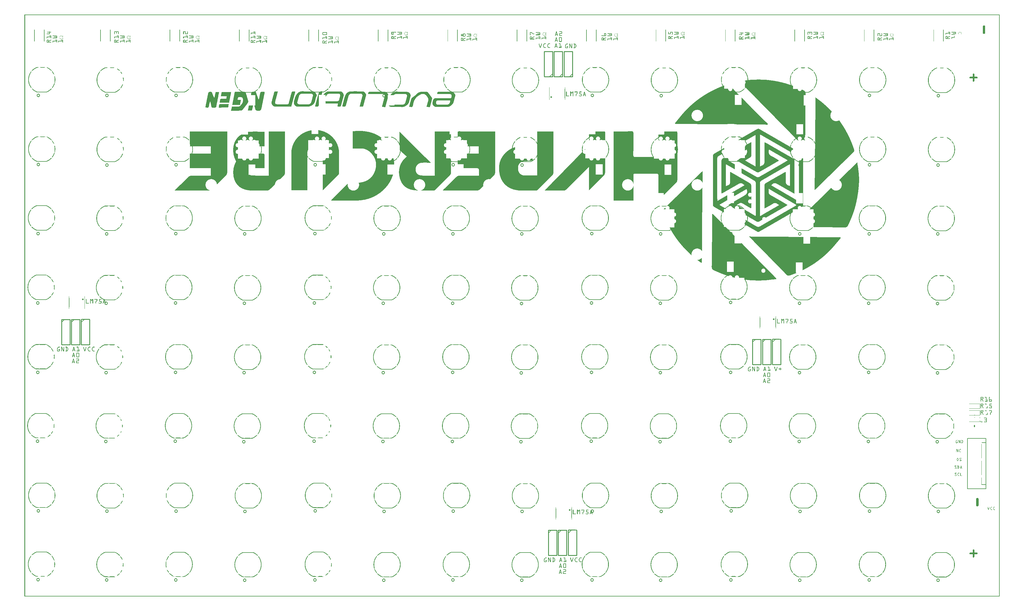
<source format=gto>
G04 MADE WITH FRITZING*
G04 WWW.FRITZING.ORG*
G04 DOUBLE SIDED*
G04 HOLES PLATED*
G04 CONTOUR ON CENTER OF CONTOUR VECTOR*
%ASAXBY*%
%FSLAX23Y23*%
%MOIN*%
%OFA0B0*%
%SFA1.0B1.0*%
%ADD10C,0.019307X0.00330708*%
%ADD11C,0.040465X0.0244646*%
%ADD12C,0.008000*%
%ADD13C,0.010000*%
%ADD14C,0.005000*%
%ADD15R,0.001000X0.001000*%
%LNSILK1*%
G90*
G70*
G54D10*
X8924Y3305D03*
G54D11*
X974Y3494D03*
X164Y4325D03*
X159Y3498D03*
X159Y2671D03*
X156Y1851D03*
X167Y1020D03*
X164Y199D03*
X979Y4321D03*
X974Y2668D03*
X971Y1847D03*
X982Y1016D03*
X979Y196D03*
X1807Y5970D03*
X1807Y5144D03*
X1804Y4323D03*
X1799Y3496D03*
X1799Y2670D03*
X1796Y1849D03*
X1807Y1018D03*
X1804Y197D03*
X2627Y5967D03*
X2619Y3493D03*
X2623Y4320D03*
X2618Y2666D03*
X2615Y1845D03*
X2627Y1014D03*
X2624Y194D03*
X3463Y5971D03*
X3462Y5145D03*
X3459Y4324D03*
X3455Y3497D03*
X3454Y2670D03*
X3451Y1850D03*
X3463Y1019D03*
X3460Y198D03*
X4283Y5968D03*
X4282Y5141D03*
X4279Y4321D03*
X4275Y3493D03*
X4274Y2667D03*
X4271Y1846D03*
X4282Y1015D03*
X4279Y195D03*
X5112Y5970D03*
X5107Y5143D03*
X5104Y4322D03*
X5099Y3495D03*
X5099Y2669D03*
X5096Y1848D03*
X5107Y1017D03*
X5104Y196D03*
X2626Y5140D03*
X5927Y5966D03*
X5926Y5139D03*
X5923Y4319D03*
X5919Y3492D03*
X5918Y2665D03*
X5915Y1844D03*
X5927Y1013D03*
X5924Y193D03*
X6762Y5970D03*
X6762Y5144D03*
X6758Y4323D03*
X6754Y3496D03*
X6754Y2670D03*
X6750Y1849D03*
X6762Y1018D03*
X6759Y197D03*
X7582Y5967D03*
X7581Y5140D03*
X7578Y4320D03*
X7574Y3493D03*
X7573Y2666D03*
X7570Y1845D03*
X7582Y1014D03*
X7578Y194D03*
X8418Y5971D03*
X8417Y5145D03*
X8414Y4324D03*
X8410Y3503D03*
X8409Y2670D03*
X8406Y1850D03*
X8418Y1019D03*
X8415Y198D03*
X9237Y5968D03*
X9237Y5141D03*
X9234Y4321D03*
X9229Y3493D03*
X9229Y2667D03*
X9226Y1846D03*
X9237Y1015D03*
X9234Y195D03*
X10062Y5970D03*
X10062Y5143D03*
X10059Y4322D03*
X10054Y3495D03*
X10054Y2669D03*
X10051Y1848D03*
X10062Y1017D03*
X10059Y196D03*
X10879Y193D03*
X10882Y1013D03*
X10870Y1844D03*
X10873Y2665D03*
X10874Y3492D03*
X10878Y4319D03*
X10881Y5139D03*
X10882Y5966D03*
X167Y5972D03*
X982Y5142D03*
X982Y5969D03*
X167Y5146D03*
G54D10*
X6494Y1030D03*
X696Y3541D03*
X6273Y5952D03*
G54D12*
X955Y3534D02*
X1073Y3534D01*
D02*
X140Y3537D02*
X258Y3537D01*
D02*
X136Y2181D02*
X254Y2181D01*
D02*
X148Y1350D02*
X266Y1350D01*
D02*
X144Y530D02*
X263Y530D01*
D02*
X959Y4361D02*
X1077Y4361D01*
D02*
X954Y2707D02*
X1072Y2707D01*
D02*
X951Y2178D02*
X1069Y2178D01*
D02*
X963Y1055D02*
X1081Y1055D01*
D02*
X959Y526D02*
X1078Y526D01*
D02*
X1787Y6010D02*
X1906Y6010D01*
D02*
X1787Y5183D02*
X1905Y5183D01*
D02*
X1784Y4363D02*
X1902Y4363D01*
D02*
X1779Y3536D02*
X1898Y3536D01*
D02*
X1779Y2709D02*
X1897Y2709D01*
D02*
X1776Y2180D02*
X1894Y2180D01*
D02*
X1784Y528D02*
X1902Y528D01*
D02*
X2607Y6006D02*
X2725Y6006D01*
D02*
X2599Y3532D02*
X2717Y3532D01*
D02*
X2604Y4359D02*
X2722Y4359D01*
D02*
X2599Y2705D02*
X2717Y2705D01*
D02*
X2607Y1054D02*
X2725Y1054D01*
D02*
X2604Y524D02*
X2722Y524D01*
D02*
X3443Y6011D02*
X3561Y6011D01*
D02*
X3443Y5184D02*
X3561Y5184D01*
D02*
X3440Y4364D02*
X3558Y4364D01*
D02*
X3435Y3536D02*
X3553Y3536D01*
D02*
X3435Y2710D02*
X3553Y2710D01*
D02*
X3432Y2181D02*
X3550Y2181D01*
D02*
X3440Y529D02*
X3558Y529D01*
D02*
X4263Y6007D02*
X4381Y6007D01*
D02*
X4262Y5181D02*
X4381Y5181D01*
D02*
X4259Y4360D02*
X4377Y4360D01*
D02*
X4255Y3533D02*
X4373Y3533D01*
D02*
X4254Y2706D02*
X4373Y2706D01*
D02*
X4251Y2177D02*
X4369Y2177D01*
D02*
X4263Y1055D02*
X4381Y1055D01*
D02*
X4260Y525D02*
X4378Y525D01*
D02*
X5092Y6010D02*
X5210Y6010D01*
D02*
X5087Y5182D02*
X5205Y5182D01*
D02*
X5084Y4362D02*
X5202Y4362D01*
D02*
X5080Y3535D02*
X5198Y3535D01*
D02*
X5079Y2708D02*
X5197Y2708D01*
D02*
X5076Y2179D02*
X5194Y2179D01*
D02*
X5087Y1056D02*
X5206Y1056D01*
D02*
X5084Y527D02*
X5202Y527D01*
D02*
X2607Y5180D02*
X2725Y5180D01*
D02*
X5907Y6005D02*
X6025Y6005D01*
D02*
X5907Y5179D02*
X6025Y5179D01*
D02*
X5904Y4358D02*
X6022Y4358D01*
D02*
X5899Y3531D02*
X6017Y3531D01*
D02*
X5899Y2704D02*
X6017Y2704D01*
D02*
X5907Y1053D02*
X6025Y1053D01*
D02*
X5904Y524D02*
X6022Y524D01*
D02*
X6742Y6010D02*
X6860Y6010D01*
D02*
X6742Y5183D02*
X6860Y5183D01*
D02*
X6739Y4363D02*
X6857Y4363D01*
D02*
X6734Y3536D02*
X6852Y3536D01*
D02*
X6734Y2709D02*
X6852Y2709D01*
D02*
X6731Y2180D02*
X6849Y2180D01*
D02*
X6739Y528D02*
X6857Y528D01*
D02*
X7562Y6006D02*
X7680Y6006D01*
D02*
X7561Y5180D02*
X7680Y5180D01*
D02*
X7558Y4359D02*
X7676Y4359D01*
D02*
X7554Y3532D02*
X7672Y3532D01*
D02*
X7553Y2705D02*
X7672Y2705D01*
D02*
X7562Y1054D02*
X7680Y1054D01*
D02*
X7559Y524D02*
X7677Y524D01*
D02*
X8398Y6011D02*
X8516Y6011D01*
D02*
X8398Y5184D02*
X8516Y5184D01*
D02*
X8394Y4364D02*
X8513Y4364D01*
D02*
X8390Y3833D02*
X8508Y3833D01*
D02*
X8390Y2710D02*
X8508Y2710D01*
D02*
X8386Y2181D02*
X8505Y2181D01*
D02*
X8395Y529D02*
X8513Y529D01*
D02*
X9218Y6007D02*
X9336Y6007D01*
D02*
X9217Y5181D02*
X9335Y5181D01*
D02*
X9214Y4360D02*
X9332Y4360D01*
D02*
X9210Y3533D02*
X9328Y3533D01*
D02*
X9209Y2706D02*
X9327Y2706D01*
D02*
X9206Y2177D02*
X9324Y2177D01*
D02*
X9218Y1055D02*
X9336Y1055D01*
D02*
X9214Y525D02*
X9333Y525D01*
D02*
X10043Y6009D02*
X10161Y6009D01*
D02*
X10042Y5182D02*
X10160Y5182D01*
D02*
X10039Y4362D02*
X10157Y4362D01*
D02*
X10035Y3535D02*
X10153Y3535D01*
D02*
X10034Y2708D02*
X10152Y2708D01*
D02*
X10031Y2179D02*
X10149Y2179D01*
D02*
X10042Y1056D02*
X10161Y1056D01*
D02*
X10039Y527D02*
X10157Y527D01*
D02*
X10859Y524D02*
X10977Y524D01*
D02*
X10862Y1053D02*
X10980Y1053D01*
D02*
X10854Y2704D02*
X10972Y2704D01*
D02*
X10854Y3531D02*
X10972Y3531D01*
D02*
X10859Y4358D02*
X10977Y4358D01*
D02*
X10862Y5179D02*
X10980Y5179D01*
D02*
X10862Y6005D02*
X10980Y6005D01*
D02*
X148Y6012D02*
X266Y6012D01*
D02*
X962Y5181D02*
X1080Y5181D01*
D02*
X963Y6008D02*
X1081Y6008D01*
D02*
X147Y5185D02*
X265Y5185D01*
G54D13*
D02*
X8907Y3064D02*
X8907Y2764D01*
D02*
X8907Y2764D02*
X9007Y2764D01*
D02*
X9007Y2764D02*
X9007Y3064D01*
G54D14*
D02*
X8907Y3029D02*
X8942Y3064D01*
G54D13*
D02*
X8671Y3064D02*
X8671Y2764D01*
D02*
X8671Y2764D02*
X8771Y2764D01*
D02*
X8771Y2764D02*
X8771Y3064D01*
D02*
X8771Y3064D02*
X8671Y3064D01*
G54D14*
D02*
X8671Y3029D02*
X8706Y3064D01*
G54D13*
D02*
X8789Y3064D02*
X8789Y2764D01*
D02*
X8789Y2764D02*
X8889Y2764D01*
D02*
X8889Y2764D02*
X8889Y3064D01*
D02*
X8889Y3064D02*
X8789Y3064D01*
G54D14*
D02*
X8789Y3029D02*
X8824Y3064D01*
D02*
X11229Y1283D02*
X11449Y1283D01*
D02*
X11229Y1883D02*
X11449Y1883D01*
D02*
X11229Y1883D02*
X11229Y1283D01*
D02*
X11449Y1883D02*
X11449Y1833D01*
D02*
X11449Y1833D02*
X11449Y1333D01*
D02*
X11449Y1333D02*
X11449Y1283D01*
D02*
X11449Y1333D02*
X11399Y1333D01*
G54D13*
D02*
X6358Y790D02*
X6358Y490D01*
D02*
X6358Y490D02*
X6458Y490D01*
D02*
X6458Y490D02*
X6458Y790D01*
D02*
X6458Y790D02*
X6358Y790D01*
G54D14*
D02*
X6358Y755D02*
X6393Y790D01*
G54D13*
D02*
X6240Y790D02*
X6240Y490D01*
D02*
X6240Y490D02*
X6340Y490D01*
D02*
X6340Y490D02*
X6340Y790D01*
D02*
X6340Y790D02*
X6240Y790D01*
G54D14*
D02*
X6240Y755D02*
X6275Y790D01*
G54D13*
D02*
X6477Y790D02*
X6477Y490D01*
D02*
X6477Y490D02*
X6577Y490D01*
D02*
X6577Y490D02*
X6577Y790D01*
G54D14*
D02*
X6477Y755D02*
X6512Y790D01*
G54D13*
D02*
X6527Y6193D02*
X6527Y6493D01*
D02*
X6527Y6493D02*
X6427Y6493D01*
D02*
X6427Y6493D02*
X6427Y6193D01*
D02*
X6427Y6193D02*
X6527Y6193D01*
G54D14*
D02*
X6527Y6228D02*
X6492Y6193D01*
G54D13*
D02*
X6408Y6193D02*
X6408Y6493D01*
D02*
X6408Y6493D02*
X6308Y6493D01*
D02*
X6308Y6493D02*
X6308Y6193D01*
D02*
X6308Y6193D02*
X6408Y6193D01*
G54D14*
D02*
X6408Y6228D02*
X6373Y6193D01*
G54D13*
D02*
X6290Y6193D02*
X6290Y6493D01*
D02*
X6290Y6493D02*
X6190Y6493D01*
G54D14*
D02*
X6290Y6228D02*
X6255Y6193D01*
G54D13*
D02*
X442Y3301D02*
X442Y3001D01*
D02*
X442Y3001D02*
X542Y3001D01*
D02*
X542Y3001D02*
X542Y3301D01*
D02*
X542Y3301D02*
X442Y3301D01*
G54D14*
D02*
X442Y3266D02*
X477Y3301D01*
G54D13*
D02*
X560Y3301D02*
X560Y3001D01*
D02*
X560Y3001D02*
X660Y3001D01*
D02*
X660Y3001D02*
X660Y3301D01*
D02*
X660Y3301D02*
X560Y3301D01*
G54D14*
D02*
X560Y3266D02*
X595Y3301D01*
G54D13*
D02*
X678Y3301D02*
X678Y3001D01*
D02*
X678Y3001D02*
X778Y3001D01*
D02*
X778Y3001D02*
X778Y3301D01*
G54D14*
D02*
X678Y3266D02*
X713Y3301D01*
G54D15*
X1Y6933D02*
X11614Y6933D01*
X1Y6932D02*
X11614Y6932D01*
X1Y6931D02*
X11614Y6931D01*
X1Y6930D02*
X11614Y6930D01*
X1Y6929D02*
X11614Y6929D01*
X1Y6928D02*
X11614Y6928D01*
X1Y6927D02*
X11614Y6927D01*
X1Y6926D02*
X11614Y6926D01*
X1Y6925D02*
X8Y6925D01*
X11607Y6925D02*
X11614Y6925D01*
X1Y6924D02*
X8Y6924D01*
X11607Y6924D02*
X11614Y6924D01*
X1Y6923D02*
X8Y6923D01*
X11607Y6923D02*
X11614Y6923D01*
X1Y6922D02*
X8Y6922D01*
X11607Y6922D02*
X11614Y6922D01*
X1Y6921D02*
X8Y6921D01*
X11607Y6921D02*
X11614Y6921D01*
X1Y6920D02*
X8Y6920D01*
X11607Y6920D02*
X11614Y6920D01*
X1Y6919D02*
X8Y6919D01*
X11607Y6919D02*
X11614Y6919D01*
X1Y6918D02*
X8Y6918D01*
X11607Y6918D02*
X11614Y6918D01*
X1Y6917D02*
X8Y6917D01*
X11607Y6917D02*
X11614Y6917D01*
X1Y6916D02*
X8Y6916D01*
X11607Y6916D02*
X11614Y6916D01*
X1Y6915D02*
X8Y6915D01*
X11607Y6915D02*
X11614Y6915D01*
X1Y6914D02*
X8Y6914D01*
X11607Y6914D02*
X11614Y6914D01*
X1Y6913D02*
X8Y6913D01*
X11607Y6913D02*
X11614Y6913D01*
X1Y6912D02*
X8Y6912D01*
X11607Y6912D02*
X11614Y6912D01*
X1Y6911D02*
X8Y6911D01*
X11607Y6911D02*
X11614Y6911D01*
X1Y6910D02*
X8Y6910D01*
X11607Y6910D02*
X11614Y6910D01*
X1Y6909D02*
X8Y6909D01*
X11607Y6909D02*
X11614Y6909D01*
X1Y6908D02*
X8Y6908D01*
X11607Y6908D02*
X11614Y6908D01*
X1Y6907D02*
X8Y6907D01*
X11607Y6907D02*
X11614Y6907D01*
X1Y6906D02*
X8Y6906D01*
X11607Y6906D02*
X11614Y6906D01*
X1Y6905D02*
X8Y6905D01*
X11607Y6905D02*
X11614Y6905D01*
X1Y6904D02*
X8Y6904D01*
X11607Y6904D02*
X11614Y6904D01*
X1Y6903D02*
X8Y6903D01*
X11607Y6903D02*
X11614Y6903D01*
X1Y6902D02*
X8Y6902D01*
X11607Y6902D02*
X11614Y6902D01*
X1Y6901D02*
X8Y6901D01*
X11607Y6901D02*
X11614Y6901D01*
X1Y6900D02*
X8Y6900D01*
X11607Y6900D02*
X11614Y6900D01*
X1Y6899D02*
X8Y6899D01*
X11607Y6899D02*
X11614Y6899D01*
X1Y6898D02*
X8Y6898D01*
X11607Y6898D02*
X11614Y6898D01*
X1Y6897D02*
X8Y6897D01*
X11607Y6897D02*
X11614Y6897D01*
X1Y6896D02*
X8Y6896D01*
X11607Y6896D02*
X11614Y6896D01*
X1Y6895D02*
X8Y6895D01*
X11607Y6895D02*
X11614Y6895D01*
X1Y6894D02*
X8Y6894D01*
X11607Y6894D02*
X11614Y6894D01*
X1Y6893D02*
X8Y6893D01*
X11607Y6893D02*
X11614Y6893D01*
X1Y6892D02*
X8Y6892D01*
X11607Y6892D02*
X11614Y6892D01*
X1Y6891D02*
X8Y6891D01*
X11607Y6891D02*
X11614Y6891D01*
X1Y6890D02*
X8Y6890D01*
X11607Y6890D02*
X11614Y6890D01*
X1Y6889D02*
X8Y6889D01*
X11607Y6889D02*
X11614Y6889D01*
X1Y6888D02*
X8Y6888D01*
X11607Y6888D02*
X11614Y6888D01*
X1Y6887D02*
X8Y6887D01*
X11607Y6887D02*
X11614Y6887D01*
X1Y6886D02*
X8Y6886D01*
X11607Y6886D02*
X11614Y6886D01*
X1Y6885D02*
X8Y6885D01*
X11607Y6885D02*
X11614Y6885D01*
X1Y6884D02*
X8Y6884D01*
X11607Y6884D02*
X11614Y6884D01*
X1Y6883D02*
X8Y6883D01*
X11607Y6883D02*
X11614Y6883D01*
X1Y6882D02*
X8Y6882D01*
X11607Y6882D02*
X11614Y6882D01*
X1Y6881D02*
X8Y6881D01*
X11607Y6881D02*
X11614Y6881D01*
X1Y6880D02*
X8Y6880D01*
X11607Y6880D02*
X11614Y6880D01*
X1Y6879D02*
X8Y6879D01*
X11607Y6879D02*
X11614Y6879D01*
X1Y6878D02*
X8Y6878D01*
X11607Y6878D02*
X11614Y6878D01*
X1Y6877D02*
X8Y6877D01*
X11607Y6877D02*
X11614Y6877D01*
X1Y6876D02*
X8Y6876D01*
X11607Y6876D02*
X11614Y6876D01*
X1Y6875D02*
X8Y6875D01*
X11607Y6875D02*
X11614Y6875D01*
X1Y6874D02*
X8Y6874D01*
X11607Y6874D02*
X11614Y6874D01*
X1Y6873D02*
X8Y6873D01*
X11607Y6873D02*
X11614Y6873D01*
X1Y6872D02*
X8Y6872D01*
X11607Y6872D02*
X11614Y6872D01*
X1Y6871D02*
X8Y6871D01*
X11607Y6871D02*
X11614Y6871D01*
X1Y6870D02*
X8Y6870D01*
X11607Y6870D02*
X11614Y6870D01*
X1Y6869D02*
X8Y6869D01*
X11607Y6869D02*
X11614Y6869D01*
X1Y6868D02*
X8Y6868D01*
X11607Y6868D02*
X11614Y6868D01*
X1Y6867D02*
X8Y6867D01*
X11607Y6867D02*
X11614Y6867D01*
X1Y6866D02*
X8Y6866D01*
X11607Y6866D02*
X11614Y6866D01*
X1Y6865D02*
X8Y6865D01*
X11607Y6865D02*
X11614Y6865D01*
X1Y6864D02*
X8Y6864D01*
X11607Y6864D02*
X11614Y6864D01*
X1Y6863D02*
X8Y6863D01*
X11607Y6863D02*
X11614Y6863D01*
X1Y6862D02*
X8Y6862D01*
X11607Y6862D02*
X11614Y6862D01*
X1Y6861D02*
X8Y6861D01*
X11607Y6861D02*
X11614Y6861D01*
X1Y6860D02*
X8Y6860D01*
X11607Y6860D02*
X11614Y6860D01*
X1Y6859D02*
X8Y6859D01*
X11607Y6859D02*
X11614Y6859D01*
X1Y6858D02*
X8Y6858D01*
X11607Y6858D02*
X11614Y6858D01*
X1Y6857D02*
X8Y6857D01*
X11607Y6857D02*
X11614Y6857D01*
X1Y6856D02*
X8Y6856D01*
X11607Y6856D02*
X11614Y6856D01*
X1Y6855D02*
X8Y6855D01*
X11607Y6855D02*
X11614Y6855D01*
X1Y6854D02*
X8Y6854D01*
X11607Y6854D02*
X11614Y6854D01*
X1Y6853D02*
X8Y6853D01*
X11607Y6853D02*
X11614Y6853D01*
X1Y6852D02*
X8Y6852D01*
X11607Y6852D02*
X11614Y6852D01*
X1Y6851D02*
X8Y6851D01*
X11607Y6851D02*
X11614Y6851D01*
X1Y6850D02*
X8Y6850D01*
X11607Y6850D02*
X11614Y6850D01*
X1Y6849D02*
X8Y6849D01*
X11607Y6849D02*
X11614Y6849D01*
X1Y6848D02*
X8Y6848D01*
X11607Y6848D02*
X11614Y6848D01*
X1Y6847D02*
X8Y6847D01*
X11607Y6847D02*
X11614Y6847D01*
X1Y6846D02*
X8Y6846D01*
X11607Y6846D02*
X11614Y6846D01*
X1Y6845D02*
X8Y6845D01*
X11607Y6845D02*
X11614Y6845D01*
X1Y6844D02*
X8Y6844D01*
X11607Y6844D02*
X11614Y6844D01*
X1Y6843D02*
X8Y6843D01*
X11607Y6843D02*
X11614Y6843D01*
X1Y6842D02*
X8Y6842D01*
X11607Y6842D02*
X11614Y6842D01*
X1Y6841D02*
X8Y6841D01*
X11607Y6841D02*
X11614Y6841D01*
X1Y6840D02*
X8Y6840D01*
X11607Y6840D02*
X11614Y6840D01*
X1Y6839D02*
X8Y6839D01*
X11607Y6839D02*
X11614Y6839D01*
X1Y6838D02*
X8Y6838D01*
X11607Y6838D02*
X11614Y6838D01*
X1Y6837D02*
X8Y6837D01*
X11607Y6837D02*
X11614Y6837D01*
X1Y6836D02*
X8Y6836D01*
X11607Y6836D02*
X11614Y6836D01*
X1Y6835D02*
X8Y6835D01*
X11607Y6835D02*
X11614Y6835D01*
X1Y6834D02*
X8Y6834D01*
X11607Y6834D02*
X11614Y6834D01*
X1Y6833D02*
X8Y6833D01*
X11607Y6833D02*
X11614Y6833D01*
X1Y6832D02*
X8Y6832D01*
X11607Y6832D02*
X11614Y6832D01*
X1Y6831D02*
X8Y6831D01*
X11607Y6831D02*
X11614Y6831D01*
X1Y6830D02*
X8Y6830D01*
X11607Y6830D02*
X11614Y6830D01*
X1Y6829D02*
X8Y6829D01*
X11607Y6829D02*
X11614Y6829D01*
X1Y6828D02*
X8Y6828D01*
X11607Y6828D02*
X11614Y6828D01*
X1Y6827D02*
X8Y6827D01*
X11607Y6827D02*
X11614Y6827D01*
X1Y6826D02*
X8Y6826D01*
X11607Y6826D02*
X11614Y6826D01*
X1Y6825D02*
X8Y6825D01*
X11607Y6825D02*
X11614Y6825D01*
X1Y6824D02*
X8Y6824D01*
X11607Y6824D02*
X11614Y6824D01*
X1Y6823D02*
X8Y6823D01*
X11607Y6823D02*
X11614Y6823D01*
X1Y6822D02*
X8Y6822D01*
X11607Y6822D02*
X11614Y6822D01*
X1Y6821D02*
X8Y6821D01*
X11607Y6821D02*
X11614Y6821D01*
X1Y6820D02*
X8Y6820D01*
X11607Y6820D02*
X11614Y6820D01*
X1Y6819D02*
X8Y6819D01*
X11607Y6819D02*
X11614Y6819D01*
X1Y6818D02*
X8Y6818D01*
X11607Y6818D02*
X11614Y6818D01*
X1Y6817D02*
X8Y6817D01*
X11607Y6817D02*
X11614Y6817D01*
X1Y6816D02*
X8Y6816D01*
X11607Y6816D02*
X11614Y6816D01*
X1Y6815D02*
X8Y6815D01*
X11607Y6815D02*
X11614Y6815D01*
X1Y6814D02*
X8Y6814D01*
X11607Y6814D02*
X11614Y6814D01*
X1Y6813D02*
X8Y6813D01*
X11607Y6813D02*
X11614Y6813D01*
X1Y6812D02*
X8Y6812D01*
X11607Y6812D02*
X11614Y6812D01*
X1Y6811D02*
X8Y6811D01*
X11607Y6811D02*
X11614Y6811D01*
X1Y6810D02*
X8Y6810D01*
X11607Y6810D02*
X11614Y6810D01*
X1Y6809D02*
X8Y6809D01*
X11607Y6809D02*
X11614Y6809D01*
X1Y6808D02*
X8Y6808D01*
X11607Y6808D02*
X11614Y6808D01*
X1Y6807D02*
X8Y6807D01*
X11607Y6807D02*
X11614Y6807D01*
X1Y6806D02*
X8Y6806D01*
X11607Y6806D02*
X11614Y6806D01*
X1Y6805D02*
X8Y6805D01*
X11607Y6805D02*
X11614Y6805D01*
X1Y6804D02*
X8Y6804D01*
X11607Y6804D02*
X11614Y6804D01*
X1Y6803D02*
X8Y6803D01*
X11607Y6803D02*
X11614Y6803D01*
X1Y6802D02*
X8Y6802D01*
X11421Y6802D02*
X11432Y6802D01*
X11607Y6802D02*
X11614Y6802D01*
X1Y6801D02*
X8Y6801D01*
X11418Y6801D02*
X11435Y6801D01*
X11607Y6801D02*
X11614Y6801D01*
X1Y6800D02*
X8Y6800D01*
X11417Y6800D02*
X11437Y6800D01*
X11607Y6800D02*
X11614Y6800D01*
X1Y6799D02*
X8Y6799D01*
X11416Y6799D02*
X11438Y6799D01*
X11607Y6799D02*
X11614Y6799D01*
X1Y6798D02*
X8Y6798D01*
X11415Y6798D02*
X11438Y6798D01*
X11607Y6798D02*
X11614Y6798D01*
X1Y6797D02*
X8Y6797D01*
X11414Y6797D02*
X11439Y6797D01*
X11607Y6797D02*
X11614Y6797D01*
X1Y6796D02*
X8Y6796D01*
X11414Y6796D02*
X11440Y6796D01*
X11607Y6796D02*
X11614Y6796D01*
X1Y6795D02*
X8Y6795D01*
X11413Y6795D02*
X11440Y6795D01*
X11607Y6795D02*
X11614Y6795D01*
X1Y6794D02*
X8Y6794D01*
X11413Y6794D02*
X11440Y6794D01*
X11607Y6794D02*
X11614Y6794D01*
X1Y6793D02*
X8Y6793D01*
X11413Y6793D02*
X11440Y6793D01*
X11607Y6793D02*
X11614Y6793D01*
X1Y6792D02*
X8Y6792D01*
X11413Y6792D02*
X11440Y6792D01*
X11607Y6792D02*
X11614Y6792D01*
X1Y6791D02*
X8Y6791D01*
X11413Y6791D02*
X11440Y6791D01*
X11607Y6791D02*
X11614Y6791D01*
X1Y6790D02*
X8Y6790D01*
X11413Y6790D02*
X11440Y6790D01*
X11607Y6790D02*
X11614Y6790D01*
X1Y6789D02*
X8Y6789D01*
X11413Y6789D02*
X11440Y6789D01*
X11607Y6789D02*
X11614Y6789D01*
X1Y6788D02*
X8Y6788D01*
X11413Y6788D02*
X11440Y6788D01*
X11607Y6788D02*
X11614Y6788D01*
X1Y6787D02*
X8Y6787D01*
X11413Y6787D02*
X11440Y6787D01*
X11607Y6787D02*
X11614Y6787D01*
X1Y6786D02*
X8Y6786D01*
X11413Y6786D02*
X11440Y6786D01*
X11607Y6786D02*
X11614Y6786D01*
X1Y6785D02*
X8Y6785D01*
X11413Y6785D02*
X11440Y6785D01*
X11607Y6785D02*
X11614Y6785D01*
X1Y6784D02*
X8Y6784D01*
X11413Y6784D02*
X11440Y6784D01*
X11607Y6784D02*
X11614Y6784D01*
X1Y6783D02*
X8Y6783D01*
X11413Y6783D02*
X11440Y6783D01*
X11607Y6783D02*
X11614Y6783D01*
X1Y6782D02*
X8Y6782D01*
X11413Y6782D02*
X11440Y6782D01*
X11607Y6782D02*
X11614Y6782D01*
X1Y6781D02*
X8Y6781D01*
X11413Y6781D02*
X11440Y6781D01*
X11607Y6781D02*
X11614Y6781D01*
X1Y6780D02*
X8Y6780D01*
X11413Y6780D02*
X11440Y6780D01*
X11607Y6780D02*
X11614Y6780D01*
X1Y6779D02*
X8Y6779D01*
X11413Y6779D02*
X11440Y6779D01*
X11607Y6779D02*
X11614Y6779D01*
X1Y6778D02*
X8Y6778D01*
X11413Y6778D02*
X11440Y6778D01*
X11607Y6778D02*
X11614Y6778D01*
X1Y6777D02*
X8Y6777D01*
X11413Y6777D02*
X11440Y6777D01*
X11607Y6777D02*
X11614Y6777D01*
X1Y6776D02*
X8Y6776D01*
X11413Y6776D02*
X11440Y6776D01*
X11607Y6776D02*
X11614Y6776D01*
X1Y6775D02*
X8Y6775D01*
X11413Y6775D02*
X11440Y6775D01*
X11607Y6775D02*
X11614Y6775D01*
X1Y6774D02*
X8Y6774D01*
X11413Y6774D02*
X11440Y6774D01*
X11607Y6774D02*
X11614Y6774D01*
X1Y6773D02*
X8Y6773D01*
X11413Y6773D02*
X11440Y6773D01*
X11607Y6773D02*
X11614Y6773D01*
X1Y6772D02*
X8Y6772D01*
X11413Y6772D02*
X11440Y6772D01*
X11607Y6772D02*
X11614Y6772D01*
X1Y6771D02*
X8Y6771D01*
X11413Y6771D02*
X11440Y6771D01*
X11607Y6771D02*
X11614Y6771D01*
X1Y6770D02*
X8Y6770D01*
X11413Y6770D02*
X11440Y6770D01*
X11607Y6770D02*
X11614Y6770D01*
X1Y6769D02*
X8Y6769D01*
X11413Y6769D02*
X11440Y6769D01*
X11607Y6769D02*
X11614Y6769D01*
X1Y6768D02*
X8Y6768D01*
X11413Y6768D02*
X11440Y6768D01*
X11607Y6768D02*
X11614Y6768D01*
X1Y6767D02*
X8Y6767D01*
X11413Y6767D02*
X11440Y6767D01*
X11607Y6767D02*
X11614Y6767D01*
X1Y6766D02*
X8Y6766D01*
X11413Y6766D02*
X11440Y6766D01*
X11607Y6766D02*
X11614Y6766D01*
X1Y6765D02*
X8Y6765D01*
X11413Y6765D02*
X11440Y6765D01*
X11607Y6765D02*
X11614Y6765D01*
X1Y6764D02*
X8Y6764D01*
X11413Y6764D02*
X11440Y6764D01*
X11607Y6764D02*
X11614Y6764D01*
X1Y6763D02*
X8Y6763D01*
X11413Y6763D02*
X11440Y6763D01*
X11607Y6763D02*
X11614Y6763D01*
X1Y6762D02*
X8Y6762D01*
X11413Y6762D02*
X11440Y6762D01*
X11607Y6762D02*
X11614Y6762D01*
X1Y6761D02*
X8Y6761D01*
X11413Y6761D02*
X11440Y6761D01*
X11607Y6761D02*
X11614Y6761D01*
X1Y6760D02*
X8Y6760D01*
X11413Y6760D02*
X11440Y6760D01*
X11607Y6760D02*
X11614Y6760D01*
X1Y6759D02*
X8Y6759D01*
X11413Y6759D02*
X11440Y6759D01*
X11607Y6759D02*
X11614Y6759D01*
X1Y6758D02*
X8Y6758D01*
X11413Y6758D02*
X11440Y6758D01*
X11607Y6758D02*
X11614Y6758D01*
X1Y6757D02*
X8Y6757D01*
X11413Y6757D02*
X11440Y6757D01*
X11607Y6757D02*
X11614Y6757D01*
X1Y6756D02*
X8Y6756D01*
X11413Y6756D02*
X11440Y6756D01*
X11607Y6756D02*
X11614Y6756D01*
X1Y6755D02*
X8Y6755D01*
X11413Y6755D02*
X11440Y6755D01*
X11607Y6755D02*
X11614Y6755D01*
X1Y6754D02*
X8Y6754D01*
X11413Y6754D02*
X11440Y6754D01*
X11607Y6754D02*
X11614Y6754D01*
X1Y6753D02*
X8Y6753D01*
X117Y6753D02*
X122Y6753D01*
X233Y6753D02*
X238Y6753D01*
X905Y6753D02*
X910Y6753D01*
X1021Y6753D02*
X1026Y6753D01*
X1732Y6753D02*
X1737Y6753D01*
X1847Y6753D02*
X1852Y6753D01*
X2558Y6753D02*
X2563Y6753D01*
X2674Y6753D02*
X2679Y6753D01*
X3385Y6753D02*
X3390Y6753D01*
X3501Y6753D02*
X3506Y6753D01*
X4212Y6753D02*
X4217Y6753D01*
X4328Y6753D02*
X4333Y6753D01*
X5039Y6753D02*
X5044Y6753D01*
X5154Y6753D02*
X5160Y6753D01*
X5865Y6753D02*
X5870Y6753D01*
X5981Y6753D02*
X5986Y6753D01*
X6692Y6753D02*
X6697Y6753D01*
X6808Y6753D02*
X6813Y6753D01*
X7519Y6753D02*
X7524Y6753D01*
X7635Y6753D02*
X7640Y6753D01*
X8346Y6753D02*
X8351Y6753D01*
X8462Y6753D02*
X8467Y6753D01*
X9172Y6753D02*
X9177Y6753D01*
X9288Y6753D02*
X9293Y6753D01*
X9999Y6753D02*
X10004Y6753D01*
X10115Y6753D02*
X10120Y6753D01*
X10826Y6753D02*
X10831Y6753D01*
X10942Y6753D02*
X10947Y6753D01*
X11413Y6753D02*
X11440Y6753D01*
X11607Y6753D02*
X11614Y6753D01*
X1Y6752D02*
X8Y6752D01*
X117Y6752D02*
X122Y6752D01*
X233Y6752D02*
X238Y6752D01*
X905Y6752D02*
X910Y6752D01*
X1021Y6752D02*
X1026Y6752D01*
X1732Y6752D02*
X1737Y6752D01*
X1847Y6752D02*
X1852Y6752D01*
X2558Y6752D02*
X2563Y6752D01*
X2674Y6752D02*
X2679Y6752D01*
X3385Y6752D02*
X3390Y6752D01*
X3501Y6752D02*
X3506Y6752D01*
X4212Y6752D02*
X4217Y6752D01*
X4328Y6752D02*
X4333Y6752D01*
X5039Y6752D02*
X5044Y6752D01*
X5154Y6752D02*
X5160Y6752D01*
X5865Y6752D02*
X5870Y6752D01*
X5981Y6752D02*
X5986Y6752D01*
X6692Y6752D02*
X6697Y6752D01*
X6808Y6752D02*
X6813Y6752D01*
X7519Y6752D02*
X7524Y6752D01*
X7635Y6752D02*
X7640Y6752D01*
X8346Y6752D02*
X8351Y6752D01*
X8462Y6752D02*
X8467Y6752D01*
X9172Y6752D02*
X9177Y6752D01*
X9288Y6752D02*
X9293Y6752D01*
X9999Y6752D02*
X10004Y6752D01*
X10115Y6752D02*
X10120Y6752D01*
X10826Y6752D02*
X10831Y6752D01*
X10942Y6752D02*
X10947Y6752D01*
X11413Y6752D02*
X11440Y6752D01*
X11607Y6752D02*
X11614Y6752D01*
X1Y6751D02*
X8Y6751D01*
X117Y6751D02*
X122Y6751D01*
X233Y6751D02*
X238Y6751D01*
X905Y6751D02*
X910Y6751D01*
X1021Y6751D02*
X1026Y6751D01*
X1732Y6751D02*
X1737Y6751D01*
X1847Y6751D02*
X1852Y6751D01*
X2558Y6751D02*
X2563Y6751D01*
X2674Y6751D02*
X2679Y6751D01*
X3385Y6751D02*
X3390Y6751D01*
X3501Y6751D02*
X3506Y6751D01*
X4212Y6751D02*
X4217Y6751D01*
X4328Y6751D02*
X4333Y6751D01*
X5039Y6751D02*
X5044Y6751D01*
X5154Y6751D02*
X5160Y6751D01*
X5865Y6751D02*
X5870Y6751D01*
X5981Y6751D02*
X5986Y6751D01*
X6692Y6751D02*
X6697Y6751D01*
X6808Y6751D02*
X6813Y6751D01*
X7519Y6751D02*
X7524Y6751D01*
X7635Y6751D02*
X7640Y6751D01*
X8346Y6751D02*
X8351Y6751D01*
X8462Y6751D02*
X8467Y6751D01*
X9172Y6751D02*
X9177Y6751D01*
X9288Y6751D02*
X9293Y6751D01*
X9999Y6751D02*
X10004Y6751D01*
X10115Y6751D02*
X10120Y6751D01*
X10826Y6751D02*
X10831Y6751D01*
X10942Y6751D02*
X10947Y6751D01*
X11413Y6751D02*
X11440Y6751D01*
X11607Y6751D02*
X11614Y6751D01*
X1Y6750D02*
X8Y6750D01*
X117Y6750D02*
X122Y6750D01*
X233Y6750D02*
X238Y6750D01*
X905Y6750D02*
X910Y6750D01*
X1021Y6750D02*
X1026Y6750D01*
X1732Y6750D02*
X1737Y6750D01*
X1847Y6750D02*
X1852Y6750D01*
X2558Y6750D02*
X2563Y6750D01*
X2674Y6750D02*
X2679Y6750D01*
X3385Y6750D02*
X3390Y6750D01*
X3501Y6750D02*
X3506Y6750D01*
X4212Y6750D02*
X4217Y6750D01*
X4328Y6750D02*
X4333Y6750D01*
X5039Y6750D02*
X5044Y6750D01*
X5154Y6750D02*
X5160Y6750D01*
X5865Y6750D02*
X5870Y6750D01*
X5981Y6750D02*
X5986Y6750D01*
X6692Y6750D02*
X6697Y6750D01*
X6808Y6750D02*
X6813Y6750D01*
X7519Y6750D02*
X7524Y6750D01*
X7635Y6750D02*
X7640Y6750D01*
X8346Y6750D02*
X8351Y6750D01*
X8462Y6750D02*
X8467Y6750D01*
X9172Y6750D02*
X9177Y6750D01*
X9288Y6750D02*
X9293Y6750D01*
X9999Y6750D02*
X10004Y6750D01*
X10115Y6750D02*
X10120Y6750D01*
X10826Y6750D02*
X10831Y6750D01*
X10942Y6750D02*
X10947Y6750D01*
X11413Y6750D02*
X11440Y6750D01*
X11607Y6750D02*
X11614Y6750D01*
X1Y6749D02*
X8Y6749D01*
X117Y6749D02*
X122Y6749D01*
X233Y6749D02*
X238Y6749D01*
X905Y6749D02*
X910Y6749D01*
X1021Y6749D02*
X1026Y6749D01*
X1732Y6749D02*
X1737Y6749D01*
X1847Y6749D02*
X1852Y6749D01*
X2558Y6749D02*
X2563Y6749D01*
X2674Y6749D02*
X2679Y6749D01*
X3385Y6749D02*
X3390Y6749D01*
X3501Y6749D02*
X3506Y6749D01*
X4212Y6749D02*
X4217Y6749D01*
X4328Y6749D02*
X4333Y6749D01*
X5039Y6749D02*
X5044Y6749D01*
X5154Y6749D02*
X5160Y6749D01*
X5865Y6749D02*
X5870Y6749D01*
X5981Y6749D02*
X5986Y6749D01*
X6692Y6749D02*
X6697Y6749D01*
X6808Y6749D02*
X6813Y6749D01*
X7519Y6749D02*
X7524Y6749D01*
X7635Y6749D02*
X7640Y6749D01*
X8346Y6749D02*
X8351Y6749D01*
X8462Y6749D02*
X8467Y6749D01*
X9172Y6749D02*
X9177Y6749D01*
X9288Y6749D02*
X9293Y6749D01*
X9999Y6749D02*
X10004Y6749D01*
X10115Y6749D02*
X10120Y6749D01*
X10826Y6749D02*
X10831Y6749D01*
X10942Y6749D02*
X10947Y6749D01*
X11413Y6749D02*
X11440Y6749D01*
X11607Y6749D02*
X11614Y6749D01*
X1Y6748D02*
X8Y6748D01*
X117Y6748D02*
X122Y6748D01*
X233Y6748D02*
X238Y6748D01*
X905Y6748D02*
X910Y6748D01*
X1021Y6748D02*
X1026Y6748D01*
X1732Y6748D02*
X1737Y6748D01*
X1847Y6748D02*
X1852Y6748D01*
X2558Y6748D02*
X2563Y6748D01*
X2674Y6748D02*
X2679Y6748D01*
X3385Y6748D02*
X3390Y6748D01*
X3501Y6748D02*
X3506Y6748D01*
X4212Y6748D02*
X4217Y6748D01*
X4328Y6748D02*
X4333Y6748D01*
X5039Y6748D02*
X5044Y6748D01*
X5154Y6748D02*
X5160Y6748D01*
X5865Y6748D02*
X5870Y6748D01*
X5981Y6748D02*
X5986Y6748D01*
X6692Y6748D02*
X6697Y6748D01*
X6808Y6748D02*
X6813Y6748D01*
X7519Y6748D02*
X7524Y6748D01*
X7635Y6748D02*
X7640Y6748D01*
X8346Y6748D02*
X8351Y6748D01*
X8462Y6748D02*
X8467Y6748D01*
X9172Y6748D02*
X9177Y6748D01*
X9288Y6748D02*
X9293Y6748D01*
X9999Y6748D02*
X10004Y6748D01*
X10115Y6748D02*
X10120Y6748D01*
X10826Y6748D02*
X10831Y6748D01*
X10942Y6748D02*
X10947Y6748D01*
X11413Y6748D02*
X11440Y6748D01*
X11607Y6748D02*
X11614Y6748D01*
X1Y6747D02*
X8Y6747D01*
X117Y6747D02*
X122Y6747D01*
X233Y6747D02*
X238Y6747D01*
X905Y6747D02*
X910Y6747D01*
X1021Y6747D02*
X1026Y6747D01*
X1732Y6747D02*
X1737Y6747D01*
X1847Y6747D02*
X1852Y6747D01*
X2558Y6747D02*
X2563Y6747D01*
X2674Y6747D02*
X2679Y6747D01*
X3385Y6747D02*
X3390Y6747D01*
X3501Y6747D02*
X3506Y6747D01*
X4212Y6747D02*
X4217Y6747D01*
X4328Y6747D02*
X4333Y6747D01*
X5039Y6747D02*
X5044Y6747D01*
X5154Y6747D02*
X5160Y6747D01*
X5865Y6747D02*
X5870Y6747D01*
X5981Y6747D02*
X5986Y6747D01*
X6692Y6747D02*
X6697Y6747D01*
X6808Y6747D02*
X6813Y6747D01*
X7519Y6747D02*
X7524Y6747D01*
X7635Y6747D02*
X7640Y6747D01*
X8346Y6747D02*
X8351Y6747D01*
X8462Y6747D02*
X8467Y6747D01*
X9172Y6747D02*
X9177Y6747D01*
X9288Y6747D02*
X9293Y6747D01*
X9999Y6747D02*
X10004Y6747D01*
X10115Y6747D02*
X10120Y6747D01*
X10826Y6747D02*
X10831Y6747D01*
X10942Y6747D02*
X10947Y6747D01*
X11413Y6747D02*
X11440Y6747D01*
X11607Y6747D02*
X11614Y6747D01*
X1Y6746D02*
X8Y6746D01*
X117Y6746D02*
X122Y6746D01*
X233Y6746D02*
X238Y6746D01*
X905Y6746D02*
X910Y6746D01*
X1021Y6746D02*
X1026Y6746D01*
X1732Y6746D02*
X1737Y6746D01*
X1847Y6746D02*
X1852Y6746D01*
X2558Y6746D02*
X2563Y6746D01*
X2674Y6746D02*
X2679Y6746D01*
X3385Y6746D02*
X3390Y6746D01*
X3501Y6746D02*
X3506Y6746D01*
X4212Y6746D02*
X4217Y6746D01*
X4328Y6746D02*
X4333Y6746D01*
X5039Y6746D02*
X5044Y6746D01*
X5154Y6746D02*
X5160Y6746D01*
X5865Y6746D02*
X5870Y6746D01*
X5981Y6746D02*
X5986Y6746D01*
X6692Y6746D02*
X6697Y6746D01*
X6808Y6746D02*
X6813Y6746D01*
X7519Y6746D02*
X7524Y6746D01*
X7635Y6746D02*
X7640Y6746D01*
X8346Y6746D02*
X8351Y6746D01*
X8462Y6746D02*
X8467Y6746D01*
X9172Y6746D02*
X9177Y6746D01*
X9288Y6746D02*
X9293Y6746D01*
X9999Y6746D02*
X10004Y6746D01*
X10115Y6746D02*
X10120Y6746D01*
X10826Y6746D02*
X10831Y6746D01*
X10942Y6746D02*
X10947Y6746D01*
X11413Y6746D02*
X11440Y6746D01*
X11607Y6746D02*
X11614Y6746D01*
X1Y6745D02*
X8Y6745D01*
X117Y6745D02*
X122Y6745D01*
X233Y6745D02*
X238Y6745D01*
X905Y6745D02*
X910Y6745D01*
X1021Y6745D02*
X1026Y6745D01*
X1732Y6745D02*
X1737Y6745D01*
X1847Y6745D02*
X1852Y6745D01*
X2558Y6745D02*
X2563Y6745D01*
X2674Y6745D02*
X2679Y6745D01*
X3385Y6745D02*
X3390Y6745D01*
X3501Y6745D02*
X3506Y6745D01*
X4212Y6745D02*
X4217Y6745D01*
X4328Y6745D02*
X4333Y6745D01*
X5039Y6745D02*
X5044Y6745D01*
X5154Y6745D02*
X5160Y6745D01*
X5865Y6745D02*
X5870Y6745D01*
X5981Y6745D02*
X5986Y6745D01*
X6692Y6745D02*
X6697Y6745D01*
X6808Y6745D02*
X6813Y6745D01*
X7519Y6745D02*
X7524Y6745D01*
X7635Y6745D02*
X7640Y6745D01*
X8346Y6745D02*
X8351Y6745D01*
X8462Y6745D02*
X8467Y6745D01*
X9172Y6745D02*
X9177Y6745D01*
X9288Y6745D02*
X9293Y6745D01*
X9999Y6745D02*
X10004Y6745D01*
X10115Y6745D02*
X10120Y6745D01*
X10826Y6745D02*
X10831Y6745D01*
X10942Y6745D02*
X10947Y6745D01*
X11413Y6745D02*
X11440Y6745D01*
X11607Y6745D02*
X11614Y6745D01*
X1Y6744D02*
X8Y6744D01*
X117Y6744D02*
X122Y6744D01*
X233Y6744D02*
X238Y6744D01*
X905Y6744D02*
X910Y6744D01*
X1021Y6744D02*
X1026Y6744D01*
X1732Y6744D02*
X1737Y6744D01*
X1847Y6744D02*
X1852Y6744D01*
X2558Y6744D02*
X2563Y6744D01*
X2674Y6744D02*
X2679Y6744D01*
X3385Y6744D02*
X3390Y6744D01*
X3501Y6744D02*
X3506Y6744D01*
X4212Y6744D02*
X4217Y6744D01*
X4328Y6744D02*
X4333Y6744D01*
X5039Y6744D02*
X5044Y6744D01*
X5154Y6744D02*
X5160Y6744D01*
X5865Y6744D02*
X5870Y6744D01*
X5981Y6744D02*
X5986Y6744D01*
X6692Y6744D02*
X6697Y6744D01*
X6808Y6744D02*
X6813Y6744D01*
X7519Y6744D02*
X7524Y6744D01*
X7635Y6744D02*
X7640Y6744D01*
X8346Y6744D02*
X8351Y6744D01*
X8462Y6744D02*
X8467Y6744D01*
X9172Y6744D02*
X9177Y6744D01*
X9288Y6744D02*
X9293Y6744D01*
X9999Y6744D02*
X10004Y6744D01*
X10115Y6744D02*
X10120Y6744D01*
X10826Y6744D02*
X10831Y6744D01*
X10942Y6744D02*
X10947Y6744D01*
X11413Y6744D02*
X11440Y6744D01*
X11607Y6744D02*
X11614Y6744D01*
X1Y6743D02*
X8Y6743D01*
X117Y6743D02*
X122Y6743D01*
X233Y6743D02*
X238Y6743D01*
X905Y6743D02*
X910Y6743D01*
X1021Y6743D02*
X1026Y6743D01*
X1732Y6743D02*
X1737Y6743D01*
X1847Y6743D02*
X1852Y6743D01*
X2558Y6743D02*
X2563Y6743D01*
X2674Y6743D02*
X2679Y6743D01*
X3385Y6743D02*
X3390Y6743D01*
X3501Y6743D02*
X3506Y6743D01*
X4212Y6743D02*
X4217Y6743D01*
X4328Y6743D02*
X4333Y6743D01*
X5039Y6743D02*
X5044Y6743D01*
X5154Y6743D02*
X5160Y6743D01*
X5865Y6743D02*
X5870Y6743D01*
X5981Y6743D02*
X5986Y6743D01*
X6692Y6743D02*
X6697Y6743D01*
X6808Y6743D02*
X6813Y6743D01*
X7519Y6743D02*
X7524Y6743D01*
X7635Y6743D02*
X7640Y6743D01*
X8346Y6743D02*
X8351Y6743D01*
X8462Y6743D02*
X8467Y6743D01*
X9172Y6743D02*
X9177Y6743D01*
X9288Y6743D02*
X9293Y6743D01*
X9999Y6743D02*
X10004Y6743D01*
X10115Y6743D02*
X10120Y6743D01*
X10826Y6743D02*
X10831Y6743D01*
X10942Y6743D02*
X10947Y6743D01*
X11413Y6743D02*
X11440Y6743D01*
X11607Y6743D02*
X11614Y6743D01*
X1Y6742D02*
X8Y6742D01*
X117Y6742D02*
X122Y6742D01*
X233Y6742D02*
X238Y6742D01*
X905Y6742D02*
X910Y6742D01*
X1021Y6742D02*
X1026Y6742D01*
X1732Y6742D02*
X1737Y6742D01*
X1847Y6742D02*
X1852Y6742D01*
X2558Y6742D02*
X2563Y6742D01*
X2674Y6742D02*
X2679Y6742D01*
X3385Y6742D02*
X3390Y6742D01*
X3501Y6742D02*
X3506Y6742D01*
X4212Y6742D02*
X4217Y6742D01*
X4328Y6742D02*
X4333Y6742D01*
X5039Y6742D02*
X5044Y6742D01*
X5154Y6742D02*
X5160Y6742D01*
X5865Y6742D02*
X5870Y6742D01*
X5981Y6742D02*
X5986Y6742D01*
X6692Y6742D02*
X6697Y6742D01*
X6808Y6742D02*
X6813Y6742D01*
X7519Y6742D02*
X7524Y6742D01*
X7635Y6742D02*
X7640Y6742D01*
X8346Y6742D02*
X8351Y6742D01*
X8462Y6742D02*
X8467Y6742D01*
X9172Y6742D02*
X9177Y6742D01*
X9288Y6742D02*
X9293Y6742D01*
X9999Y6742D02*
X10004Y6742D01*
X10115Y6742D02*
X10120Y6742D01*
X10826Y6742D02*
X10831Y6742D01*
X10942Y6742D02*
X10947Y6742D01*
X11413Y6742D02*
X11440Y6742D01*
X11607Y6742D02*
X11614Y6742D01*
X1Y6741D02*
X8Y6741D01*
X117Y6741D02*
X122Y6741D01*
X233Y6741D02*
X238Y6741D01*
X905Y6741D02*
X910Y6741D01*
X1021Y6741D02*
X1026Y6741D01*
X1732Y6741D02*
X1737Y6741D01*
X1847Y6741D02*
X1852Y6741D01*
X2558Y6741D02*
X2563Y6741D01*
X2674Y6741D02*
X2679Y6741D01*
X3385Y6741D02*
X3390Y6741D01*
X3501Y6741D02*
X3506Y6741D01*
X4212Y6741D02*
X4217Y6741D01*
X4328Y6741D02*
X4333Y6741D01*
X5039Y6741D02*
X5044Y6741D01*
X5154Y6741D02*
X5160Y6741D01*
X5865Y6741D02*
X5870Y6741D01*
X5981Y6741D02*
X5986Y6741D01*
X6692Y6741D02*
X6697Y6741D01*
X6808Y6741D02*
X6813Y6741D01*
X7519Y6741D02*
X7524Y6741D01*
X7635Y6741D02*
X7640Y6741D01*
X8346Y6741D02*
X8351Y6741D01*
X8462Y6741D02*
X8467Y6741D01*
X9172Y6741D02*
X9177Y6741D01*
X9288Y6741D02*
X9293Y6741D01*
X9999Y6741D02*
X10004Y6741D01*
X10115Y6741D02*
X10120Y6741D01*
X10826Y6741D02*
X10831Y6741D01*
X10942Y6741D02*
X10947Y6741D01*
X11413Y6741D02*
X11440Y6741D01*
X11607Y6741D02*
X11614Y6741D01*
X1Y6740D02*
X8Y6740D01*
X117Y6740D02*
X122Y6740D01*
X233Y6740D02*
X238Y6740D01*
X905Y6740D02*
X910Y6740D01*
X1021Y6740D02*
X1026Y6740D01*
X1732Y6740D02*
X1737Y6740D01*
X1847Y6740D02*
X1852Y6740D01*
X2558Y6740D02*
X2563Y6740D01*
X2674Y6740D02*
X2679Y6740D01*
X3385Y6740D02*
X3390Y6740D01*
X3501Y6740D02*
X3506Y6740D01*
X4212Y6740D02*
X4217Y6740D01*
X4328Y6740D02*
X4333Y6740D01*
X5039Y6740D02*
X5044Y6740D01*
X5154Y6740D02*
X5160Y6740D01*
X5865Y6740D02*
X5870Y6740D01*
X5981Y6740D02*
X5986Y6740D01*
X6692Y6740D02*
X6697Y6740D01*
X6808Y6740D02*
X6813Y6740D01*
X7519Y6740D02*
X7524Y6740D01*
X7635Y6740D02*
X7640Y6740D01*
X8346Y6740D02*
X8351Y6740D01*
X8462Y6740D02*
X8467Y6740D01*
X9172Y6740D02*
X9177Y6740D01*
X9288Y6740D02*
X9293Y6740D01*
X9999Y6740D02*
X10004Y6740D01*
X10115Y6740D02*
X10120Y6740D01*
X10826Y6740D02*
X10831Y6740D01*
X10942Y6740D02*
X10947Y6740D01*
X11413Y6740D02*
X11440Y6740D01*
X11607Y6740D02*
X11614Y6740D01*
X1Y6739D02*
X8Y6739D01*
X117Y6739D02*
X122Y6739D01*
X233Y6739D02*
X238Y6739D01*
X905Y6739D02*
X910Y6739D01*
X1021Y6739D02*
X1026Y6739D01*
X1732Y6739D02*
X1737Y6739D01*
X1847Y6739D02*
X1852Y6739D01*
X2558Y6739D02*
X2563Y6739D01*
X2674Y6739D02*
X2679Y6739D01*
X3385Y6739D02*
X3390Y6739D01*
X3501Y6739D02*
X3506Y6739D01*
X4212Y6739D02*
X4217Y6739D01*
X4328Y6739D02*
X4333Y6739D01*
X5039Y6739D02*
X5044Y6739D01*
X5154Y6739D02*
X5160Y6739D01*
X5865Y6739D02*
X5870Y6739D01*
X5981Y6739D02*
X5986Y6739D01*
X6692Y6739D02*
X6697Y6739D01*
X6808Y6739D02*
X6813Y6739D01*
X7519Y6739D02*
X7524Y6739D01*
X7635Y6739D02*
X7640Y6739D01*
X8346Y6739D02*
X8351Y6739D01*
X8462Y6739D02*
X8467Y6739D01*
X9172Y6739D02*
X9177Y6739D01*
X9288Y6739D02*
X9293Y6739D01*
X9999Y6739D02*
X10004Y6739D01*
X10115Y6739D02*
X10120Y6739D01*
X10826Y6739D02*
X10831Y6739D01*
X10942Y6739D02*
X10947Y6739D01*
X11413Y6739D02*
X11440Y6739D01*
X11607Y6739D02*
X11614Y6739D01*
X1Y6738D02*
X8Y6738D01*
X117Y6738D02*
X122Y6738D01*
X233Y6738D02*
X238Y6738D01*
X905Y6738D02*
X910Y6738D01*
X1021Y6738D02*
X1026Y6738D01*
X1732Y6738D02*
X1737Y6738D01*
X1847Y6738D02*
X1852Y6738D01*
X2558Y6738D02*
X2563Y6738D01*
X2674Y6738D02*
X2679Y6738D01*
X3385Y6738D02*
X3390Y6738D01*
X3501Y6738D02*
X3506Y6738D01*
X4212Y6738D02*
X4217Y6738D01*
X4328Y6738D02*
X4333Y6738D01*
X5039Y6738D02*
X5044Y6738D01*
X5154Y6738D02*
X5160Y6738D01*
X5865Y6738D02*
X5870Y6738D01*
X5981Y6738D02*
X5986Y6738D01*
X6692Y6738D02*
X6697Y6738D01*
X6808Y6738D02*
X6813Y6738D01*
X7519Y6738D02*
X7524Y6738D01*
X7635Y6738D02*
X7640Y6738D01*
X8346Y6738D02*
X8351Y6738D01*
X8462Y6738D02*
X8467Y6738D01*
X9172Y6738D02*
X9177Y6738D01*
X9288Y6738D02*
X9293Y6738D01*
X9999Y6738D02*
X10004Y6738D01*
X10115Y6738D02*
X10120Y6738D01*
X10826Y6738D02*
X10831Y6738D01*
X10942Y6738D02*
X10947Y6738D01*
X11413Y6738D02*
X11440Y6738D01*
X11607Y6738D02*
X11614Y6738D01*
X1Y6737D02*
X8Y6737D01*
X117Y6737D02*
X122Y6737D01*
X233Y6737D02*
X238Y6737D01*
X905Y6737D02*
X910Y6737D01*
X1021Y6737D02*
X1026Y6737D01*
X1732Y6737D02*
X1737Y6737D01*
X1847Y6737D02*
X1852Y6737D01*
X2558Y6737D02*
X2563Y6737D01*
X2674Y6737D02*
X2679Y6737D01*
X3385Y6737D02*
X3390Y6737D01*
X3501Y6737D02*
X3506Y6737D01*
X4212Y6737D02*
X4217Y6737D01*
X4328Y6737D02*
X4333Y6737D01*
X5039Y6737D02*
X5044Y6737D01*
X5154Y6737D02*
X5160Y6737D01*
X5865Y6737D02*
X5870Y6737D01*
X5981Y6737D02*
X5986Y6737D01*
X6692Y6737D02*
X6697Y6737D01*
X6808Y6737D02*
X6813Y6737D01*
X7519Y6737D02*
X7524Y6737D01*
X7635Y6737D02*
X7640Y6737D01*
X8346Y6737D02*
X8351Y6737D01*
X8462Y6737D02*
X8467Y6737D01*
X9172Y6737D02*
X9177Y6737D01*
X9288Y6737D02*
X9293Y6737D01*
X9999Y6737D02*
X10004Y6737D01*
X10115Y6737D02*
X10120Y6737D01*
X10826Y6737D02*
X10831Y6737D01*
X10942Y6737D02*
X10947Y6737D01*
X11413Y6737D02*
X11440Y6737D01*
X11607Y6737D02*
X11614Y6737D01*
X1Y6736D02*
X8Y6736D01*
X117Y6736D02*
X122Y6736D01*
X233Y6736D02*
X238Y6736D01*
X905Y6736D02*
X910Y6736D01*
X1021Y6736D02*
X1026Y6736D01*
X1732Y6736D02*
X1737Y6736D01*
X1847Y6736D02*
X1852Y6736D01*
X2558Y6736D02*
X2563Y6736D01*
X2674Y6736D02*
X2679Y6736D01*
X3385Y6736D02*
X3390Y6736D01*
X3501Y6736D02*
X3506Y6736D01*
X4212Y6736D02*
X4217Y6736D01*
X4328Y6736D02*
X4333Y6736D01*
X5039Y6736D02*
X5044Y6736D01*
X5154Y6736D02*
X5160Y6736D01*
X5865Y6736D02*
X5870Y6736D01*
X5981Y6736D02*
X5986Y6736D01*
X6692Y6736D02*
X6697Y6736D01*
X6808Y6736D02*
X6813Y6736D01*
X7519Y6736D02*
X7524Y6736D01*
X7635Y6736D02*
X7640Y6736D01*
X8346Y6736D02*
X8351Y6736D01*
X8462Y6736D02*
X8467Y6736D01*
X9172Y6736D02*
X9177Y6736D01*
X9288Y6736D02*
X9293Y6736D01*
X9999Y6736D02*
X10004Y6736D01*
X10115Y6736D02*
X10120Y6736D01*
X10826Y6736D02*
X10831Y6736D01*
X10942Y6736D02*
X10947Y6736D01*
X11413Y6736D02*
X11440Y6736D01*
X11607Y6736D02*
X11614Y6736D01*
X1Y6735D02*
X8Y6735D01*
X117Y6735D02*
X122Y6735D01*
X233Y6735D02*
X238Y6735D01*
X905Y6735D02*
X910Y6735D01*
X1021Y6735D02*
X1026Y6735D01*
X1732Y6735D02*
X1737Y6735D01*
X1847Y6735D02*
X1852Y6735D01*
X2558Y6735D02*
X2563Y6735D01*
X2674Y6735D02*
X2679Y6735D01*
X3385Y6735D02*
X3390Y6735D01*
X3501Y6735D02*
X3506Y6735D01*
X4212Y6735D02*
X4217Y6735D01*
X4328Y6735D02*
X4333Y6735D01*
X5039Y6735D02*
X5044Y6735D01*
X5154Y6735D02*
X5160Y6735D01*
X5865Y6735D02*
X5870Y6735D01*
X5981Y6735D02*
X5986Y6735D01*
X6692Y6735D02*
X6697Y6735D01*
X6808Y6735D02*
X6813Y6735D01*
X7519Y6735D02*
X7524Y6735D01*
X7635Y6735D02*
X7640Y6735D01*
X8346Y6735D02*
X8351Y6735D01*
X8462Y6735D02*
X8467Y6735D01*
X9172Y6735D02*
X9177Y6735D01*
X9288Y6735D02*
X9293Y6735D01*
X9999Y6735D02*
X10004Y6735D01*
X10115Y6735D02*
X10120Y6735D01*
X10826Y6735D02*
X10831Y6735D01*
X10942Y6735D02*
X10947Y6735D01*
X11413Y6735D02*
X11440Y6735D01*
X11607Y6735D02*
X11614Y6735D01*
X1Y6734D02*
X8Y6734D01*
X117Y6734D02*
X122Y6734D01*
X233Y6734D02*
X238Y6734D01*
X905Y6734D02*
X910Y6734D01*
X1021Y6734D02*
X1026Y6734D01*
X1732Y6734D02*
X1737Y6734D01*
X1847Y6734D02*
X1852Y6734D01*
X2558Y6734D02*
X2563Y6734D01*
X2674Y6734D02*
X2679Y6734D01*
X3385Y6734D02*
X3390Y6734D01*
X3501Y6734D02*
X3506Y6734D01*
X4212Y6734D02*
X4217Y6734D01*
X4328Y6734D02*
X4333Y6734D01*
X5039Y6734D02*
X5044Y6734D01*
X5154Y6734D02*
X5160Y6734D01*
X5865Y6734D02*
X5870Y6734D01*
X5981Y6734D02*
X5986Y6734D01*
X6692Y6734D02*
X6697Y6734D01*
X6808Y6734D02*
X6813Y6734D01*
X7519Y6734D02*
X7524Y6734D01*
X7635Y6734D02*
X7640Y6734D01*
X8346Y6734D02*
X8351Y6734D01*
X8462Y6734D02*
X8467Y6734D01*
X9172Y6734D02*
X9177Y6734D01*
X9288Y6734D02*
X9293Y6734D01*
X9999Y6734D02*
X10004Y6734D01*
X10115Y6734D02*
X10120Y6734D01*
X10826Y6734D02*
X10831Y6734D01*
X10942Y6734D02*
X10947Y6734D01*
X11413Y6734D02*
X11440Y6734D01*
X11607Y6734D02*
X11614Y6734D01*
X1Y6733D02*
X8Y6733D01*
X117Y6733D02*
X122Y6733D01*
X233Y6733D02*
X238Y6733D01*
X905Y6733D02*
X910Y6733D01*
X1021Y6733D02*
X1026Y6733D01*
X1074Y6733D02*
X1094Y6733D01*
X1100Y6733D02*
X1120Y6733D01*
X1732Y6733D02*
X1737Y6733D01*
X1847Y6733D02*
X1852Y6733D01*
X1895Y6733D02*
X1918Y6733D01*
X1940Y6733D02*
X1944Y6733D01*
X2558Y6733D02*
X2563Y6733D01*
X2674Y6733D02*
X2679Y6733D01*
X3385Y6733D02*
X3390Y6733D01*
X3501Y6733D02*
X3506Y6733D01*
X4212Y6733D02*
X4217Y6733D01*
X4328Y6733D02*
X4333Y6733D01*
X5039Y6733D02*
X5044Y6733D01*
X5154Y6733D02*
X5160Y6733D01*
X5865Y6733D02*
X5870Y6733D01*
X5981Y6733D02*
X5986Y6733D01*
X6335Y6733D02*
X6337Y6733D01*
X6371Y6733D02*
X6397Y6733D01*
X6692Y6733D02*
X6697Y6733D01*
X6808Y6733D02*
X6813Y6733D01*
X7519Y6733D02*
X7524Y6733D01*
X7635Y6733D02*
X7640Y6733D01*
X8346Y6733D02*
X8351Y6733D01*
X8462Y6733D02*
X8467Y6733D01*
X9172Y6733D02*
X9177Y6733D01*
X9288Y6733D02*
X9293Y6733D01*
X9999Y6733D02*
X10004Y6733D01*
X10115Y6733D02*
X10120Y6733D01*
X10826Y6733D02*
X10831Y6733D01*
X10942Y6733D02*
X10947Y6733D01*
X11413Y6733D02*
X11440Y6733D01*
X11607Y6733D02*
X11614Y6733D01*
X1Y6732D02*
X8Y6732D01*
X117Y6732D02*
X122Y6732D01*
X233Y6732D02*
X238Y6732D01*
X298Y6732D02*
X300Y6732D01*
X905Y6732D02*
X910Y6732D01*
X1021Y6732D02*
X1026Y6732D01*
X1073Y6732D02*
X1096Y6732D01*
X1099Y6732D02*
X1121Y6732D01*
X1732Y6732D02*
X1737Y6732D01*
X1847Y6732D02*
X1852Y6732D01*
X1894Y6732D02*
X1919Y6732D01*
X1939Y6732D02*
X1944Y6732D01*
X2558Y6732D02*
X2563Y6732D01*
X2674Y6732D02*
X2679Y6732D01*
X3385Y6732D02*
X3390Y6732D01*
X3501Y6732D02*
X3506Y6732D01*
X4212Y6732D02*
X4217Y6732D01*
X4328Y6732D02*
X4333Y6732D01*
X5039Y6732D02*
X5044Y6732D01*
X5154Y6732D02*
X5160Y6732D01*
X5865Y6732D02*
X5870Y6732D01*
X5981Y6732D02*
X5986Y6732D01*
X6334Y6732D02*
X6338Y6732D01*
X6370Y6732D02*
X6399Y6732D01*
X6692Y6732D02*
X6697Y6732D01*
X6808Y6732D02*
X6813Y6732D01*
X7519Y6732D02*
X7524Y6732D01*
X7635Y6732D02*
X7640Y6732D01*
X8346Y6732D02*
X8351Y6732D01*
X8462Y6732D02*
X8467Y6732D01*
X9172Y6732D02*
X9177Y6732D01*
X9288Y6732D02*
X9293Y6732D01*
X9999Y6732D02*
X10004Y6732D01*
X10115Y6732D02*
X10120Y6732D01*
X10826Y6732D02*
X10831Y6732D01*
X10942Y6732D02*
X10947Y6732D01*
X11413Y6732D02*
X11440Y6732D01*
X11607Y6732D02*
X11614Y6732D01*
X1Y6731D02*
X8Y6731D01*
X117Y6731D02*
X122Y6731D01*
X233Y6731D02*
X238Y6731D01*
X297Y6731D02*
X301Y6731D01*
X905Y6731D02*
X910Y6731D01*
X1021Y6731D02*
X1026Y6731D01*
X1072Y6731D02*
X1122Y6731D01*
X1732Y6731D02*
X1737Y6731D01*
X1847Y6731D02*
X1852Y6731D01*
X1893Y6731D02*
X1920Y6731D01*
X1939Y6731D02*
X1945Y6731D01*
X2558Y6731D02*
X2563Y6731D01*
X2674Y6731D02*
X2679Y6731D01*
X3385Y6731D02*
X3390Y6731D01*
X3501Y6731D02*
X3506Y6731D01*
X4212Y6731D02*
X4217Y6731D01*
X4328Y6731D02*
X4333Y6731D01*
X5039Y6731D02*
X5044Y6731D01*
X5154Y6731D02*
X5160Y6731D01*
X5865Y6731D02*
X5870Y6731D01*
X5981Y6731D02*
X5986Y6731D01*
X6333Y6731D02*
X6339Y6731D01*
X6369Y6731D02*
X6400Y6731D01*
X6692Y6731D02*
X6697Y6731D01*
X6808Y6731D02*
X6813Y6731D01*
X7519Y6731D02*
X7524Y6731D01*
X7635Y6731D02*
X7640Y6731D01*
X8346Y6731D02*
X8351Y6731D01*
X8462Y6731D02*
X8467Y6731D01*
X9172Y6731D02*
X9177Y6731D01*
X9288Y6731D02*
X9293Y6731D01*
X9999Y6731D02*
X10004Y6731D01*
X10115Y6731D02*
X10120Y6731D01*
X10826Y6731D02*
X10831Y6731D01*
X10942Y6731D02*
X10947Y6731D01*
X11413Y6731D02*
X11440Y6731D01*
X11607Y6731D02*
X11614Y6731D01*
X1Y6730D02*
X8Y6730D01*
X117Y6730D02*
X122Y6730D01*
X233Y6730D02*
X238Y6730D01*
X296Y6730D02*
X302Y6730D01*
X905Y6730D02*
X910Y6730D01*
X1021Y6730D02*
X1026Y6730D01*
X1071Y6730D02*
X1123Y6730D01*
X1732Y6730D02*
X1737Y6730D01*
X1847Y6730D02*
X1852Y6730D01*
X1892Y6730D02*
X1921Y6730D01*
X1939Y6730D02*
X1945Y6730D01*
X2558Y6730D02*
X2563Y6730D01*
X2674Y6730D02*
X2679Y6730D01*
X2727Y6730D02*
X2747Y6730D01*
X3385Y6730D02*
X3390Y6730D01*
X3501Y6730D02*
X3506Y6730D01*
X4212Y6730D02*
X4217Y6730D01*
X4328Y6730D02*
X4333Y6730D01*
X5039Y6730D02*
X5044Y6730D01*
X5154Y6730D02*
X5160Y6730D01*
X5865Y6730D02*
X5870Y6730D01*
X5981Y6730D02*
X5986Y6730D01*
X6333Y6730D02*
X6339Y6730D01*
X6369Y6730D02*
X6401Y6730D01*
X6692Y6730D02*
X6697Y6730D01*
X6808Y6730D02*
X6813Y6730D01*
X7519Y6730D02*
X7524Y6730D01*
X7635Y6730D02*
X7640Y6730D01*
X8346Y6730D02*
X8351Y6730D01*
X8462Y6730D02*
X8467Y6730D01*
X9172Y6730D02*
X9177Y6730D01*
X9288Y6730D02*
X9293Y6730D01*
X9999Y6730D02*
X10004Y6730D01*
X10115Y6730D02*
X10120Y6730D01*
X10826Y6730D02*
X10831Y6730D01*
X10942Y6730D02*
X10947Y6730D01*
X11413Y6730D02*
X11440Y6730D01*
X11607Y6730D02*
X11614Y6730D01*
X1Y6729D02*
X8Y6729D01*
X117Y6729D02*
X122Y6729D01*
X233Y6729D02*
X238Y6729D01*
X296Y6729D02*
X302Y6729D01*
X905Y6729D02*
X910Y6729D01*
X1021Y6729D02*
X1026Y6729D01*
X1071Y6729D02*
X1123Y6729D01*
X1732Y6729D02*
X1737Y6729D01*
X1847Y6729D02*
X1852Y6729D01*
X1892Y6729D02*
X1921Y6729D01*
X1939Y6729D02*
X1945Y6729D01*
X2558Y6729D02*
X2563Y6729D01*
X2674Y6729D02*
X2679Y6729D01*
X2726Y6729D02*
X2748Y6729D01*
X3385Y6729D02*
X3390Y6729D01*
X3501Y6729D02*
X3506Y6729D01*
X4212Y6729D02*
X4217Y6729D01*
X4328Y6729D02*
X4333Y6729D01*
X5039Y6729D02*
X5044Y6729D01*
X5154Y6729D02*
X5160Y6729D01*
X5865Y6729D02*
X5870Y6729D01*
X5981Y6729D02*
X5986Y6729D01*
X6332Y6729D02*
X6339Y6729D01*
X6369Y6729D02*
X6402Y6729D01*
X6692Y6729D02*
X6697Y6729D01*
X6808Y6729D02*
X6813Y6729D01*
X7519Y6729D02*
X7524Y6729D01*
X7635Y6729D02*
X7640Y6729D01*
X8346Y6729D02*
X8351Y6729D01*
X8462Y6729D02*
X8467Y6729D01*
X9172Y6729D02*
X9177Y6729D01*
X9288Y6729D02*
X9293Y6729D01*
X9999Y6729D02*
X10004Y6729D01*
X10115Y6729D02*
X10120Y6729D01*
X10826Y6729D02*
X10831Y6729D01*
X10942Y6729D02*
X10947Y6729D01*
X11413Y6729D02*
X11440Y6729D01*
X11607Y6729D02*
X11614Y6729D01*
X1Y6728D02*
X8Y6728D01*
X117Y6728D02*
X122Y6728D01*
X233Y6728D02*
X238Y6728D01*
X274Y6728D02*
X318Y6728D01*
X905Y6728D02*
X910Y6728D01*
X1021Y6728D02*
X1026Y6728D01*
X1071Y6728D02*
X1124Y6728D01*
X1732Y6728D02*
X1737Y6728D01*
X1847Y6728D02*
X1852Y6728D01*
X1892Y6728D02*
X1921Y6728D01*
X1939Y6728D02*
X1945Y6728D01*
X2558Y6728D02*
X2563Y6728D01*
X2674Y6728D02*
X2679Y6728D01*
X2725Y6728D02*
X2749Y6728D01*
X3385Y6728D02*
X3390Y6728D01*
X3501Y6728D02*
X3506Y6728D01*
X4212Y6728D02*
X4217Y6728D01*
X4328Y6728D02*
X4333Y6728D01*
X4374Y6728D02*
X4423Y6728D01*
X4443Y6728D02*
X4487Y6728D01*
X5039Y6728D02*
X5044Y6728D01*
X5154Y6728D02*
X5160Y6728D01*
X5865Y6728D02*
X5870Y6728D01*
X5981Y6728D02*
X5986Y6728D01*
X6332Y6728D02*
X6340Y6728D01*
X6369Y6728D02*
X6402Y6728D01*
X6692Y6728D02*
X6697Y6728D01*
X6808Y6728D02*
X6813Y6728D01*
X7519Y6728D02*
X7524Y6728D01*
X7635Y6728D02*
X7640Y6728D01*
X7670Y6728D02*
X7672Y6728D01*
X7696Y6728D02*
X7716Y6728D01*
X7739Y6728D02*
X7783Y6728D01*
X8346Y6728D02*
X8351Y6728D01*
X8462Y6728D02*
X8467Y6728D01*
X9172Y6728D02*
X9177Y6728D01*
X9288Y6728D02*
X9293Y6728D01*
X9332Y6728D02*
X9348Y6728D01*
X9358Y6728D02*
X9375Y6728D01*
X9398Y6728D02*
X9442Y6728D01*
X9999Y6728D02*
X10004Y6728D01*
X10115Y6728D02*
X10120Y6728D01*
X10826Y6728D02*
X10831Y6728D01*
X10942Y6728D02*
X10947Y6728D01*
X11001Y6728D02*
X11020Y6728D01*
X11041Y6728D02*
X11084Y6728D01*
X11413Y6728D02*
X11440Y6728D01*
X11607Y6728D02*
X11614Y6728D01*
X1Y6727D02*
X8Y6727D01*
X117Y6727D02*
X122Y6727D01*
X233Y6727D02*
X238Y6727D01*
X273Y6727D02*
X319Y6727D01*
X905Y6727D02*
X910Y6727D01*
X1021Y6727D02*
X1026Y6727D01*
X1070Y6727D02*
X1124Y6727D01*
X1732Y6727D02*
X1737Y6727D01*
X1847Y6727D02*
X1852Y6727D01*
X1892Y6727D02*
X1921Y6727D01*
X1939Y6727D02*
X1945Y6727D01*
X2558Y6727D02*
X2563Y6727D01*
X2674Y6727D02*
X2679Y6727D01*
X2725Y6727D02*
X2749Y6727D01*
X3385Y6727D02*
X3390Y6727D01*
X3501Y6727D02*
X3506Y6727D01*
X4212Y6727D02*
X4217Y6727D01*
X4328Y6727D02*
X4333Y6727D01*
X4373Y6727D02*
X4424Y6727D01*
X4442Y6727D02*
X4489Y6727D01*
X5039Y6727D02*
X5044Y6727D01*
X5154Y6727D02*
X5160Y6727D01*
X5865Y6727D02*
X5870Y6727D01*
X5981Y6727D02*
X5986Y6727D01*
X6332Y6727D02*
X6340Y6727D01*
X6370Y6727D02*
X6402Y6727D01*
X6692Y6727D02*
X6697Y6727D01*
X6808Y6727D02*
X6813Y6727D01*
X7519Y6727D02*
X7524Y6727D01*
X7635Y6727D02*
X7640Y6727D01*
X7669Y6727D02*
X7673Y6727D01*
X7694Y6727D02*
X7718Y6727D01*
X7738Y6727D02*
X7784Y6727D01*
X8346Y6727D02*
X8351Y6727D01*
X8462Y6727D02*
X8467Y6727D01*
X9172Y6727D02*
X9177Y6727D01*
X9288Y6727D02*
X9293Y6727D01*
X9330Y6727D02*
X9351Y6727D01*
X9356Y6727D02*
X9377Y6727D01*
X9397Y6727D02*
X9443Y6727D01*
X9999Y6727D02*
X10004Y6727D01*
X10115Y6727D02*
X10120Y6727D01*
X10826Y6727D02*
X10831Y6727D01*
X10942Y6727D02*
X10947Y6727D01*
X11000Y6727D02*
X11022Y6727D01*
X11040Y6727D02*
X11086Y6727D01*
X11413Y6727D02*
X11440Y6727D01*
X11607Y6727D02*
X11614Y6727D01*
X1Y6726D02*
X8Y6726D01*
X117Y6726D02*
X122Y6726D01*
X233Y6726D02*
X238Y6726D01*
X273Y6726D02*
X320Y6726D01*
X905Y6726D02*
X910Y6726D01*
X1021Y6726D02*
X1026Y6726D01*
X1070Y6726D02*
X1076Y6726D01*
X1093Y6726D02*
X1101Y6726D01*
X1118Y6726D02*
X1124Y6726D01*
X1732Y6726D02*
X1737Y6726D01*
X1847Y6726D02*
X1852Y6726D01*
X1892Y6726D02*
X1898Y6726D01*
X1915Y6726D02*
X1921Y6726D01*
X1939Y6726D02*
X1945Y6726D01*
X2558Y6726D02*
X2563Y6726D01*
X2674Y6726D02*
X2679Y6726D01*
X2725Y6726D02*
X2749Y6726D01*
X3385Y6726D02*
X3390Y6726D01*
X3501Y6726D02*
X3506Y6726D01*
X4212Y6726D02*
X4217Y6726D01*
X4328Y6726D02*
X4333Y6726D01*
X4372Y6726D02*
X4425Y6726D01*
X4442Y6726D02*
X4490Y6726D01*
X5039Y6726D02*
X5044Y6726D01*
X5154Y6726D02*
X5160Y6726D01*
X5865Y6726D02*
X5870Y6726D01*
X5981Y6726D02*
X5986Y6726D01*
X6332Y6726D02*
X6340Y6726D01*
X6396Y6726D02*
X6402Y6726D01*
X6692Y6726D02*
X6697Y6726D01*
X6808Y6726D02*
X6813Y6726D01*
X7519Y6726D02*
X7524Y6726D01*
X7635Y6726D02*
X7640Y6726D01*
X7668Y6726D02*
X7674Y6726D01*
X7693Y6726D02*
X7719Y6726D01*
X7737Y6726D02*
X7786Y6726D01*
X8346Y6726D02*
X8351Y6726D01*
X8462Y6726D02*
X8467Y6726D01*
X9172Y6726D02*
X9177Y6726D01*
X9288Y6726D02*
X9293Y6726D01*
X9329Y6726D02*
X9352Y6726D01*
X9354Y6726D02*
X9378Y6726D01*
X9397Y6726D02*
X9445Y6726D01*
X9999Y6726D02*
X10004Y6726D01*
X10115Y6726D02*
X10120Y6726D01*
X10826Y6726D02*
X10831Y6726D01*
X10942Y6726D02*
X10947Y6726D01*
X10999Y6726D02*
X11022Y6726D01*
X11039Y6726D02*
X11087Y6726D01*
X11413Y6726D02*
X11440Y6726D01*
X11607Y6726D02*
X11614Y6726D01*
X1Y6725D02*
X8Y6725D01*
X117Y6725D02*
X122Y6725D01*
X233Y6725D02*
X238Y6725D01*
X272Y6725D02*
X320Y6725D01*
X905Y6725D02*
X910Y6725D01*
X1021Y6725D02*
X1026Y6725D01*
X1070Y6725D02*
X1076Y6725D01*
X1094Y6725D02*
X1100Y6725D01*
X1118Y6725D02*
X1124Y6725D01*
X1732Y6725D02*
X1737Y6725D01*
X1847Y6725D02*
X1852Y6725D01*
X1892Y6725D02*
X1898Y6725D01*
X1915Y6725D02*
X1921Y6725D01*
X1939Y6725D02*
X1945Y6725D01*
X2558Y6725D02*
X2563Y6725D01*
X2674Y6725D02*
X2679Y6725D01*
X2726Y6725D02*
X2749Y6725D01*
X3385Y6725D02*
X3390Y6725D01*
X3501Y6725D02*
X3506Y6725D01*
X4212Y6725D02*
X4217Y6725D01*
X4328Y6725D02*
X4333Y6725D01*
X4372Y6725D02*
X4425Y6725D01*
X4441Y6725D02*
X4492Y6725D01*
X4538Y6725D02*
X4547Y6725D01*
X4558Y6725D02*
X4564Y6725D01*
X5039Y6725D02*
X5044Y6725D01*
X5154Y6725D02*
X5160Y6725D01*
X5865Y6725D02*
X5870Y6725D01*
X5981Y6725D02*
X5986Y6725D01*
X6331Y6725D02*
X6340Y6725D01*
X6396Y6725D02*
X6402Y6725D01*
X6692Y6725D02*
X6697Y6725D01*
X6808Y6725D02*
X6813Y6725D01*
X7519Y6725D02*
X7524Y6725D01*
X7635Y6725D02*
X7640Y6725D01*
X7668Y6725D02*
X7674Y6725D01*
X7692Y6725D02*
X7720Y6725D01*
X7737Y6725D02*
X7788Y6725D01*
X7834Y6725D02*
X7842Y6725D01*
X7854Y6725D02*
X7860Y6725D01*
X8346Y6725D02*
X8351Y6725D01*
X8462Y6725D02*
X8467Y6725D01*
X9172Y6725D02*
X9177Y6725D01*
X9288Y6725D02*
X9293Y6725D01*
X9328Y6725D02*
X9379Y6725D01*
X9396Y6725D02*
X9447Y6725D01*
X9493Y6725D02*
X9501Y6725D01*
X9513Y6725D02*
X9519Y6725D01*
X9999Y6725D02*
X10004Y6725D01*
X10115Y6725D02*
X10120Y6725D01*
X10826Y6725D02*
X10831Y6725D01*
X10942Y6725D02*
X10947Y6725D01*
X10999Y6725D02*
X11022Y6725D01*
X11039Y6725D02*
X11089Y6725D01*
X11136Y6725D02*
X11144Y6725D01*
X11156Y6725D02*
X11161Y6725D01*
X11413Y6725D02*
X11440Y6725D01*
X11607Y6725D02*
X11614Y6725D01*
X1Y6724D02*
X8Y6724D01*
X117Y6724D02*
X122Y6724D01*
X233Y6724D02*
X238Y6724D01*
X273Y6724D02*
X319Y6724D01*
X905Y6724D02*
X910Y6724D01*
X1021Y6724D02*
X1026Y6724D01*
X1070Y6724D02*
X1076Y6724D01*
X1094Y6724D02*
X1100Y6724D01*
X1118Y6724D02*
X1124Y6724D01*
X1732Y6724D02*
X1737Y6724D01*
X1847Y6724D02*
X1852Y6724D01*
X1892Y6724D02*
X1898Y6724D01*
X1915Y6724D02*
X1921Y6724D01*
X1939Y6724D02*
X1945Y6724D01*
X2558Y6724D02*
X2563Y6724D01*
X2674Y6724D02*
X2679Y6724D01*
X2727Y6724D02*
X2749Y6724D01*
X3385Y6724D02*
X3390Y6724D01*
X3501Y6724D02*
X3506Y6724D01*
X3555Y6724D02*
X3600Y6724D01*
X4212Y6724D02*
X4217Y6724D01*
X4328Y6724D02*
X4333Y6724D01*
X4372Y6724D02*
X4425Y6724D01*
X4442Y6724D02*
X4493Y6724D01*
X4535Y6724D02*
X4550Y6724D01*
X4558Y6724D02*
X4564Y6724D01*
X5039Y6724D02*
X5044Y6724D01*
X5154Y6724D02*
X5160Y6724D01*
X5865Y6724D02*
X5870Y6724D01*
X5981Y6724D02*
X5986Y6724D01*
X6331Y6724D02*
X6341Y6724D01*
X6396Y6724D02*
X6402Y6724D01*
X6692Y6724D02*
X6697Y6724D01*
X6808Y6724D02*
X6813Y6724D01*
X7519Y6724D02*
X7524Y6724D01*
X7635Y6724D02*
X7640Y6724D01*
X7668Y6724D02*
X7674Y6724D01*
X7692Y6724D02*
X7720Y6724D01*
X7737Y6724D02*
X7789Y6724D01*
X7831Y6724D02*
X7845Y6724D01*
X7854Y6724D02*
X7860Y6724D01*
X8346Y6724D02*
X8351Y6724D01*
X8462Y6724D02*
X8467Y6724D01*
X9172Y6724D02*
X9177Y6724D01*
X9288Y6724D02*
X9293Y6724D01*
X9327Y6724D02*
X9379Y6724D01*
X9396Y6724D02*
X9448Y6724D01*
X9490Y6724D02*
X9504Y6724D01*
X9513Y6724D02*
X9519Y6724D01*
X9999Y6724D02*
X10004Y6724D01*
X10115Y6724D02*
X10120Y6724D01*
X10826Y6724D02*
X10831Y6724D01*
X10942Y6724D02*
X10947Y6724D01*
X10999Y6724D02*
X11022Y6724D01*
X11039Y6724D02*
X11090Y6724D01*
X11132Y6724D02*
X11147Y6724D01*
X11155Y6724D02*
X11161Y6724D01*
X11413Y6724D02*
X11440Y6724D01*
X11607Y6724D02*
X11614Y6724D01*
X1Y6723D02*
X8Y6723D01*
X117Y6723D02*
X122Y6723D01*
X233Y6723D02*
X238Y6723D01*
X273Y6723D02*
X319Y6723D01*
X905Y6723D02*
X910Y6723D01*
X1021Y6723D02*
X1026Y6723D01*
X1070Y6723D02*
X1076Y6723D01*
X1094Y6723D02*
X1100Y6723D01*
X1118Y6723D02*
X1124Y6723D01*
X1732Y6723D02*
X1737Y6723D01*
X1847Y6723D02*
X1852Y6723D01*
X1892Y6723D02*
X1898Y6723D01*
X1915Y6723D02*
X1921Y6723D01*
X1939Y6723D02*
X1945Y6723D01*
X2558Y6723D02*
X2563Y6723D01*
X2674Y6723D02*
X2679Y6723D01*
X2743Y6723D02*
X2749Y6723D01*
X3385Y6723D02*
X3390Y6723D01*
X3501Y6723D02*
X3506Y6723D01*
X3554Y6723D02*
X3602Y6723D01*
X4212Y6723D02*
X4217Y6723D01*
X4328Y6723D02*
X4333Y6723D01*
X4372Y6723D02*
X4425Y6723D01*
X4442Y6723D02*
X4494Y6723D01*
X4533Y6723D02*
X4552Y6723D01*
X4559Y6723D02*
X4564Y6723D01*
X5039Y6723D02*
X5044Y6723D01*
X5154Y6723D02*
X5160Y6723D01*
X5865Y6723D02*
X5870Y6723D01*
X5981Y6723D02*
X5986Y6723D01*
X6331Y6723D02*
X6341Y6723D01*
X6396Y6723D02*
X6402Y6723D01*
X6692Y6723D02*
X6697Y6723D01*
X6808Y6723D02*
X6813Y6723D01*
X7519Y6723D02*
X7524Y6723D01*
X7635Y6723D02*
X7640Y6723D01*
X7668Y6723D02*
X7674Y6723D01*
X7692Y6723D02*
X7721Y6723D01*
X7738Y6723D02*
X7790Y6723D01*
X7829Y6723D02*
X7847Y6723D01*
X7855Y6723D02*
X7860Y6723D01*
X8346Y6723D02*
X8351Y6723D01*
X8462Y6723D02*
X8467Y6723D01*
X9172Y6723D02*
X9177Y6723D01*
X9288Y6723D02*
X9293Y6723D01*
X9327Y6723D02*
X9380Y6723D01*
X9397Y6723D02*
X9449Y6723D01*
X9488Y6723D02*
X9506Y6723D01*
X9514Y6723D02*
X9519Y6723D01*
X9999Y6723D02*
X10004Y6723D01*
X10115Y6723D02*
X10120Y6723D01*
X10826Y6723D02*
X10831Y6723D01*
X10942Y6723D02*
X10947Y6723D01*
X10999Y6723D02*
X11022Y6723D01*
X11039Y6723D02*
X11091Y6723D01*
X11131Y6723D02*
X11149Y6723D01*
X11156Y6723D02*
X11161Y6723D01*
X11413Y6723D02*
X11440Y6723D01*
X11607Y6723D02*
X11614Y6723D01*
X1Y6722D02*
X8Y6722D01*
X117Y6722D02*
X122Y6722D01*
X233Y6722D02*
X238Y6722D01*
X275Y6722D02*
X317Y6722D01*
X905Y6722D02*
X910Y6722D01*
X1021Y6722D02*
X1026Y6722D01*
X1070Y6722D02*
X1076Y6722D01*
X1094Y6722D02*
X1100Y6722D01*
X1118Y6722D02*
X1124Y6722D01*
X1732Y6722D02*
X1737Y6722D01*
X1847Y6722D02*
X1852Y6722D01*
X1892Y6722D02*
X1898Y6722D01*
X1915Y6722D02*
X1921Y6722D01*
X1939Y6722D02*
X1945Y6722D01*
X2558Y6722D02*
X2563Y6722D01*
X2674Y6722D02*
X2679Y6722D01*
X2743Y6722D02*
X2749Y6722D01*
X3385Y6722D02*
X3390Y6722D01*
X3501Y6722D02*
X3506Y6722D01*
X3553Y6722D02*
X3603Y6722D01*
X4212Y6722D02*
X4217Y6722D01*
X4328Y6722D02*
X4333Y6722D01*
X4372Y6722D02*
X4425Y6722D01*
X4443Y6722D02*
X4495Y6722D01*
X4532Y6722D02*
X4537Y6722D01*
X4548Y6722D02*
X4553Y6722D01*
X4562Y6722D02*
X4564Y6722D01*
X5039Y6722D02*
X5044Y6722D01*
X5154Y6722D02*
X5160Y6722D01*
X5865Y6722D02*
X5870Y6722D01*
X5981Y6722D02*
X5986Y6722D01*
X6020Y6722D02*
X6042Y6722D01*
X6091Y6722D02*
X6135Y6722D01*
X6330Y6722D02*
X6341Y6722D01*
X6396Y6722D02*
X6402Y6722D01*
X6692Y6722D02*
X6697Y6722D01*
X6808Y6722D02*
X6813Y6722D01*
X7519Y6722D02*
X7524Y6722D01*
X7635Y6722D02*
X7640Y6722D01*
X7668Y6722D02*
X7674Y6722D01*
X7691Y6722D02*
X7721Y6722D01*
X7739Y6722D02*
X7790Y6722D01*
X7828Y6722D02*
X7833Y6722D01*
X7843Y6722D02*
X7849Y6722D01*
X7858Y6722D02*
X7860Y6722D01*
X8346Y6722D02*
X8351Y6722D01*
X8462Y6722D02*
X8467Y6722D01*
X8582Y6722D02*
X8627Y6722D01*
X9172Y6722D02*
X9177Y6722D01*
X9288Y6722D02*
X9293Y6722D01*
X9327Y6722D02*
X9380Y6722D01*
X9398Y6722D02*
X9449Y6722D01*
X9487Y6722D02*
X9492Y6722D01*
X9502Y6722D02*
X9508Y6722D01*
X9517Y6722D02*
X9519Y6722D01*
X9999Y6722D02*
X10004Y6722D01*
X10115Y6722D02*
X10120Y6722D01*
X10826Y6722D02*
X10831Y6722D01*
X10942Y6722D02*
X10947Y6722D01*
X11000Y6722D02*
X11022Y6722D01*
X11040Y6722D02*
X11092Y6722D01*
X11129Y6722D02*
X11135Y6722D01*
X11145Y6722D02*
X11150Y6722D01*
X11159Y6722D02*
X11161Y6722D01*
X11413Y6722D02*
X11440Y6722D01*
X11607Y6722D02*
X11614Y6722D01*
X1Y6721D02*
X8Y6721D01*
X117Y6721D02*
X122Y6721D01*
X233Y6721D02*
X238Y6721D01*
X296Y6721D02*
X302Y6721D01*
X905Y6721D02*
X910Y6721D01*
X1021Y6721D02*
X1026Y6721D01*
X1070Y6721D02*
X1076Y6721D01*
X1094Y6721D02*
X1100Y6721D01*
X1118Y6721D02*
X1124Y6721D01*
X1732Y6721D02*
X1737Y6721D01*
X1847Y6721D02*
X1852Y6721D01*
X1892Y6721D02*
X1898Y6721D01*
X1915Y6721D02*
X1921Y6721D01*
X1939Y6721D02*
X1945Y6721D01*
X2558Y6721D02*
X2563Y6721D01*
X2674Y6721D02*
X2679Y6721D01*
X2743Y6721D02*
X2749Y6721D01*
X3385Y6721D02*
X3390Y6721D01*
X3501Y6721D02*
X3506Y6721D01*
X3552Y6721D02*
X3603Y6721D01*
X4212Y6721D02*
X4217Y6721D01*
X4328Y6721D02*
X4333Y6721D01*
X4372Y6721D02*
X4378Y6721D01*
X4390Y6721D02*
X4396Y6721D01*
X4419Y6721D02*
X4425Y6721D01*
X4486Y6721D02*
X4495Y6721D01*
X4531Y6721D02*
X4534Y6721D01*
X4550Y6721D02*
X4554Y6721D01*
X4562Y6721D02*
X4564Y6721D01*
X5039Y6721D02*
X5044Y6721D01*
X5154Y6721D02*
X5160Y6721D01*
X5865Y6721D02*
X5870Y6721D01*
X5981Y6721D02*
X5986Y6721D01*
X6020Y6721D02*
X6043Y6721D01*
X6090Y6721D02*
X6137Y6721D01*
X6330Y6721D02*
X6342Y6721D01*
X6396Y6721D02*
X6402Y6721D01*
X6692Y6721D02*
X6697Y6721D01*
X6808Y6721D02*
X6813Y6721D01*
X7519Y6721D02*
X7524Y6721D01*
X7635Y6721D02*
X7640Y6721D01*
X7668Y6721D02*
X7674Y6721D01*
X7691Y6721D02*
X7697Y6721D01*
X7715Y6721D02*
X7721Y6721D01*
X7782Y6721D02*
X7790Y6721D01*
X7827Y6721D02*
X7831Y6721D01*
X7846Y6721D02*
X7850Y6721D01*
X7858Y6721D02*
X7860Y6721D01*
X8346Y6721D02*
X8351Y6721D01*
X8462Y6721D02*
X8467Y6721D01*
X8544Y6721D02*
X8544Y6721D01*
X8581Y6721D02*
X8628Y6721D01*
X9172Y6721D02*
X9177Y6721D01*
X9288Y6721D02*
X9293Y6721D01*
X9327Y6721D02*
X9333Y6721D01*
X9348Y6721D02*
X9359Y6721D01*
X9374Y6721D02*
X9380Y6721D01*
X9441Y6721D02*
X9449Y6721D01*
X9486Y6721D02*
X9490Y6721D01*
X9505Y6721D02*
X9509Y6721D01*
X9517Y6721D02*
X9519Y6721D01*
X9999Y6721D02*
X10004Y6721D01*
X10115Y6721D02*
X10120Y6721D01*
X10826Y6721D02*
X10831Y6721D01*
X10942Y6721D02*
X10947Y6721D01*
X11016Y6721D02*
X11022Y6721D01*
X11083Y6721D02*
X11092Y6721D01*
X11128Y6721D02*
X11132Y6721D01*
X11147Y6721D02*
X11151Y6721D01*
X11159Y6721D02*
X11161Y6721D01*
X11413Y6721D02*
X11440Y6721D01*
X11607Y6721D02*
X11614Y6721D01*
X1Y6720D02*
X8Y6720D01*
X117Y6720D02*
X122Y6720D01*
X233Y6720D02*
X238Y6720D01*
X296Y6720D02*
X302Y6720D01*
X905Y6720D02*
X910Y6720D01*
X1021Y6720D02*
X1026Y6720D01*
X1070Y6720D02*
X1076Y6720D01*
X1094Y6720D02*
X1100Y6720D01*
X1118Y6720D02*
X1124Y6720D01*
X1732Y6720D02*
X1737Y6720D01*
X1847Y6720D02*
X1852Y6720D01*
X1892Y6720D02*
X1898Y6720D01*
X1915Y6720D02*
X1921Y6720D01*
X1939Y6720D02*
X1945Y6720D01*
X2558Y6720D02*
X2563Y6720D01*
X2674Y6720D02*
X2679Y6720D01*
X2743Y6720D02*
X2749Y6720D01*
X3385Y6720D02*
X3390Y6720D01*
X3501Y6720D02*
X3506Y6720D01*
X3552Y6720D02*
X3604Y6720D01*
X4212Y6720D02*
X4217Y6720D01*
X4328Y6720D02*
X4333Y6720D01*
X4372Y6720D02*
X4378Y6720D01*
X4390Y6720D02*
X4396Y6720D01*
X4420Y6720D02*
X4425Y6720D01*
X4488Y6720D02*
X4495Y6720D01*
X4529Y6720D02*
X4533Y6720D01*
X4552Y6720D02*
X4555Y6720D01*
X4562Y6720D02*
X4564Y6720D01*
X5039Y6720D02*
X5044Y6720D01*
X5154Y6720D02*
X5160Y6720D01*
X5865Y6720D02*
X5870Y6720D01*
X5981Y6720D02*
X5986Y6720D01*
X6020Y6720D02*
X6044Y6720D01*
X6089Y6720D02*
X6139Y6720D01*
X6330Y6720D02*
X6342Y6720D01*
X6396Y6720D02*
X6402Y6720D01*
X6692Y6720D02*
X6697Y6720D01*
X6808Y6720D02*
X6813Y6720D01*
X7519Y6720D02*
X7524Y6720D01*
X7635Y6720D02*
X7640Y6720D01*
X7668Y6720D02*
X7674Y6720D01*
X7691Y6720D02*
X7697Y6720D01*
X7715Y6720D02*
X7721Y6720D01*
X7783Y6720D02*
X7790Y6720D01*
X7825Y6720D02*
X7829Y6720D01*
X7847Y6720D02*
X7851Y6720D01*
X7858Y6720D02*
X7860Y6720D01*
X8346Y6720D02*
X8351Y6720D01*
X8462Y6720D02*
X8467Y6720D01*
X8542Y6720D02*
X8546Y6720D01*
X8581Y6720D02*
X8630Y6720D01*
X9172Y6720D02*
X9177Y6720D01*
X9288Y6720D02*
X9293Y6720D01*
X9327Y6720D02*
X9333Y6720D01*
X9350Y6720D02*
X9357Y6720D01*
X9374Y6720D02*
X9380Y6720D01*
X9442Y6720D02*
X9449Y6720D01*
X9484Y6720D02*
X9488Y6720D01*
X9506Y6720D02*
X9510Y6720D01*
X9517Y6720D02*
X9519Y6720D01*
X9999Y6720D02*
X10004Y6720D01*
X10115Y6720D02*
X10120Y6720D01*
X10826Y6720D02*
X10831Y6720D01*
X10942Y6720D02*
X10947Y6720D01*
X11016Y6720D02*
X11022Y6720D01*
X11085Y6720D02*
X11092Y6720D01*
X11127Y6720D02*
X11130Y6720D01*
X11149Y6720D02*
X11152Y6720D01*
X11159Y6720D02*
X11161Y6720D01*
X11413Y6720D02*
X11440Y6720D01*
X11607Y6720D02*
X11614Y6720D01*
X1Y6719D02*
X8Y6719D01*
X117Y6719D02*
X122Y6719D01*
X233Y6719D02*
X238Y6719D01*
X296Y6719D02*
X302Y6719D01*
X905Y6719D02*
X910Y6719D01*
X1021Y6719D02*
X1026Y6719D01*
X1070Y6719D02*
X1076Y6719D01*
X1094Y6719D02*
X1100Y6719D01*
X1118Y6719D02*
X1124Y6719D01*
X1732Y6719D02*
X1737Y6719D01*
X1847Y6719D02*
X1852Y6719D01*
X1892Y6719D02*
X1898Y6719D01*
X1915Y6719D02*
X1921Y6719D01*
X1939Y6719D02*
X1945Y6719D01*
X2558Y6719D02*
X2563Y6719D01*
X2674Y6719D02*
X2679Y6719D01*
X2743Y6719D02*
X2749Y6719D01*
X3385Y6719D02*
X3390Y6719D01*
X3501Y6719D02*
X3506Y6719D01*
X3551Y6719D02*
X3604Y6719D01*
X4212Y6719D02*
X4217Y6719D01*
X4328Y6719D02*
X4333Y6719D01*
X4372Y6719D02*
X4378Y6719D01*
X4390Y6719D02*
X4396Y6719D01*
X4420Y6719D02*
X4424Y6719D01*
X4489Y6719D02*
X4495Y6719D01*
X4529Y6719D02*
X4531Y6719D01*
X4553Y6719D02*
X4556Y6719D01*
X4562Y6719D02*
X4564Y6719D01*
X5039Y6719D02*
X5044Y6719D01*
X5154Y6719D02*
X5160Y6719D01*
X5865Y6719D02*
X5870Y6719D01*
X5981Y6719D02*
X5986Y6719D01*
X6020Y6719D02*
X6045Y6719D01*
X6089Y6719D02*
X6140Y6719D01*
X6185Y6719D02*
X6196Y6719D01*
X6206Y6719D02*
X6212Y6719D01*
X6330Y6719D02*
X6342Y6719D01*
X6396Y6719D02*
X6402Y6719D01*
X6692Y6719D02*
X6697Y6719D01*
X6808Y6719D02*
X6813Y6719D01*
X7519Y6719D02*
X7524Y6719D01*
X7635Y6719D02*
X7640Y6719D01*
X7668Y6719D02*
X7674Y6719D01*
X7691Y6719D02*
X7697Y6719D01*
X7715Y6719D02*
X7721Y6719D01*
X7784Y6719D02*
X7790Y6719D01*
X7825Y6719D02*
X7827Y6719D01*
X7849Y6719D02*
X7851Y6719D01*
X7858Y6719D02*
X7860Y6719D01*
X8346Y6719D02*
X8351Y6719D01*
X8462Y6719D02*
X8467Y6719D01*
X8541Y6719D02*
X8546Y6719D01*
X8581Y6719D02*
X8632Y6719D01*
X8676Y6719D02*
X8687Y6719D01*
X8697Y6719D02*
X8703Y6719D01*
X9172Y6719D02*
X9177Y6719D01*
X9288Y6719D02*
X9293Y6719D01*
X9327Y6719D02*
X9333Y6719D01*
X9350Y6719D02*
X9357Y6719D01*
X9374Y6719D02*
X9380Y6719D01*
X9443Y6719D02*
X9449Y6719D01*
X9484Y6719D02*
X9486Y6719D01*
X9508Y6719D02*
X9510Y6719D01*
X9517Y6719D02*
X9519Y6719D01*
X9999Y6719D02*
X10004Y6719D01*
X10115Y6719D02*
X10120Y6719D01*
X10826Y6719D02*
X10831Y6719D01*
X10942Y6719D02*
X10947Y6719D01*
X11016Y6719D02*
X11022Y6719D01*
X11086Y6719D02*
X11092Y6719D01*
X11126Y6719D02*
X11129Y6719D01*
X11150Y6719D02*
X11153Y6719D01*
X11159Y6719D02*
X11161Y6719D01*
X11413Y6719D02*
X11440Y6719D01*
X11607Y6719D02*
X11614Y6719D01*
X1Y6718D02*
X8Y6718D01*
X117Y6718D02*
X122Y6718D01*
X233Y6718D02*
X238Y6718D01*
X296Y6718D02*
X302Y6718D01*
X905Y6718D02*
X910Y6718D01*
X1021Y6718D02*
X1026Y6718D01*
X1070Y6718D02*
X1076Y6718D01*
X1094Y6718D02*
X1100Y6718D01*
X1118Y6718D02*
X1124Y6718D01*
X1732Y6718D02*
X1737Y6718D01*
X1847Y6718D02*
X1852Y6718D01*
X1892Y6718D02*
X1898Y6718D01*
X1915Y6718D02*
X1921Y6718D01*
X1939Y6718D02*
X1945Y6718D01*
X2558Y6718D02*
X2563Y6718D01*
X2674Y6718D02*
X2679Y6718D01*
X2743Y6718D02*
X2749Y6718D01*
X3385Y6718D02*
X3390Y6718D01*
X3501Y6718D02*
X3506Y6718D01*
X3551Y6718D02*
X3604Y6718D01*
X4212Y6718D02*
X4217Y6718D01*
X4328Y6718D02*
X4333Y6718D01*
X4372Y6718D02*
X4378Y6718D01*
X4390Y6718D02*
X4396Y6718D01*
X4489Y6718D02*
X4495Y6718D01*
X4528Y6718D02*
X4530Y6718D01*
X4554Y6718D02*
X4556Y6718D01*
X4562Y6718D02*
X4564Y6718D01*
X5039Y6718D02*
X5044Y6718D01*
X5154Y6718D02*
X5160Y6718D01*
X5865Y6718D02*
X5870Y6718D01*
X5981Y6718D02*
X5986Y6718D01*
X6020Y6718D02*
X6046Y6718D01*
X6090Y6718D02*
X6142Y6718D01*
X6182Y6718D02*
X6198Y6718D01*
X6206Y6718D02*
X6212Y6718D01*
X6329Y6718D02*
X6342Y6718D01*
X6396Y6718D02*
X6402Y6718D01*
X6692Y6718D02*
X6697Y6718D01*
X6808Y6718D02*
X6813Y6718D01*
X7519Y6718D02*
X7524Y6718D01*
X7635Y6718D02*
X7640Y6718D01*
X7668Y6718D02*
X7674Y6718D01*
X7691Y6718D02*
X7697Y6718D01*
X7715Y6718D02*
X7721Y6718D01*
X7784Y6718D02*
X7790Y6718D01*
X7824Y6718D02*
X7826Y6718D01*
X7849Y6718D02*
X7852Y6718D01*
X7858Y6718D02*
X7860Y6718D01*
X8346Y6718D02*
X8351Y6718D01*
X8462Y6718D02*
X8467Y6718D01*
X8541Y6718D02*
X8547Y6718D01*
X8581Y6718D02*
X8633Y6718D01*
X8673Y6718D02*
X8690Y6718D01*
X8697Y6718D02*
X8703Y6718D01*
X9172Y6718D02*
X9177Y6718D01*
X9288Y6718D02*
X9293Y6718D01*
X9327Y6718D02*
X9333Y6718D01*
X9350Y6718D02*
X9356Y6718D01*
X9374Y6718D02*
X9380Y6718D01*
X9443Y6718D02*
X9449Y6718D01*
X9483Y6718D02*
X9485Y6718D01*
X9509Y6718D02*
X9511Y6718D01*
X9517Y6718D02*
X9519Y6718D01*
X9999Y6718D02*
X10004Y6718D01*
X10115Y6718D02*
X10120Y6718D01*
X10826Y6718D02*
X10831Y6718D01*
X10942Y6718D02*
X10947Y6718D01*
X11016Y6718D02*
X11022Y6718D01*
X11086Y6718D02*
X11092Y6718D01*
X11125Y6718D02*
X11128Y6718D01*
X11151Y6718D02*
X11153Y6718D01*
X11159Y6718D02*
X11161Y6718D01*
X11413Y6718D02*
X11440Y6718D01*
X11607Y6718D02*
X11614Y6718D01*
X1Y6717D02*
X8Y6717D01*
X117Y6717D02*
X122Y6717D01*
X233Y6717D02*
X238Y6717D01*
X296Y6717D02*
X302Y6717D01*
X905Y6717D02*
X910Y6717D01*
X1021Y6717D02*
X1026Y6717D01*
X1070Y6717D02*
X1076Y6717D01*
X1094Y6717D02*
X1100Y6717D01*
X1118Y6717D02*
X1124Y6717D01*
X1732Y6717D02*
X1737Y6717D01*
X1847Y6717D02*
X1852Y6717D01*
X1892Y6717D02*
X1898Y6717D01*
X1915Y6717D02*
X1921Y6717D01*
X1939Y6717D02*
X1945Y6717D01*
X2558Y6717D02*
X2563Y6717D01*
X2674Y6717D02*
X2679Y6717D01*
X2742Y6717D02*
X2749Y6717D01*
X3385Y6717D02*
X3390Y6717D01*
X3501Y6717D02*
X3506Y6717D01*
X3551Y6717D02*
X3557Y6717D01*
X3598Y6717D02*
X3604Y6717D01*
X4212Y6717D02*
X4217Y6717D01*
X4328Y6717D02*
X4333Y6717D01*
X4372Y6717D02*
X4378Y6717D01*
X4390Y6717D02*
X4396Y6717D01*
X4489Y6717D02*
X4495Y6717D01*
X4527Y6717D02*
X4529Y6717D01*
X4555Y6717D02*
X4557Y6717D01*
X4562Y6717D02*
X4564Y6717D01*
X5039Y6717D02*
X5044Y6717D01*
X5154Y6717D02*
X5160Y6717D01*
X5865Y6717D02*
X5870Y6717D01*
X5981Y6717D02*
X5986Y6717D01*
X6020Y6717D02*
X6047Y6717D01*
X6090Y6717D02*
X6142Y6717D01*
X6180Y6717D02*
X6188Y6717D01*
X6192Y6717D02*
X6200Y6717D01*
X6210Y6717D02*
X6212Y6717D01*
X6329Y6717D02*
X6343Y6717D01*
X6396Y6717D02*
X6402Y6717D01*
X6692Y6717D02*
X6697Y6717D01*
X6808Y6717D02*
X6813Y6717D01*
X7519Y6717D02*
X7524Y6717D01*
X7635Y6717D02*
X7640Y6717D01*
X7668Y6717D02*
X7674Y6717D01*
X7691Y6717D02*
X7697Y6717D01*
X7715Y6717D02*
X7721Y6717D01*
X7784Y6717D02*
X7790Y6717D01*
X7823Y6717D02*
X7825Y6717D01*
X7850Y6717D02*
X7853Y6717D01*
X7858Y6717D02*
X7860Y6717D01*
X8346Y6717D02*
X8351Y6717D01*
X8462Y6717D02*
X8467Y6717D01*
X8519Y6717D02*
X8563Y6717D01*
X8582Y6717D02*
X8634Y6717D01*
X8672Y6717D02*
X8679Y6717D01*
X8684Y6717D02*
X8691Y6717D01*
X8701Y6717D02*
X8703Y6717D01*
X9172Y6717D02*
X9177Y6717D01*
X9288Y6717D02*
X9293Y6717D01*
X9327Y6717D02*
X9333Y6717D01*
X9350Y6717D02*
X9356Y6717D01*
X9374Y6717D02*
X9380Y6717D01*
X9443Y6717D02*
X9449Y6717D01*
X9482Y6717D02*
X9484Y6717D01*
X9509Y6717D02*
X9512Y6717D01*
X9517Y6717D02*
X9519Y6717D01*
X9999Y6717D02*
X10004Y6717D01*
X10115Y6717D02*
X10120Y6717D01*
X10826Y6717D02*
X10831Y6717D01*
X10942Y6717D02*
X10947Y6717D01*
X11016Y6717D02*
X11022Y6717D01*
X11086Y6717D02*
X11092Y6717D01*
X11125Y6717D02*
X11127Y6717D01*
X11152Y6717D02*
X11154Y6717D01*
X11159Y6717D02*
X11161Y6717D01*
X11413Y6717D02*
X11440Y6717D01*
X11607Y6717D02*
X11614Y6717D01*
X1Y6716D02*
X8Y6716D01*
X117Y6716D02*
X122Y6716D01*
X233Y6716D02*
X238Y6716D01*
X296Y6716D02*
X302Y6716D01*
X905Y6716D02*
X910Y6716D01*
X1021Y6716D02*
X1026Y6716D01*
X1070Y6716D02*
X1076Y6716D01*
X1094Y6716D02*
X1100Y6716D01*
X1118Y6716D02*
X1124Y6716D01*
X1732Y6716D02*
X1737Y6716D01*
X1847Y6716D02*
X1852Y6716D01*
X1892Y6716D02*
X1898Y6716D01*
X1915Y6716D02*
X1921Y6716D01*
X1939Y6716D02*
X1945Y6716D01*
X2558Y6716D02*
X2563Y6716D01*
X2674Y6716D02*
X2679Y6716D01*
X2696Y6716D02*
X2749Y6716D01*
X3385Y6716D02*
X3390Y6716D01*
X3501Y6716D02*
X3506Y6716D01*
X3551Y6716D02*
X3557Y6716D01*
X3598Y6716D02*
X3604Y6716D01*
X4212Y6716D02*
X4217Y6716D01*
X4328Y6716D02*
X4333Y6716D01*
X4372Y6716D02*
X4378Y6716D01*
X4390Y6716D02*
X4396Y6716D01*
X4487Y6716D02*
X4495Y6716D01*
X4527Y6716D02*
X4529Y6716D01*
X4555Y6716D02*
X4557Y6716D01*
X4562Y6716D02*
X4564Y6716D01*
X5039Y6716D02*
X5044Y6716D01*
X5154Y6716D02*
X5160Y6716D01*
X5865Y6716D02*
X5870Y6716D01*
X5981Y6716D02*
X5986Y6716D01*
X6020Y6716D02*
X6047Y6716D01*
X6092Y6716D02*
X6142Y6716D01*
X6179Y6716D02*
X6184Y6716D01*
X6197Y6716D02*
X6201Y6716D01*
X6210Y6716D02*
X6212Y6716D01*
X6329Y6716D02*
X6335Y6716D01*
X6337Y6716D02*
X6343Y6716D01*
X6396Y6716D02*
X6402Y6716D01*
X6692Y6716D02*
X6697Y6716D01*
X6808Y6716D02*
X6813Y6716D01*
X7519Y6716D02*
X7524Y6716D01*
X7635Y6716D02*
X7640Y6716D01*
X7668Y6716D02*
X7674Y6716D01*
X7691Y6716D02*
X7697Y6716D01*
X7715Y6716D02*
X7721Y6716D01*
X7784Y6716D02*
X7790Y6716D01*
X7823Y6716D02*
X7825Y6716D01*
X7851Y6716D02*
X7853Y6716D01*
X7858Y6716D02*
X7860Y6716D01*
X8346Y6716D02*
X8351Y6716D01*
X8462Y6716D02*
X8467Y6716D01*
X8518Y6716D02*
X8564Y6716D01*
X8583Y6716D02*
X8634Y6716D01*
X8670Y6716D02*
X8675Y6716D01*
X8688Y6716D02*
X8692Y6716D01*
X8701Y6716D02*
X8703Y6716D01*
X9172Y6716D02*
X9177Y6716D01*
X9288Y6716D02*
X9293Y6716D01*
X9327Y6716D02*
X9333Y6716D01*
X9350Y6716D02*
X9356Y6716D01*
X9374Y6716D02*
X9380Y6716D01*
X9443Y6716D02*
X9449Y6716D01*
X9482Y6716D02*
X9484Y6716D01*
X9510Y6716D02*
X9512Y6716D01*
X9517Y6716D02*
X9519Y6716D01*
X9999Y6716D02*
X10004Y6716D01*
X10115Y6716D02*
X10120Y6716D01*
X10826Y6716D02*
X10831Y6716D01*
X10942Y6716D02*
X10947Y6716D01*
X11016Y6716D02*
X11022Y6716D01*
X11085Y6716D02*
X11092Y6716D01*
X11124Y6716D02*
X11126Y6716D01*
X11152Y6716D02*
X11155Y6716D01*
X11159Y6716D02*
X11161Y6716D01*
X11413Y6716D02*
X11440Y6716D01*
X11607Y6716D02*
X11614Y6716D01*
X1Y6715D02*
X8Y6715D01*
X117Y6715D02*
X122Y6715D01*
X233Y6715D02*
X238Y6715D01*
X296Y6715D02*
X302Y6715D01*
X905Y6715D02*
X910Y6715D01*
X1021Y6715D02*
X1026Y6715D01*
X1070Y6715D02*
X1076Y6715D01*
X1094Y6715D02*
X1100Y6715D01*
X1118Y6715D02*
X1124Y6715D01*
X1732Y6715D02*
X1737Y6715D01*
X1847Y6715D02*
X1852Y6715D01*
X1892Y6715D02*
X1898Y6715D01*
X1915Y6715D02*
X1921Y6715D01*
X1939Y6715D02*
X1945Y6715D01*
X2558Y6715D02*
X2563Y6715D01*
X2674Y6715D02*
X2679Y6715D01*
X2696Y6715D02*
X2749Y6715D01*
X3385Y6715D02*
X3390Y6715D01*
X3501Y6715D02*
X3506Y6715D01*
X3551Y6715D02*
X3557Y6715D01*
X3598Y6715D02*
X3604Y6715D01*
X4212Y6715D02*
X4217Y6715D01*
X4328Y6715D02*
X4333Y6715D01*
X4372Y6715D02*
X4378Y6715D01*
X4390Y6715D02*
X4396Y6715D01*
X4486Y6715D02*
X4495Y6715D01*
X4526Y6715D02*
X4528Y6715D01*
X4556Y6715D02*
X4558Y6715D01*
X4562Y6715D02*
X4564Y6715D01*
X5039Y6715D02*
X5044Y6715D01*
X5154Y6715D02*
X5160Y6715D01*
X5865Y6715D02*
X5870Y6715D01*
X5981Y6715D02*
X5986Y6715D01*
X6020Y6715D02*
X6026Y6715D01*
X6040Y6715D02*
X6048Y6715D01*
X6134Y6715D02*
X6142Y6715D01*
X6178Y6715D02*
X6182Y6715D01*
X6199Y6715D02*
X6202Y6715D01*
X6210Y6715D02*
X6212Y6715D01*
X6328Y6715D02*
X6335Y6715D01*
X6337Y6715D02*
X6343Y6715D01*
X6396Y6715D02*
X6402Y6715D01*
X6692Y6715D02*
X6697Y6715D01*
X6808Y6715D02*
X6813Y6715D01*
X7519Y6715D02*
X7524Y6715D01*
X7635Y6715D02*
X7640Y6715D01*
X7668Y6715D02*
X7674Y6715D01*
X7691Y6715D02*
X7697Y6715D01*
X7715Y6715D02*
X7721Y6715D01*
X7782Y6715D02*
X7790Y6715D01*
X7822Y6715D02*
X7824Y6715D01*
X7851Y6715D02*
X7853Y6715D01*
X7858Y6715D02*
X7860Y6715D01*
X8346Y6715D02*
X8351Y6715D01*
X8462Y6715D02*
X8467Y6715D01*
X8517Y6715D02*
X8564Y6715D01*
X8626Y6715D02*
X8634Y6715D01*
X8669Y6715D02*
X8673Y6715D01*
X8690Y6715D02*
X8694Y6715D01*
X8701Y6715D02*
X8703Y6715D01*
X9172Y6715D02*
X9177Y6715D01*
X9288Y6715D02*
X9293Y6715D01*
X9327Y6715D02*
X9333Y6715D01*
X9350Y6715D02*
X9356Y6715D01*
X9374Y6715D02*
X9380Y6715D01*
X9441Y6715D02*
X9449Y6715D01*
X9481Y6715D02*
X9483Y6715D01*
X9510Y6715D02*
X9513Y6715D01*
X9517Y6715D02*
X9519Y6715D01*
X9999Y6715D02*
X10004Y6715D01*
X10115Y6715D02*
X10120Y6715D01*
X10826Y6715D02*
X10831Y6715D01*
X10942Y6715D02*
X10947Y6715D01*
X11016Y6715D02*
X11022Y6715D01*
X11083Y6715D02*
X11092Y6715D01*
X11124Y6715D02*
X11125Y6715D01*
X11153Y6715D02*
X11155Y6715D01*
X11159Y6715D02*
X11161Y6715D01*
X11413Y6715D02*
X11440Y6715D01*
X11607Y6715D02*
X11614Y6715D01*
X1Y6714D02*
X8Y6714D01*
X117Y6714D02*
X122Y6714D01*
X233Y6714D02*
X238Y6714D01*
X296Y6714D02*
X302Y6714D01*
X905Y6714D02*
X910Y6714D01*
X1021Y6714D02*
X1026Y6714D01*
X1070Y6714D02*
X1076Y6714D01*
X1094Y6714D02*
X1100Y6714D01*
X1118Y6714D02*
X1124Y6714D01*
X1732Y6714D02*
X1737Y6714D01*
X1847Y6714D02*
X1852Y6714D01*
X1892Y6714D02*
X1898Y6714D01*
X1915Y6714D02*
X1921Y6714D01*
X1939Y6714D02*
X1945Y6714D01*
X2558Y6714D02*
X2563Y6714D01*
X2674Y6714D02*
X2679Y6714D01*
X2696Y6714D02*
X2749Y6714D01*
X3385Y6714D02*
X3390Y6714D01*
X3501Y6714D02*
X3506Y6714D01*
X3551Y6714D02*
X3557Y6714D01*
X3598Y6714D02*
X3604Y6714D01*
X4212Y6714D02*
X4217Y6714D01*
X4328Y6714D02*
X4333Y6714D01*
X4372Y6714D02*
X4378Y6714D01*
X4390Y6714D02*
X4396Y6714D01*
X4461Y6714D02*
X4495Y6714D01*
X4526Y6714D02*
X4528Y6714D01*
X4556Y6714D02*
X4558Y6714D01*
X4562Y6714D02*
X4564Y6714D01*
X5039Y6714D02*
X5044Y6714D01*
X5154Y6714D02*
X5160Y6714D01*
X5865Y6714D02*
X5870Y6714D01*
X5981Y6714D02*
X5986Y6714D01*
X6020Y6714D02*
X6026Y6714D01*
X6041Y6714D02*
X6049Y6714D01*
X6136Y6714D02*
X6142Y6714D01*
X6177Y6714D02*
X6180Y6714D01*
X6200Y6714D02*
X6203Y6714D01*
X6210Y6714D02*
X6212Y6714D01*
X6328Y6714D02*
X6334Y6714D01*
X6337Y6714D02*
X6344Y6714D01*
X6396Y6714D02*
X6402Y6714D01*
X6692Y6714D02*
X6697Y6714D01*
X6808Y6714D02*
X6813Y6714D01*
X7519Y6714D02*
X7524Y6714D01*
X7635Y6714D02*
X7640Y6714D01*
X7668Y6714D02*
X7674Y6714D01*
X7691Y6714D02*
X7697Y6714D01*
X7715Y6714D02*
X7721Y6714D01*
X7757Y6714D02*
X7790Y6714D01*
X7822Y6714D02*
X7823Y6714D01*
X7852Y6714D02*
X7854Y6714D01*
X7858Y6714D02*
X7860Y6714D01*
X8346Y6714D02*
X8351Y6714D01*
X8462Y6714D02*
X8467Y6714D01*
X8517Y6714D02*
X8564Y6714D01*
X8627Y6714D02*
X8634Y6714D01*
X8668Y6714D02*
X8671Y6714D01*
X8691Y6714D02*
X8694Y6714D01*
X8701Y6714D02*
X8703Y6714D01*
X9172Y6714D02*
X9177Y6714D01*
X9288Y6714D02*
X9293Y6714D01*
X9327Y6714D02*
X9333Y6714D01*
X9350Y6714D02*
X9356Y6714D01*
X9374Y6714D02*
X9380Y6714D01*
X9416Y6714D02*
X9449Y6714D01*
X9481Y6714D02*
X9483Y6714D01*
X9511Y6714D02*
X9513Y6714D01*
X9517Y6714D02*
X9519Y6714D01*
X9999Y6714D02*
X10004Y6714D01*
X10115Y6714D02*
X10120Y6714D01*
X10826Y6714D02*
X10831Y6714D01*
X10942Y6714D02*
X10947Y6714D01*
X10969Y6714D02*
X11022Y6714D01*
X11058Y6714D02*
X11092Y6714D01*
X11123Y6714D02*
X11125Y6714D01*
X11153Y6714D02*
X11155Y6714D01*
X11159Y6714D02*
X11161Y6714D01*
X11413Y6714D02*
X11440Y6714D01*
X11607Y6714D02*
X11614Y6714D01*
X1Y6713D02*
X8Y6713D01*
X117Y6713D02*
X122Y6713D01*
X233Y6713D02*
X238Y6713D01*
X296Y6713D02*
X302Y6713D01*
X905Y6713D02*
X910Y6713D01*
X1021Y6713D02*
X1026Y6713D01*
X1070Y6713D02*
X1076Y6713D01*
X1094Y6713D02*
X1100Y6713D01*
X1118Y6713D02*
X1124Y6713D01*
X1732Y6713D02*
X1737Y6713D01*
X1847Y6713D02*
X1852Y6713D01*
X1892Y6713D02*
X1898Y6713D01*
X1915Y6713D02*
X1921Y6713D01*
X1939Y6713D02*
X1945Y6713D01*
X2558Y6713D02*
X2563Y6713D01*
X2674Y6713D02*
X2679Y6713D01*
X2696Y6713D02*
X2749Y6713D01*
X3385Y6713D02*
X3390Y6713D01*
X3501Y6713D02*
X3506Y6713D01*
X3551Y6713D02*
X3557Y6713D01*
X3598Y6713D02*
X3604Y6713D01*
X4212Y6713D02*
X4217Y6713D01*
X4328Y6713D02*
X4333Y6713D01*
X4372Y6713D02*
X4378Y6713D01*
X4390Y6713D02*
X4396Y6713D01*
X4460Y6713D02*
X4494Y6713D01*
X4525Y6713D02*
X4527Y6713D01*
X4556Y6713D02*
X4564Y6713D01*
X5039Y6713D02*
X5044Y6713D01*
X5154Y6713D02*
X5160Y6713D01*
X5865Y6713D02*
X5870Y6713D01*
X5981Y6713D02*
X5986Y6713D01*
X6020Y6713D02*
X6026Y6713D01*
X6042Y6713D02*
X6050Y6713D01*
X6136Y6713D02*
X6142Y6713D01*
X6176Y6713D02*
X6179Y6713D01*
X6201Y6713D02*
X6204Y6713D01*
X6210Y6713D02*
X6212Y6713D01*
X6328Y6713D02*
X6334Y6713D01*
X6338Y6713D02*
X6344Y6713D01*
X6396Y6713D02*
X6402Y6713D01*
X6692Y6713D02*
X6697Y6713D01*
X6808Y6713D02*
X6813Y6713D01*
X7519Y6713D02*
X7524Y6713D01*
X7635Y6713D02*
X7640Y6713D01*
X7668Y6713D02*
X7674Y6713D01*
X7691Y6713D02*
X7697Y6713D01*
X7715Y6713D02*
X7721Y6713D01*
X7756Y6713D02*
X7790Y6713D01*
X7821Y6713D02*
X7823Y6713D01*
X7852Y6713D02*
X7860Y6713D01*
X8346Y6713D02*
X8351Y6713D01*
X8462Y6713D02*
X8467Y6713D01*
X8517Y6713D02*
X8564Y6713D01*
X8628Y6713D02*
X8634Y6713D01*
X8668Y6713D02*
X8670Y6713D01*
X8692Y6713D02*
X8695Y6713D01*
X8701Y6713D02*
X8703Y6713D01*
X9172Y6713D02*
X9177Y6713D01*
X9288Y6713D02*
X9293Y6713D01*
X9327Y6713D02*
X9333Y6713D01*
X9350Y6713D02*
X9356Y6713D01*
X9374Y6713D02*
X9380Y6713D01*
X9415Y6713D02*
X9449Y6713D01*
X9480Y6713D02*
X9482Y6713D01*
X9511Y6713D02*
X9519Y6713D01*
X9999Y6713D02*
X10004Y6713D01*
X10115Y6713D02*
X10120Y6713D01*
X10826Y6713D02*
X10831Y6713D01*
X10942Y6713D02*
X10947Y6713D01*
X10969Y6713D02*
X11022Y6713D01*
X11057Y6713D02*
X11091Y6713D01*
X11123Y6713D02*
X11125Y6713D01*
X11154Y6713D02*
X11161Y6713D01*
X11413Y6713D02*
X11440Y6713D01*
X11607Y6713D02*
X11614Y6713D01*
X1Y6712D02*
X8Y6712D01*
X117Y6712D02*
X122Y6712D01*
X233Y6712D02*
X238Y6712D01*
X296Y6712D02*
X302Y6712D01*
X905Y6712D02*
X910Y6712D01*
X1021Y6712D02*
X1026Y6712D01*
X1070Y6712D02*
X1076Y6712D01*
X1094Y6712D02*
X1100Y6712D01*
X1118Y6712D02*
X1124Y6712D01*
X1732Y6712D02*
X1737Y6712D01*
X1847Y6712D02*
X1852Y6712D01*
X1892Y6712D02*
X1898Y6712D01*
X1915Y6712D02*
X1921Y6712D01*
X1939Y6712D02*
X1945Y6712D01*
X2558Y6712D02*
X2563Y6712D01*
X2674Y6712D02*
X2679Y6712D01*
X2696Y6712D02*
X2749Y6712D01*
X3385Y6712D02*
X3390Y6712D01*
X3501Y6712D02*
X3506Y6712D01*
X3551Y6712D02*
X3557Y6712D01*
X3598Y6712D02*
X3604Y6712D01*
X4212Y6712D02*
X4217Y6712D01*
X4328Y6712D02*
X4333Y6712D01*
X4372Y6712D02*
X4378Y6712D01*
X4390Y6712D02*
X4396Y6712D01*
X4459Y6712D02*
X4493Y6712D01*
X4525Y6712D02*
X4527Y6712D01*
X4557Y6712D02*
X4564Y6712D01*
X5039Y6712D02*
X5044Y6712D01*
X5154Y6712D02*
X5160Y6712D01*
X5865Y6712D02*
X5870Y6712D01*
X5981Y6712D02*
X5986Y6712D01*
X6020Y6712D02*
X6026Y6712D01*
X6043Y6712D02*
X6051Y6712D01*
X6136Y6712D02*
X6142Y6712D01*
X6176Y6712D02*
X6178Y6712D01*
X6202Y6712D02*
X6204Y6712D01*
X6210Y6712D02*
X6212Y6712D01*
X6327Y6712D02*
X6334Y6712D01*
X6338Y6712D02*
X6344Y6712D01*
X6396Y6712D02*
X6402Y6712D01*
X6692Y6712D02*
X6697Y6712D01*
X6808Y6712D02*
X6813Y6712D01*
X7519Y6712D02*
X7524Y6712D01*
X7635Y6712D02*
X7640Y6712D01*
X7668Y6712D02*
X7674Y6712D01*
X7691Y6712D02*
X7697Y6712D01*
X7715Y6712D02*
X7721Y6712D01*
X7755Y6712D02*
X7789Y6712D01*
X7821Y6712D02*
X7823Y6712D01*
X7852Y6712D02*
X7860Y6712D01*
X8346Y6712D02*
X8351Y6712D01*
X8462Y6712D02*
X8467Y6712D01*
X8518Y6712D02*
X8563Y6712D01*
X8628Y6712D02*
X8634Y6712D01*
X8667Y6712D02*
X8669Y6712D01*
X8693Y6712D02*
X8696Y6712D01*
X8701Y6712D02*
X8703Y6712D01*
X9172Y6712D02*
X9177Y6712D01*
X9288Y6712D02*
X9293Y6712D01*
X9327Y6712D02*
X9333Y6712D01*
X9350Y6712D02*
X9356Y6712D01*
X9374Y6712D02*
X9380Y6712D01*
X9414Y6712D02*
X9448Y6712D01*
X9480Y6712D02*
X9482Y6712D01*
X9511Y6712D02*
X9519Y6712D01*
X9999Y6712D02*
X10004Y6712D01*
X10115Y6712D02*
X10120Y6712D01*
X10826Y6712D02*
X10831Y6712D01*
X10942Y6712D02*
X10947Y6712D01*
X10969Y6712D02*
X11022Y6712D01*
X11057Y6712D02*
X11091Y6712D01*
X11122Y6712D02*
X11124Y6712D01*
X11154Y6712D02*
X11161Y6712D01*
X11413Y6712D02*
X11440Y6712D01*
X11607Y6712D02*
X11614Y6712D01*
X1Y6711D02*
X8Y6711D01*
X117Y6711D02*
X122Y6711D01*
X233Y6711D02*
X238Y6711D01*
X296Y6711D02*
X302Y6711D01*
X905Y6711D02*
X910Y6711D01*
X1021Y6711D02*
X1026Y6711D01*
X1070Y6711D02*
X1076Y6711D01*
X1094Y6711D02*
X1100Y6711D01*
X1118Y6711D02*
X1124Y6711D01*
X1732Y6711D02*
X1737Y6711D01*
X1847Y6711D02*
X1852Y6711D01*
X1892Y6711D02*
X1898Y6711D01*
X1915Y6711D02*
X1921Y6711D01*
X1939Y6711D02*
X1945Y6711D01*
X2558Y6711D02*
X2563Y6711D01*
X2674Y6711D02*
X2679Y6711D01*
X2696Y6711D02*
X2749Y6711D01*
X3385Y6711D02*
X3390Y6711D01*
X3501Y6711D02*
X3506Y6711D01*
X3551Y6711D02*
X3557Y6711D01*
X3598Y6711D02*
X3604Y6711D01*
X4212Y6711D02*
X4217Y6711D01*
X4328Y6711D02*
X4333Y6711D01*
X4372Y6711D02*
X4378Y6711D01*
X4390Y6711D02*
X4396Y6711D01*
X4459Y6711D02*
X4493Y6711D01*
X4525Y6711D02*
X4527Y6711D01*
X4557Y6711D02*
X4564Y6711D01*
X5039Y6711D02*
X5044Y6711D01*
X5154Y6711D02*
X5160Y6711D01*
X5865Y6711D02*
X5870Y6711D01*
X5981Y6711D02*
X5986Y6711D01*
X6020Y6711D02*
X6026Y6711D01*
X6043Y6711D02*
X6052Y6711D01*
X6136Y6711D02*
X6142Y6711D01*
X6175Y6711D02*
X6177Y6711D01*
X6203Y6711D02*
X6205Y6711D01*
X6210Y6711D02*
X6212Y6711D01*
X6327Y6711D02*
X6333Y6711D01*
X6338Y6711D02*
X6344Y6711D01*
X6396Y6711D02*
X6402Y6711D01*
X6692Y6711D02*
X6697Y6711D01*
X6808Y6711D02*
X6813Y6711D01*
X6905Y6711D02*
X6926Y6711D01*
X6945Y6711D02*
X6990Y6711D01*
X7519Y6711D02*
X7524Y6711D01*
X7635Y6711D02*
X7640Y6711D01*
X7668Y6711D02*
X7674Y6711D01*
X7691Y6711D02*
X7697Y6711D01*
X7715Y6711D02*
X7721Y6711D01*
X7755Y6711D02*
X7788Y6711D01*
X7821Y6711D02*
X7823Y6711D01*
X7853Y6711D02*
X7860Y6711D01*
X8346Y6711D02*
X8351Y6711D01*
X8462Y6711D02*
X8467Y6711D01*
X8519Y6711D02*
X8562Y6711D01*
X8628Y6711D02*
X8634Y6711D01*
X8666Y6711D02*
X8668Y6711D01*
X8694Y6711D02*
X8696Y6711D01*
X8701Y6711D02*
X8703Y6711D01*
X9172Y6711D02*
X9177Y6711D01*
X9288Y6711D02*
X9293Y6711D01*
X9327Y6711D02*
X9333Y6711D01*
X9350Y6711D02*
X9356Y6711D01*
X9374Y6711D02*
X9380Y6711D01*
X9414Y6711D02*
X9447Y6711D01*
X9480Y6711D02*
X9482Y6711D01*
X9512Y6711D02*
X9519Y6711D01*
X9999Y6711D02*
X10004Y6711D01*
X10115Y6711D02*
X10120Y6711D01*
X10163Y6711D02*
X10185Y6711D01*
X10208Y6711D02*
X10211Y6711D01*
X10230Y6711D02*
X10275Y6711D01*
X10826Y6711D02*
X10831Y6711D01*
X10942Y6711D02*
X10947Y6711D01*
X10969Y6711D02*
X11022Y6711D01*
X11056Y6711D02*
X11090Y6711D01*
X11122Y6711D02*
X11124Y6711D01*
X11154Y6711D02*
X11161Y6711D01*
X11414Y6711D02*
X11440Y6711D01*
X11607Y6711D02*
X11614Y6711D01*
X1Y6710D02*
X8Y6710D01*
X117Y6710D02*
X122Y6710D01*
X233Y6710D02*
X238Y6710D01*
X296Y6710D02*
X302Y6710D01*
X905Y6710D02*
X910Y6710D01*
X1021Y6710D02*
X1026Y6710D01*
X1070Y6710D02*
X1076Y6710D01*
X1094Y6710D02*
X1100Y6710D01*
X1118Y6710D02*
X1124Y6710D01*
X1732Y6710D02*
X1737Y6710D01*
X1847Y6710D02*
X1852Y6710D01*
X1892Y6710D02*
X1898Y6710D01*
X1915Y6710D02*
X1921Y6710D01*
X1939Y6710D02*
X1945Y6710D01*
X2558Y6710D02*
X2563Y6710D01*
X2674Y6710D02*
X2679Y6710D01*
X2696Y6710D02*
X2749Y6710D01*
X3385Y6710D02*
X3390Y6710D01*
X3501Y6710D02*
X3506Y6710D01*
X3551Y6710D02*
X3557Y6710D01*
X3598Y6710D02*
X3604Y6710D01*
X4212Y6710D02*
X4217Y6710D01*
X4328Y6710D02*
X4333Y6710D01*
X4372Y6710D02*
X4378Y6710D01*
X4390Y6710D02*
X4396Y6710D01*
X4459Y6710D02*
X4494Y6710D01*
X4525Y6710D02*
X4527Y6710D01*
X5039Y6710D02*
X5044Y6710D01*
X5154Y6710D02*
X5160Y6710D01*
X5865Y6710D02*
X5870Y6710D01*
X5981Y6710D02*
X5986Y6710D01*
X6020Y6710D02*
X6026Y6710D01*
X6044Y6710D02*
X6053Y6710D01*
X6135Y6710D02*
X6142Y6710D01*
X6174Y6710D02*
X6176Y6710D01*
X6203Y6710D02*
X6205Y6710D01*
X6210Y6710D02*
X6212Y6710D01*
X6327Y6710D02*
X6333Y6710D01*
X6339Y6710D02*
X6345Y6710D01*
X6396Y6710D02*
X6402Y6710D01*
X6692Y6710D02*
X6697Y6710D01*
X6808Y6710D02*
X6813Y6710D01*
X6904Y6710D02*
X6927Y6710D01*
X6944Y6710D02*
X6991Y6710D01*
X7519Y6710D02*
X7524Y6710D01*
X7635Y6710D02*
X7640Y6710D01*
X7668Y6710D02*
X7674Y6710D01*
X7691Y6710D02*
X7697Y6710D01*
X7715Y6710D02*
X7721Y6710D01*
X7755Y6710D02*
X7789Y6710D01*
X7821Y6710D02*
X7822Y6710D01*
X8346Y6710D02*
X8351Y6710D01*
X8462Y6710D02*
X8467Y6710D01*
X8541Y6710D02*
X8547Y6710D01*
X8626Y6710D02*
X8634Y6710D01*
X8666Y6710D02*
X8668Y6710D01*
X8694Y6710D02*
X8697Y6710D01*
X8701Y6710D02*
X8703Y6710D01*
X9172Y6710D02*
X9177Y6710D01*
X9288Y6710D02*
X9293Y6710D01*
X9327Y6710D02*
X9333Y6710D01*
X9350Y6710D02*
X9356Y6710D01*
X9374Y6710D02*
X9380Y6710D01*
X9414Y6710D02*
X9448Y6710D01*
X9480Y6710D02*
X9481Y6710D01*
X9999Y6710D02*
X10004Y6710D01*
X10115Y6710D02*
X10120Y6710D01*
X10162Y6710D02*
X10186Y6710D01*
X10207Y6710D02*
X10212Y6710D01*
X10229Y6710D02*
X10276Y6710D01*
X10826Y6710D02*
X10831Y6710D01*
X10942Y6710D02*
X10947Y6710D01*
X10969Y6710D02*
X11022Y6710D01*
X11057Y6710D02*
X11091Y6710D01*
X11122Y6710D02*
X11124Y6710D01*
X11414Y6710D02*
X11440Y6710D01*
X11607Y6710D02*
X11614Y6710D01*
X1Y6709D02*
X8Y6709D01*
X117Y6709D02*
X122Y6709D01*
X233Y6709D02*
X238Y6709D01*
X296Y6709D02*
X302Y6709D01*
X905Y6709D02*
X910Y6709D01*
X1021Y6709D02*
X1026Y6709D01*
X1070Y6709D02*
X1076Y6709D01*
X1094Y6709D02*
X1100Y6709D01*
X1118Y6709D02*
X1124Y6709D01*
X1732Y6709D02*
X1737Y6709D01*
X1847Y6709D02*
X1852Y6709D01*
X1892Y6709D02*
X1898Y6709D01*
X1915Y6709D02*
X1921Y6709D01*
X1939Y6709D02*
X1945Y6709D01*
X2558Y6709D02*
X2563Y6709D01*
X2674Y6709D02*
X2679Y6709D01*
X2696Y6709D02*
X2702Y6709D01*
X2743Y6709D02*
X2749Y6709D01*
X3385Y6709D02*
X3390Y6709D01*
X3501Y6709D02*
X3506Y6709D01*
X3551Y6709D02*
X3557Y6709D01*
X3598Y6709D02*
X3604Y6709D01*
X4212Y6709D02*
X4217Y6709D01*
X4328Y6709D02*
X4333Y6709D01*
X4372Y6709D02*
X4378Y6709D01*
X4390Y6709D02*
X4396Y6709D01*
X4460Y6709D02*
X4494Y6709D01*
X4525Y6709D02*
X4526Y6709D01*
X5039Y6709D02*
X5044Y6709D01*
X5154Y6709D02*
X5160Y6709D01*
X5865Y6709D02*
X5870Y6709D01*
X5981Y6709D02*
X5986Y6709D01*
X6020Y6709D02*
X6026Y6709D01*
X6045Y6709D02*
X6054Y6709D01*
X6133Y6709D02*
X6142Y6709D01*
X6174Y6709D02*
X6176Y6709D01*
X6204Y6709D02*
X6206Y6709D01*
X6210Y6709D02*
X6212Y6709D01*
X6327Y6709D02*
X6333Y6709D01*
X6339Y6709D02*
X6345Y6709D01*
X6372Y6709D02*
X6402Y6709D01*
X6692Y6709D02*
X6697Y6709D01*
X6808Y6709D02*
X6813Y6709D01*
X6904Y6709D02*
X6927Y6709D01*
X6944Y6709D02*
X6993Y6709D01*
X7519Y6709D02*
X7524Y6709D01*
X7635Y6709D02*
X7640Y6709D01*
X7668Y6709D02*
X7674Y6709D01*
X7691Y6709D02*
X7697Y6709D01*
X7715Y6709D02*
X7721Y6709D01*
X7756Y6709D02*
X7790Y6709D01*
X7820Y6709D02*
X7822Y6709D01*
X8346Y6709D02*
X8351Y6709D01*
X8462Y6709D02*
X8467Y6709D01*
X8541Y6709D02*
X8547Y6709D01*
X8602Y6709D02*
X8634Y6709D01*
X8665Y6709D02*
X8667Y6709D01*
X8695Y6709D02*
X8697Y6709D01*
X8701Y6709D02*
X8703Y6709D01*
X9172Y6709D02*
X9177Y6709D01*
X9288Y6709D02*
X9293Y6709D01*
X9327Y6709D02*
X9333Y6709D01*
X9350Y6709D02*
X9356Y6709D01*
X9374Y6709D02*
X9380Y6709D01*
X9415Y6709D02*
X9449Y6709D01*
X9479Y6709D02*
X9481Y6709D01*
X9999Y6709D02*
X10004Y6709D01*
X10115Y6709D02*
X10120Y6709D01*
X10161Y6709D02*
X10187Y6709D01*
X10206Y6709D02*
X10212Y6709D01*
X10229Y6709D02*
X10278Y6709D01*
X10826Y6709D02*
X10831Y6709D01*
X10942Y6709D02*
X10947Y6709D01*
X10969Y6709D02*
X11022Y6709D01*
X11057Y6709D02*
X11091Y6709D01*
X11122Y6709D02*
X11124Y6709D01*
X11414Y6709D02*
X11439Y6709D01*
X11607Y6709D02*
X11614Y6709D01*
X1Y6708D02*
X8Y6708D01*
X117Y6708D02*
X122Y6708D01*
X233Y6708D02*
X238Y6708D01*
X270Y6708D02*
X302Y6708D01*
X905Y6708D02*
X910Y6708D01*
X1021Y6708D02*
X1026Y6708D01*
X1070Y6708D02*
X1076Y6708D01*
X1095Y6708D02*
X1099Y6708D01*
X1118Y6708D02*
X1124Y6708D01*
X1732Y6708D02*
X1737Y6708D01*
X1847Y6708D02*
X1852Y6708D01*
X1892Y6708D02*
X1898Y6708D01*
X1915Y6708D02*
X1921Y6708D01*
X1939Y6708D02*
X1945Y6708D01*
X2558Y6708D02*
X2563Y6708D01*
X2674Y6708D02*
X2679Y6708D01*
X2696Y6708D02*
X2702Y6708D01*
X2743Y6708D02*
X2749Y6708D01*
X3385Y6708D02*
X3390Y6708D01*
X3501Y6708D02*
X3506Y6708D01*
X3551Y6708D02*
X3557Y6708D01*
X3598Y6708D02*
X3604Y6708D01*
X4212Y6708D02*
X4217Y6708D01*
X4328Y6708D02*
X4333Y6708D01*
X4372Y6708D02*
X4378Y6708D01*
X4390Y6708D02*
X4396Y6708D01*
X4461Y6708D02*
X4495Y6708D01*
X4525Y6708D02*
X4526Y6708D01*
X5039Y6708D02*
X5044Y6708D01*
X5154Y6708D02*
X5160Y6708D01*
X5865Y6708D02*
X5870Y6708D01*
X5981Y6708D02*
X5986Y6708D01*
X6020Y6708D02*
X6026Y6708D01*
X6046Y6708D02*
X6072Y6708D01*
X6108Y6708D02*
X6142Y6708D01*
X6173Y6708D02*
X6175Y6708D01*
X6204Y6708D02*
X6206Y6708D01*
X6210Y6708D02*
X6212Y6708D01*
X6326Y6708D02*
X6333Y6708D01*
X6339Y6708D02*
X6345Y6708D01*
X6371Y6708D02*
X6402Y6708D01*
X6692Y6708D02*
X6697Y6708D01*
X6808Y6708D02*
X6813Y6708D01*
X6904Y6708D02*
X6927Y6708D01*
X6944Y6708D02*
X6995Y6708D01*
X7039Y6708D02*
X7050Y6708D01*
X7060Y6708D02*
X7066Y6708D01*
X7519Y6708D02*
X7524Y6708D01*
X7635Y6708D02*
X7640Y6708D01*
X7668Y6708D02*
X7674Y6708D01*
X7691Y6708D02*
X7697Y6708D01*
X7715Y6708D02*
X7721Y6708D01*
X7757Y6708D02*
X7790Y6708D01*
X7820Y6708D02*
X7822Y6708D01*
X8346Y6708D02*
X8351Y6708D01*
X8462Y6708D02*
X8467Y6708D01*
X8541Y6708D02*
X8547Y6708D01*
X8599Y6708D02*
X8634Y6708D01*
X8665Y6708D02*
X8667Y6708D01*
X8695Y6708D02*
X8697Y6708D01*
X8701Y6708D02*
X8703Y6708D01*
X9172Y6708D02*
X9177Y6708D01*
X9288Y6708D02*
X9293Y6708D01*
X9327Y6708D02*
X9333Y6708D01*
X9350Y6708D02*
X9356Y6708D01*
X9374Y6708D02*
X9380Y6708D01*
X9416Y6708D02*
X9449Y6708D01*
X9479Y6708D02*
X9481Y6708D01*
X9999Y6708D02*
X10004Y6708D01*
X10115Y6708D02*
X10120Y6708D01*
X10160Y6708D02*
X10188Y6708D01*
X10206Y6708D02*
X10212Y6708D01*
X10229Y6708D02*
X10280Y6708D01*
X10324Y6708D02*
X10335Y6708D01*
X10345Y6708D02*
X10351Y6708D01*
X10826Y6708D02*
X10831Y6708D01*
X10942Y6708D02*
X10947Y6708D01*
X10969Y6708D02*
X11022Y6708D01*
X11058Y6708D02*
X11092Y6708D01*
X11122Y6708D02*
X11124Y6708D01*
X11415Y6708D02*
X11438Y6708D01*
X11607Y6708D02*
X11614Y6708D01*
X1Y6707D02*
X8Y6707D01*
X117Y6707D02*
X122Y6707D01*
X233Y6707D02*
X238Y6707D01*
X268Y6707D02*
X302Y6707D01*
X905Y6707D02*
X910Y6707D01*
X1021Y6707D02*
X1026Y6707D01*
X1070Y6707D02*
X1076Y6707D01*
X1095Y6707D02*
X1099Y6707D01*
X1118Y6707D02*
X1124Y6707D01*
X1732Y6707D02*
X1737Y6707D01*
X1847Y6707D02*
X1852Y6707D01*
X1892Y6707D02*
X1898Y6707D01*
X1915Y6707D02*
X1921Y6707D01*
X1939Y6707D02*
X1945Y6707D01*
X2558Y6707D02*
X2563Y6707D01*
X2674Y6707D02*
X2679Y6707D01*
X2696Y6707D02*
X2702Y6707D01*
X2743Y6707D02*
X2749Y6707D01*
X3385Y6707D02*
X3390Y6707D01*
X3501Y6707D02*
X3506Y6707D01*
X3551Y6707D02*
X3557Y6707D01*
X3598Y6707D02*
X3604Y6707D01*
X4212Y6707D02*
X4217Y6707D01*
X4328Y6707D02*
X4333Y6707D01*
X4372Y6707D02*
X4378Y6707D01*
X4390Y6707D02*
X4396Y6707D01*
X4486Y6707D02*
X4495Y6707D01*
X4524Y6707D02*
X4526Y6707D01*
X5039Y6707D02*
X5044Y6707D01*
X5154Y6707D02*
X5160Y6707D01*
X5865Y6707D02*
X5870Y6707D01*
X5981Y6707D02*
X5986Y6707D01*
X6020Y6707D02*
X6026Y6707D01*
X6047Y6707D02*
X6073Y6707D01*
X6107Y6707D02*
X6142Y6707D01*
X6173Y6707D02*
X6175Y6707D01*
X6204Y6707D02*
X6212Y6707D01*
X6326Y6707D02*
X6332Y6707D01*
X6339Y6707D02*
X6346Y6707D01*
X6370Y6707D02*
X6401Y6707D01*
X6692Y6707D02*
X6697Y6707D01*
X6808Y6707D02*
X6813Y6707D01*
X6904Y6707D02*
X6927Y6707D01*
X6944Y6707D02*
X6996Y6707D01*
X7037Y6707D02*
X7052Y6707D01*
X7060Y6707D02*
X7066Y6707D01*
X7519Y6707D02*
X7524Y6707D01*
X7635Y6707D02*
X7640Y6707D01*
X7668Y6707D02*
X7697Y6707D01*
X7715Y6707D02*
X7721Y6707D01*
X7782Y6707D02*
X7790Y6707D01*
X7820Y6707D02*
X7822Y6707D01*
X8346Y6707D02*
X8351Y6707D01*
X8462Y6707D02*
X8467Y6707D01*
X8541Y6707D02*
X8547Y6707D01*
X8599Y6707D02*
X8633Y6707D01*
X8664Y6707D02*
X8666Y6707D01*
X8696Y6707D02*
X8703Y6707D01*
X9172Y6707D02*
X9177Y6707D01*
X9288Y6707D02*
X9293Y6707D01*
X9327Y6707D02*
X9333Y6707D01*
X9350Y6707D02*
X9356Y6707D01*
X9374Y6707D02*
X9380Y6707D01*
X9441Y6707D02*
X9449Y6707D01*
X9479Y6707D02*
X9481Y6707D01*
X9999Y6707D02*
X10004Y6707D01*
X10115Y6707D02*
X10120Y6707D01*
X10160Y6707D02*
X10188Y6707D01*
X10206Y6707D02*
X10212Y6707D01*
X10229Y6707D02*
X10281Y6707D01*
X10322Y6707D02*
X10337Y6707D01*
X10345Y6707D02*
X10351Y6707D01*
X10826Y6707D02*
X10831Y6707D01*
X10942Y6707D02*
X10947Y6707D01*
X10969Y6707D02*
X10975Y6707D01*
X11016Y6707D02*
X11022Y6707D01*
X11083Y6707D02*
X11092Y6707D01*
X11122Y6707D02*
X11124Y6707D01*
X11416Y6707D02*
X11437Y6707D01*
X11607Y6707D02*
X11614Y6707D01*
X1Y6706D02*
X8Y6706D01*
X117Y6706D02*
X122Y6706D01*
X233Y6706D02*
X238Y6706D01*
X267Y6706D02*
X302Y6706D01*
X905Y6706D02*
X910Y6706D01*
X1021Y6706D02*
X1026Y6706D01*
X1070Y6706D02*
X1076Y6706D01*
X1118Y6706D02*
X1124Y6706D01*
X1732Y6706D02*
X1737Y6706D01*
X1847Y6706D02*
X1852Y6706D01*
X1892Y6706D02*
X1898Y6706D01*
X1915Y6706D02*
X1945Y6706D01*
X2558Y6706D02*
X2563Y6706D01*
X2674Y6706D02*
X2679Y6706D01*
X2696Y6706D02*
X2702Y6706D01*
X2743Y6706D02*
X2749Y6706D01*
X3385Y6706D02*
X3390Y6706D01*
X3501Y6706D02*
X3506Y6706D01*
X3551Y6706D02*
X3557Y6706D01*
X3598Y6706D02*
X3604Y6706D01*
X4212Y6706D02*
X4217Y6706D01*
X4328Y6706D02*
X4333Y6706D01*
X4372Y6706D02*
X4378Y6706D01*
X4390Y6706D02*
X4396Y6706D01*
X4488Y6706D02*
X4495Y6706D01*
X4525Y6706D02*
X4526Y6706D01*
X5039Y6706D02*
X5044Y6706D01*
X5154Y6706D02*
X5160Y6706D01*
X5227Y6706D02*
X5246Y6706D01*
X5270Y6706D02*
X5313Y6706D01*
X5865Y6706D02*
X5870Y6706D01*
X5981Y6706D02*
X5986Y6706D01*
X6020Y6706D02*
X6026Y6706D01*
X6048Y6706D02*
X6073Y6706D01*
X6107Y6706D02*
X6141Y6706D01*
X6173Y6706D02*
X6175Y6706D01*
X6205Y6706D02*
X6212Y6706D01*
X6326Y6706D02*
X6332Y6706D01*
X6340Y6706D02*
X6346Y6706D01*
X6370Y6706D02*
X6401Y6706D01*
X6692Y6706D02*
X6697Y6706D01*
X6808Y6706D02*
X6813Y6706D01*
X6904Y6706D02*
X6927Y6706D01*
X6945Y6706D02*
X6997Y6706D01*
X7035Y6706D02*
X7043Y6706D01*
X7046Y6706D02*
X7054Y6706D01*
X7064Y6706D02*
X7066Y6706D01*
X7519Y6706D02*
X7524Y6706D01*
X7635Y6706D02*
X7640Y6706D01*
X7668Y6706D02*
X7697Y6706D01*
X7715Y6706D02*
X7721Y6706D01*
X7784Y6706D02*
X7790Y6706D01*
X7820Y6706D02*
X7822Y6706D01*
X8346Y6706D02*
X8351Y6706D01*
X8462Y6706D02*
X8467Y6706D01*
X8541Y6706D02*
X8547Y6706D01*
X8598Y6706D02*
X8632Y6706D01*
X8664Y6706D02*
X8666Y6706D01*
X8696Y6706D02*
X8703Y6706D01*
X9172Y6706D02*
X9177Y6706D01*
X9288Y6706D02*
X9293Y6706D01*
X9327Y6706D02*
X9333Y6706D01*
X9350Y6706D02*
X9356Y6706D01*
X9374Y6706D02*
X9380Y6706D01*
X9443Y6706D02*
X9449Y6706D01*
X9479Y6706D02*
X9481Y6706D01*
X9999Y6706D02*
X10004Y6706D01*
X10115Y6706D02*
X10120Y6706D01*
X10159Y6706D02*
X10189Y6706D01*
X10206Y6706D02*
X10212Y6706D01*
X10229Y6706D02*
X10282Y6706D01*
X10320Y6706D02*
X10328Y6706D01*
X10331Y6706D02*
X10339Y6706D01*
X10349Y6706D02*
X10351Y6706D01*
X10826Y6706D02*
X10831Y6706D01*
X10942Y6706D02*
X10947Y6706D01*
X10969Y6706D02*
X10975Y6706D01*
X11016Y6706D02*
X11022Y6706D01*
X11085Y6706D02*
X11092Y6706D01*
X11122Y6706D02*
X11124Y6706D01*
X11417Y6706D02*
X11436Y6706D01*
X11607Y6706D02*
X11614Y6706D01*
X1Y6705D02*
X8Y6705D01*
X117Y6705D02*
X122Y6705D01*
X233Y6705D02*
X238Y6705D01*
X267Y6705D02*
X302Y6705D01*
X905Y6705D02*
X910Y6705D01*
X1021Y6705D02*
X1026Y6705D01*
X1070Y6705D02*
X1076Y6705D01*
X1118Y6705D02*
X1124Y6705D01*
X1732Y6705D02*
X1737Y6705D01*
X1847Y6705D02*
X1852Y6705D01*
X1892Y6705D02*
X1898Y6705D01*
X1915Y6705D02*
X1945Y6705D01*
X2558Y6705D02*
X2563Y6705D01*
X2674Y6705D02*
X2679Y6705D01*
X2696Y6705D02*
X2702Y6705D01*
X2743Y6705D02*
X2749Y6705D01*
X3385Y6705D02*
X3390Y6705D01*
X3501Y6705D02*
X3506Y6705D01*
X3551Y6705D02*
X3557Y6705D01*
X3598Y6705D02*
X3604Y6705D01*
X4212Y6705D02*
X4217Y6705D01*
X4328Y6705D02*
X4333Y6705D01*
X4372Y6705D02*
X4378Y6705D01*
X4390Y6705D02*
X4396Y6705D01*
X4489Y6705D02*
X4495Y6705D01*
X4525Y6705D02*
X4526Y6705D01*
X5039Y6705D02*
X5044Y6705D01*
X5154Y6705D02*
X5160Y6705D01*
X5225Y6705D02*
X5249Y6705D01*
X5269Y6705D02*
X5315Y6705D01*
X5865Y6705D02*
X5870Y6705D01*
X5981Y6705D02*
X5986Y6705D01*
X6020Y6705D02*
X6026Y6705D01*
X6049Y6705D02*
X6073Y6705D01*
X6107Y6705D02*
X6141Y6705D01*
X6173Y6705D02*
X6174Y6705D01*
X6205Y6705D02*
X6212Y6705D01*
X6325Y6705D02*
X6332Y6705D01*
X6340Y6705D02*
X6346Y6705D01*
X6369Y6705D02*
X6400Y6705D01*
X6692Y6705D02*
X6697Y6705D01*
X6808Y6705D02*
X6813Y6705D01*
X6904Y6705D02*
X6927Y6705D01*
X6946Y6705D02*
X6997Y6705D01*
X7034Y6705D02*
X7038Y6705D01*
X7051Y6705D02*
X7055Y6705D01*
X7064Y6705D02*
X7066Y6705D01*
X7519Y6705D02*
X7524Y6705D01*
X7635Y6705D02*
X7640Y6705D01*
X7668Y6705D02*
X7697Y6705D01*
X7715Y6705D02*
X7721Y6705D01*
X7784Y6705D02*
X7790Y6705D01*
X7820Y6705D02*
X7822Y6705D01*
X8346Y6705D02*
X8351Y6705D01*
X8462Y6705D02*
X8467Y6705D01*
X8541Y6705D02*
X8547Y6705D01*
X8598Y6705D02*
X8632Y6705D01*
X8664Y6705D02*
X8666Y6705D01*
X8696Y6705D02*
X8703Y6705D01*
X9172Y6705D02*
X9177Y6705D01*
X9288Y6705D02*
X9293Y6705D01*
X9327Y6705D02*
X9333Y6705D01*
X9350Y6705D02*
X9356Y6705D01*
X9374Y6705D02*
X9380Y6705D01*
X9443Y6705D02*
X9449Y6705D01*
X9479Y6705D02*
X9481Y6705D01*
X9999Y6705D02*
X10004Y6705D01*
X10115Y6705D02*
X10120Y6705D01*
X10159Y6705D02*
X10189Y6705D01*
X10206Y6705D02*
X10212Y6705D01*
X10231Y6705D02*
X10282Y6705D01*
X10318Y6705D02*
X10323Y6705D01*
X10336Y6705D02*
X10340Y6705D01*
X10349Y6705D02*
X10351Y6705D01*
X10826Y6705D02*
X10831Y6705D01*
X10942Y6705D02*
X10947Y6705D01*
X10969Y6705D02*
X10975Y6705D01*
X11016Y6705D02*
X11022Y6705D01*
X11086Y6705D02*
X11092Y6705D01*
X11122Y6705D02*
X11124Y6705D01*
X11419Y6705D02*
X11434Y6705D01*
X11607Y6705D02*
X11614Y6705D01*
X1Y6704D02*
X8Y6704D01*
X117Y6704D02*
X122Y6704D01*
X233Y6704D02*
X238Y6704D01*
X267Y6704D02*
X302Y6704D01*
X905Y6704D02*
X910Y6704D01*
X1021Y6704D02*
X1026Y6704D01*
X1070Y6704D02*
X1076Y6704D01*
X1118Y6704D02*
X1124Y6704D01*
X1732Y6704D02*
X1737Y6704D01*
X1847Y6704D02*
X1852Y6704D01*
X1892Y6704D02*
X1898Y6704D01*
X1916Y6704D02*
X1945Y6704D01*
X2558Y6704D02*
X2563Y6704D01*
X2674Y6704D02*
X2679Y6704D01*
X2696Y6704D02*
X2702Y6704D01*
X2743Y6704D02*
X2749Y6704D01*
X3385Y6704D02*
X3390Y6704D01*
X3501Y6704D02*
X3506Y6704D01*
X3551Y6704D02*
X3557Y6704D01*
X3598Y6704D02*
X3604Y6704D01*
X4212Y6704D02*
X4217Y6704D01*
X4328Y6704D02*
X4333Y6704D01*
X4372Y6704D02*
X4378Y6704D01*
X4390Y6704D02*
X4396Y6704D01*
X4489Y6704D02*
X4495Y6704D01*
X4525Y6704D02*
X4527Y6704D01*
X5039Y6704D02*
X5044Y6704D01*
X5154Y6704D02*
X5160Y6704D01*
X5224Y6704D02*
X5250Y6704D01*
X5268Y6704D02*
X5317Y6704D01*
X5865Y6704D02*
X5870Y6704D01*
X5981Y6704D02*
X5986Y6704D01*
X6020Y6704D02*
X6026Y6704D01*
X6049Y6704D02*
X6073Y6704D01*
X6107Y6704D02*
X6142Y6704D01*
X6172Y6704D02*
X6174Y6704D01*
X6325Y6704D02*
X6331Y6704D01*
X6340Y6704D02*
X6347Y6704D01*
X6369Y6704D02*
X6399Y6704D01*
X6692Y6704D02*
X6697Y6704D01*
X6808Y6704D02*
X6813Y6704D01*
X6904Y6704D02*
X6910Y6704D01*
X6921Y6704D02*
X6927Y6704D01*
X6989Y6704D02*
X6997Y6704D01*
X7032Y6704D02*
X7036Y6704D01*
X7053Y6704D02*
X7057Y6704D01*
X7064Y6704D02*
X7066Y6704D01*
X7519Y6704D02*
X7524Y6704D01*
X7635Y6704D02*
X7640Y6704D01*
X7668Y6704D02*
X7697Y6704D01*
X7715Y6704D02*
X7721Y6704D01*
X7784Y6704D02*
X7790Y6704D01*
X7820Y6704D02*
X7822Y6704D01*
X8346Y6704D02*
X8351Y6704D01*
X8462Y6704D02*
X8467Y6704D01*
X8541Y6704D02*
X8547Y6704D01*
X8599Y6704D02*
X8633Y6704D01*
X8664Y6704D02*
X8666Y6704D01*
X9172Y6704D02*
X9177Y6704D01*
X9288Y6704D02*
X9293Y6704D01*
X9327Y6704D02*
X9333Y6704D01*
X9350Y6704D02*
X9356Y6704D01*
X9374Y6704D02*
X9380Y6704D01*
X9443Y6704D02*
X9449Y6704D01*
X9480Y6704D02*
X9481Y6704D01*
X9999Y6704D02*
X10004Y6704D01*
X10115Y6704D02*
X10120Y6704D01*
X10159Y6704D02*
X10165Y6704D01*
X10183Y6704D02*
X10189Y6704D01*
X10206Y6704D02*
X10212Y6704D01*
X10274Y6704D02*
X10282Y6704D01*
X10317Y6704D02*
X10321Y6704D01*
X10338Y6704D02*
X10341Y6704D01*
X10349Y6704D02*
X10351Y6704D01*
X10826Y6704D02*
X10831Y6704D01*
X10942Y6704D02*
X10947Y6704D01*
X10969Y6704D02*
X10975Y6704D01*
X11016Y6704D02*
X11022Y6704D01*
X11086Y6704D02*
X11092Y6704D01*
X11122Y6704D02*
X11124Y6704D01*
X11607Y6704D02*
X11614Y6704D01*
X1Y6703D02*
X8Y6703D01*
X117Y6703D02*
X122Y6703D01*
X233Y6703D02*
X238Y6703D01*
X267Y6703D02*
X302Y6703D01*
X905Y6703D02*
X910Y6703D01*
X1021Y6703D02*
X1026Y6703D01*
X1070Y6703D02*
X1076Y6703D01*
X1118Y6703D02*
X1124Y6703D01*
X1732Y6703D02*
X1737Y6703D01*
X1847Y6703D02*
X1852Y6703D01*
X1892Y6703D02*
X1898Y6703D01*
X1916Y6703D02*
X1945Y6703D01*
X2558Y6703D02*
X2563Y6703D01*
X2674Y6703D02*
X2679Y6703D01*
X2696Y6703D02*
X2702Y6703D01*
X2743Y6703D02*
X2749Y6703D01*
X3385Y6703D02*
X3390Y6703D01*
X3501Y6703D02*
X3506Y6703D01*
X3551Y6703D02*
X3557Y6703D01*
X3598Y6703D02*
X3604Y6703D01*
X4212Y6703D02*
X4217Y6703D01*
X4328Y6703D02*
X4333Y6703D01*
X4372Y6703D02*
X4378Y6703D01*
X4390Y6703D02*
X4396Y6703D01*
X4488Y6703D02*
X4495Y6703D01*
X4525Y6703D02*
X4527Y6703D01*
X4557Y6703D02*
X4564Y6703D01*
X5039Y6703D02*
X5044Y6703D01*
X5154Y6703D02*
X5160Y6703D01*
X5223Y6703D02*
X5251Y6703D01*
X5268Y6703D02*
X5318Y6703D01*
X5365Y6703D02*
X5372Y6703D01*
X5385Y6703D02*
X5391Y6703D01*
X5865Y6703D02*
X5870Y6703D01*
X5981Y6703D02*
X5986Y6703D01*
X6020Y6703D02*
X6026Y6703D01*
X6050Y6703D02*
X6072Y6703D01*
X6108Y6703D02*
X6142Y6703D01*
X6172Y6703D02*
X6174Y6703D01*
X6325Y6703D02*
X6331Y6703D01*
X6341Y6703D02*
X6347Y6703D01*
X6369Y6703D02*
X6375Y6703D01*
X6692Y6703D02*
X6697Y6703D01*
X6808Y6703D02*
X6813Y6703D01*
X6904Y6703D02*
X6910Y6703D01*
X6921Y6703D02*
X6927Y6703D01*
X6990Y6703D02*
X6997Y6703D01*
X7031Y6703D02*
X7035Y6703D01*
X7054Y6703D02*
X7057Y6703D01*
X7064Y6703D02*
X7066Y6703D01*
X7519Y6703D02*
X7524Y6703D01*
X7635Y6703D02*
X7640Y6703D01*
X7668Y6703D02*
X7697Y6703D01*
X7714Y6703D02*
X7721Y6703D01*
X7784Y6703D02*
X7790Y6703D01*
X7821Y6703D02*
X7822Y6703D01*
X7853Y6703D02*
X7860Y6703D01*
X8346Y6703D02*
X8351Y6703D01*
X8462Y6703D02*
X8467Y6703D01*
X8541Y6703D02*
X8547Y6703D01*
X8599Y6703D02*
X8634Y6703D01*
X8664Y6703D02*
X8666Y6703D01*
X9172Y6703D02*
X9177Y6703D01*
X9288Y6703D02*
X9293Y6703D01*
X9327Y6703D02*
X9333Y6703D01*
X9351Y6703D02*
X9356Y6703D01*
X9374Y6703D02*
X9380Y6703D01*
X9443Y6703D02*
X9449Y6703D01*
X9480Y6703D02*
X9481Y6703D01*
X9512Y6703D02*
X9519Y6703D01*
X9999Y6703D02*
X10004Y6703D01*
X10115Y6703D02*
X10120Y6703D01*
X10159Y6703D02*
X10165Y6703D01*
X10183Y6703D02*
X10189Y6703D01*
X10206Y6703D02*
X10212Y6703D01*
X10275Y6703D02*
X10282Y6703D01*
X10316Y6703D02*
X10320Y6703D01*
X10339Y6703D02*
X10342Y6703D01*
X10349Y6703D02*
X10351Y6703D01*
X10826Y6703D02*
X10831Y6703D01*
X10942Y6703D02*
X10947Y6703D01*
X10969Y6703D02*
X10975Y6703D01*
X11016Y6703D02*
X11022Y6703D01*
X11086Y6703D02*
X11092Y6703D01*
X11122Y6703D02*
X11124Y6703D01*
X11154Y6703D02*
X11161Y6703D01*
X11607Y6703D02*
X11614Y6703D01*
X1Y6702D02*
X8Y6702D01*
X117Y6702D02*
X122Y6702D01*
X233Y6702D02*
X238Y6702D01*
X268Y6702D02*
X302Y6702D01*
X905Y6702D02*
X910Y6702D01*
X1021Y6702D02*
X1026Y6702D01*
X1071Y6702D02*
X1076Y6702D01*
X1118Y6702D02*
X1123Y6702D01*
X1732Y6702D02*
X1737Y6702D01*
X1847Y6702D02*
X1852Y6702D01*
X1892Y6702D02*
X1898Y6702D01*
X1917Y6702D02*
X1945Y6702D01*
X2558Y6702D02*
X2563Y6702D01*
X2674Y6702D02*
X2679Y6702D01*
X2696Y6702D02*
X2702Y6702D01*
X2743Y6702D02*
X2749Y6702D01*
X3385Y6702D02*
X3390Y6702D01*
X3501Y6702D02*
X3506Y6702D01*
X3551Y6702D02*
X3557Y6702D01*
X3598Y6702D02*
X3604Y6702D01*
X4212Y6702D02*
X4217Y6702D01*
X4328Y6702D02*
X4333Y6702D01*
X4372Y6702D02*
X4378Y6702D01*
X4390Y6702D02*
X4396Y6702D01*
X4487Y6702D02*
X4495Y6702D01*
X4525Y6702D02*
X4527Y6702D01*
X4557Y6702D02*
X4564Y6702D01*
X5039Y6702D02*
X5044Y6702D01*
X5154Y6702D02*
X5160Y6702D01*
X5223Y6702D02*
X5251Y6702D01*
X5268Y6702D02*
X5320Y6702D01*
X5362Y6702D02*
X5376Y6702D01*
X5385Y6702D02*
X5391Y6702D01*
X5865Y6702D02*
X5870Y6702D01*
X5981Y6702D02*
X5986Y6702D01*
X6020Y6702D02*
X6026Y6702D01*
X6053Y6702D02*
X6070Y6702D01*
X6110Y6702D02*
X6142Y6702D01*
X6172Y6702D02*
X6174Y6702D01*
X6325Y6702D02*
X6331Y6702D01*
X6341Y6702D02*
X6347Y6702D01*
X6369Y6702D02*
X6375Y6702D01*
X6692Y6702D02*
X6697Y6702D01*
X6808Y6702D02*
X6813Y6702D01*
X6904Y6702D02*
X6910Y6702D01*
X6921Y6702D02*
X6927Y6702D01*
X6991Y6702D02*
X6997Y6702D01*
X7031Y6702D02*
X7033Y6702D01*
X7055Y6702D02*
X7058Y6702D01*
X7064Y6702D02*
X7066Y6702D01*
X7519Y6702D02*
X7524Y6702D01*
X7635Y6702D02*
X7640Y6702D01*
X7668Y6702D02*
X7697Y6702D01*
X7714Y6702D02*
X7720Y6702D01*
X7783Y6702D02*
X7790Y6702D01*
X7821Y6702D02*
X7823Y6702D01*
X7853Y6702D02*
X7860Y6702D01*
X8346Y6702D02*
X8351Y6702D01*
X8462Y6702D02*
X8467Y6702D01*
X8541Y6702D02*
X8547Y6702D01*
X8602Y6702D02*
X8634Y6702D01*
X8664Y6702D02*
X8666Y6702D01*
X9172Y6702D02*
X9177Y6702D01*
X9288Y6702D02*
X9293Y6702D01*
X9327Y6702D02*
X9333Y6702D01*
X9351Y6702D02*
X9356Y6702D01*
X9374Y6702D02*
X9380Y6702D01*
X9442Y6702D02*
X9449Y6702D01*
X9480Y6702D02*
X9482Y6702D01*
X9512Y6702D02*
X9519Y6702D01*
X9999Y6702D02*
X10004Y6702D01*
X10115Y6702D02*
X10120Y6702D01*
X10159Y6702D02*
X10165Y6702D01*
X10183Y6702D02*
X10189Y6702D01*
X10206Y6702D02*
X10212Y6702D01*
X10276Y6702D02*
X10282Y6702D01*
X10316Y6702D02*
X10318Y6702D01*
X10340Y6702D02*
X10343Y6702D01*
X10349Y6702D02*
X10351Y6702D01*
X10826Y6702D02*
X10831Y6702D01*
X10942Y6702D02*
X10947Y6702D01*
X10969Y6702D02*
X10975Y6702D01*
X11016Y6702D02*
X11022Y6702D01*
X11085Y6702D02*
X11092Y6702D01*
X11122Y6702D02*
X11124Y6702D01*
X11154Y6702D02*
X11161Y6702D01*
X11607Y6702D02*
X11614Y6702D01*
X1Y6701D02*
X8Y6701D01*
X117Y6701D02*
X122Y6701D01*
X233Y6701D02*
X238Y6701D01*
X905Y6701D02*
X910Y6701D01*
X1021Y6701D02*
X1026Y6701D01*
X1071Y6701D02*
X1076Y6701D01*
X1118Y6701D02*
X1123Y6701D01*
X1732Y6701D02*
X1737Y6701D01*
X1847Y6701D02*
X1852Y6701D01*
X1892Y6701D02*
X1897Y6701D01*
X1918Y6701D02*
X1945Y6701D01*
X2558Y6701D02*
X2563Y6701D01*
X2674Y6701D02*
X2679Y6701D01*
X2696Y6701D02*
X2702Y6701D01*
X2743Y6701D02*
X2749Y6701D01*
X3385Y6701D02*
X3390Y6701D01*
X3501Y6701D02*
X3506Y6701D01*
X3551Y6701D02*
X3557Y6701D01*
X3598Y6701D02*
X3604Y6701D01*
X4212Y6701D02*
X4217Y6701D01*
X4328Y6701D02*
X4333Y6701D01*
X4372Y6701D02*
X4378Y6701D01*
X4389Y6701D02*
X4396Y6701D01*
X4485Y6701D02*
X4495Y6701D01*
X4525Y6701D02*
X4527Y6701D01*
X4556Y6701D02*
X4564Y6701D01*
X5039Y6701D02*
X5044Y6701D01*
X5154Y6701D02*
X5160Y6701D01*
X5222Y6701D02*
X5251Y6701D01*
X5269Y6701D02*
X5321Y6701D01*
X5360Y6701D02*
X5378Y6701D01*
X5385Y6701D02*
X5391Y6701D01*
X5865Y6701D02*
X5870Y6701D01*
X5981Y6701D02*
X5986Y6701D01*
X6020Y6701D02*
X6026Y6701D01*
X6135Y6701D02*
X6142Y6701D01*
X6172Y6701D02*
X6174Y6701D01*
X6324Y6701D02*
X6331Y6701D01*
X6341Y6701D02*
X6347Y6701D01*
X6369Y6701D02*
X6375Y6701D01*
X6692Y6701D02*
X6697Y6701D01*
X6808Y6701D02*
X6813Y6701D01*
X6904Y6701D02*
X6910Y6701D01*
X6921Y6701D02*
X6927Y6701D01*
X6991Y6701D02*
X6997Y6701D01*
X7030Y6701D02*
X7032Y6701D01*
X7056Y6701D02*
X7059Y6701D01*
X7064Y6701D02*
X7066Y6701D01*
X7519Y6701D02*
X7524Y6701D01*
X7635Y6701D02*
X7640Y6701D01*
X7668Y6701D02*
X7697Y6701D01*
X7713Y6701D02*
X7720Y6701D01*
X7781Y6701D02*
X7790Y6701D01*
X7821Y6701D02*
X7823Y6701D01*
X7852Y6701D02*
X7860Y6701D01*
X8346Y6701D02*
X8351Y6701D01*
X8462Y6701D02*
X8467Y6701D01*
X8541Y6701D02*
X8547Y6701D01*
X8626Y6701D02*
X8634Y6701D01*
X8664Y6701D02*
X8665Y6701D01*
X9172Y6701D02*
X9177Y6701D01*
X9288Y6701D02*
X9293Y6701D01*
X9327Y6701D02*
X9333Y6701D01*
X9352Y6701D02*
X9354Y6701D01*
X9374Y6701D02*
X9380Y6701D01*
X9440Y6701D02*
X9449Y6701D01*
X9480Y6701D02*
X9482Y6701D01*
X9511Y6701D02*
X9519Y6701D01*
X9999Y6701D02*
X10004Y6701D01*
X10115Y6701D02*
X10120Y6701D01*
X10159Y6701D02*
X10165Y6701D01*
X10183Y6701D02*
X10189Y6701D01*
X10206Y6701D02*
X10212Y6701D01*
X10276Y6701D02*
X10282Y6701D01*
X10315Y6701D02*
X10317Y6701D01*
X10341Y6701D02*
X10344Y6701D01*
X10349Y6701D02*
X10351Y6701D01*
X10826Y6701D02*
X10831Y6701D01*
X10942Y6701D02*
X10947Y6701D01*
X10969Y6701D02*
X10975Y6701D01*
X11016Y6701D02*
X11022Y6701D01*
X11607Y6701D02*
X11614Y6701D01*
X1Y6700D02*
X8Y6700D01*
X117Y6700D02*
X122Y6700D01*
X233Y6700D02*
X238Y6700D01*
X905Y6700D02*
X910Y6700D01*
X1021Y6700D02*
X1026Y6700D01*
X1072Y6700D02*
X1075Y6700D01*
X1119Y6700D02*
X1122Y6700D01*
X1732Y6700D02*
X1737Y6700D01*
X1847Y6700D02*
X1852Y6700D01*
X1893Y6700D02*
X1896Y6700D01*
X1919Y6700D02*
X1945Y6700D01*
X2558Y6700D02*
X2563Y6700D01*
X2674Y6700D02*
X2679Y6700D01*
X2696Y6700D02*
X2702Y6700D01*
X2743Y6700D02*
X2749Y6700D01*
X3385Y6700D02*
X3390Y6700D01*
X3501Y6700D02*
X3506Y6700D01*
X3551Y6700D02*
X3557Y6700D01*
X3598Y6700D02*
X3604Y6700D01*
X4212Y6700D02*
X4217Y6700D01*
X4328Y6700D02*
X4333Y6700D01*
X4372Y6700D02*
X4396Y6700D01*
X4443Y6700D02*
X4494Y6700D01*
X4526Y6700D02*
X4528Y6700D01*
X4556Y6700D02*
X4558Y6700D01*
X4562Y6700D02*
X4564Y6700D01*
X5039Y6700D02*
X5044Y6700D01*
X5154Y6700D02*
X5160Y6700D01*
X5222Y6700D02*
X5252Y6700D01*
X5269Y6700D02*
X5321Y6700D01*
X5359Y6700D02*
X5364Y6700D01*
X5374Y6700D02*
X5379Y6700D01*
X5389Y6700D02*
X5391Y6700D01*
X5865Y6700D02*
X5870Y6700D01*
X5981Y6700D02*
X5986Y6700D01*
X6020Y6700D02*
X6026Y6700D01*
X6136Y6700D02*
X6142Y6700D01*
X6172Y6700D02*
X6174Y6700D01*
X6324Y6700D02*
X6330Y6700D01*
X6341Y6700D02*
X6348Y6700D01*
X6369Y6700D02*
X6375Y6700D01*
X6692Y6700D02*
X6697Y6700D01*
X6808Y6700D02*
X6813Y6700D01*
X6904Y6700D02*
X6910Y6700D01*
X6921Y6700D02*
X6927Y6700D01*
X6991Y6700D02*
X6997Y6700D01*
X7029Y6700D02*
X7031Y6700D01*
X7057Y6700D02*
X7059Y6700D01*
X7064Y6700D02*
X7066Y6700D01*
X7519Y6700D02*
X7524Y6700D01*
X7635Y6700D02*
X7640Y6700D01*
X7713Y6700D02*
X7720Y6700D01*
X7739Y6700D02*
X7790Y6700D01*
X7821Y6700D02*
X7823Y6700D01*
X7852Y6700D02*
X7854Y6700D01*
X7858Y6700D02*
X7860Y6700D01*
X8346Y6700D02*
X8351Y6700D01*
X8462Y6700D02*
X8467Y6700D01*
X8541Y6700D02*
X8547Y6700D01*
X8628Y6700D02*
X8634Y6700D01*
X8664Y6700D02*
X8666Y6700D01*
X9172Y6700D02*
X9177Y6700D01*
X9288Y6700D02*
X9293Y6700D01*
X9327Y6700D02*
X9333Y6700D01*
X9374Y6700D02*
X9380Y6700D01*
X9398Y6700D02*
X9449Y6700D01*
X9480Y6700D02*
X9482Y6700D01*
X9511Y6700D02*
X9513Y6700D01*
X9517Y6700D02*
X9519Y6700D01*
X9999Y6700D02*
X10004Y6700D01*
X10115Y6700D02*
X10120Y6700D01*
X10159Y6700D02*
X10165Y6700D01*
X10183Y6700D02*
X10189Y6700D01*
X10206Y6700D02*
X10212Y6700D01*
X10276Y6700D02*
X10282Y6700D01*
X10314Y6700D02*
X10316Y6700D01*
X10342Y6700D02*
X10344Y6700D01*
X10349Y6700D02*
X10351Y6700D01*
X10826Y6700D02*
X10831Y6700D01*
X10942Y6700D02*
X10947Y6700D01*
X10969Y6700D02*
X10975Y6700D01*
X11016Y6700D02*
X11022Y6700D01*
X11040Y6700D02*
X11080Y6700D01*
X11607Y6700D02*
X11614Y6700D01*
X1Y6699D02*
X8Y6699D01*
X117Y6699D02*
X122Y6699D01*
X233Y6699D02*
X238Y6699D01*
X905Y6699D02*
X910Y6699D01*
X1021Y6699D02*
X1026Y6699D01*
X1732Y6699D02*
X1737Y6699D01*
X1847Y6699D02*
X1852Y6699D01*
X2558Y6699D02*
X2563Y6699D01*
X2674Y6699D02*
X2679Y6699D01*
X2696Y6699D02*
X2701Y6699D01*
X2743Y6699D02*
X2749Y6699D01*
X3385Y6699D02*
X3390Y6699D01*
X3501Y6699D02*
X3506Y6699D01*
X3551Y6699D02*
X3557Y6699D01*
X3598Y6699D02*
X3604Y6699D01*
X4212Y6699D02*
X4217Y6699D01*
X4328Y6699D02*
X4333Y6699D01*
X4372Y6699D02*
X4396Y6699D01*
X4442Y6699D02*
X4494Y6699D01*
X4526Y6699D02*
X4528Y6699D01*
X4556Y6699D02*
X4558Y6699D01*
X4562Y6699D02*
X4564Y6699D01*
X5039Y6699D02*
X5044Y6699D01*
X5154Y6699D02*
X5160Y6699D01*
X5201Y6699D02*
X5228Y6699D01*
X5246Y6699D02*
X5252Y6699D01*
X5312Y6699D02*
X5321Y6699D01*
X5357Y6699D02*
X5362Y6699D01*
X5376Y6699D02*
X5380Y6699D01*
X5389Y6699D02*
X5391Y6699D01*
X5865Y6699D02*
X5870Y6699D01*
X5981Y6699D02*
X5986Y6699D01*
X6020Y6699D02*
X6026Y6699D01*
X6136Y6699D02*
X6142Y6699D01*
X6172Y6699D02*
X6174Y6699D01*
X6324Y6699D02*
X6330Y6699D01*
X6342Y6699D02*
X6348Y6699D01*
X6369Y6699D02*
X6375Y6699D01*
X6692Y6699D02*
X6697Y6699D01*
X6808Y6699D02*
X6813Y6699D01*
X6904Y6699D02*
X6910Y6699D01*
X6921Y6699D02*
X6927Y6699D01*
X6989Y6699D02*
X6997Y6699D01*
X7029Y6699D02*
X7031Y6699D01*
X7057Y6699D02*
X7060Y6699D01*
X7064Y6699D02*
X7066Y6699D01*
X7519Y6699D02*
X7524Y6699D01*
X7635Y6699D02*
X7640Y6699D01*
X7712Y6699D02*
X7719Y6699D01*
X7738Y6699D02*
X7790Y6699D01*
X7822Y6699D02*
X7824Y6699D01*
X7852Y6699D02*
X7854Y6699D01*
X7858Y6699D02*
X7860Y6699D01*
X8346Y6699D02*
X8351Y6699D01*
X8462Y6699D02*
X8467Y6699D01*
X8541Y6699D02*
X8547Y6699D01*
X8628Y6699D02*
X8634Y6699D01*
X8664Y6699D02*
X8666Y6699D01*
X9172Y6699D02*
X9177Y6699D01*
X9288Y6699D02*
X9293Y6699D01*
X9327Y6699D02*
X9333Y6699D01*
X9374Y6699D02*
X9380Y6699D01*
X9397Y6699D02*
X9449Y6699D01*
X9481Y6699D02*
X9483Y6699D01*
X9511Y6699D02*
X9513Y6699D01*
X9517Y6699D02*
X9519Y6699D01*
X9999Y6699D02*
X10004Y6699D01*
X10115Y6699D02*
X10120Y6699D01*
X10159Y6699D02*
X10165Y6699D01*
X10183Y6699D02*
X10189Y6699D01*
X10206Y6699D02*
X10212Y6699D01*
X10274Y6699D02*
X10282Y6699D01*
X10314Y6699D02*
X10316Y6699D01*
X10342Y6699D02*
X10345Y6699D01*
X10349Y6699D02*
X10351Y6699D01*
X10826Y6699D02*
X10831Y6699D01*
X10942Y6699D02*
X10947Y6699D01*
X10969Y6699D02*
X10975Y6699D01*
X11016Y6699D02*
X11022Y6699D01*
X11039Y6699D02*
X11080Y6699D01*
X11607Y6699D02*
X11614Y6699D01*
X1Y6698D02*
X8Y6698D01*
X117Y6698D02*
X122Y6698D01*
X233Y6698D02*
X238Y6698D01*
X905Y6698D02*
X910Y6698D01*
X1021Y6698D02*
X1026Y6698D01*
X1732Y6698D02*
X1737Y6698D01*
X1847Y6698D02*
X1852Y6698D01*
X2558Y6698D02*
X2563Y6698D01*
X2674Y6698D02*
X2679Y6698D01*
X2696Y6698D02*
X2701Y6698D01*
X2743Y6698D02*
X2748Y6698D01*
X3385Y6698D02*
X3390Y6698D01*
X3501Y6698D02*
X3506Y6698D01*
X3551Y6698D02*
X3557Y6698D01*
X3598Y6698D02*
X3604Y6698D01*
X4212Y6698D02*
X4217Y6698D01*
X4328Y6698D02*
X4333Y6698D01*
X4372Y6698D02*
X4396Y6698D01*
X4442Y6698D02*
X4493Y6698D01*
X4527Y6698D02*
X4529Y6698D01*
X4555Y6698D02*
X4557Y6698D01*
X4562Y6698D02*
X4564Y6698D01*
X5039Y6698D02*
X5044Y6698D01*
X5154Y6698D02*
X5160Y6698D01*
X5199Y6698D02*
X5228Y6698D01*
X5246Y6698D02*
X5252Y6698D01*
X5314Y6698D02*
X5321Y6698D01*
X5356Y6698D02*
X5360Y6698D01*
X5378Y6698D02*
X5381Y6698D01*
X5389Y6698D02*
X5391Y6698D01*
X5865Y6698D02*
X5870Y6698D01*
X5981Y6698D02*
X5986Y6698D01*
X6020Y6698D02*
X6026Y6698D01*
X6136Y6698D02*
X6142Y6698D01*
X6173Y6698D02*
X6174Y6698D01*
X6323Y6698D02*
X6348Y6698D01*
X6369Y6698D02*
X6375Y6698D01*
X6692Y6698D02*
X6697Y6698D01*
X6808Y6698D02*
X6813Y6698D01*
X6904Y6698D02*
X6910Y6698D01*
X6921Y6698D02*
X6927Y6698D01*
X6987Y6698D02*
X6997Y6698D01*
X7028Y6698D02*
X7030Y6698D01*
X7058Y6698D02*
X7060Y6698D01*
X7064Y6698D02*
X7066Y6698D01*
X7519Y6698D02*
X7524Y6698D01*
X7635Y6698D02*
X7640Y6698D01*
X7712Y6698D02*
X7719Y6698D01*
X7737Y6698D02*
X7789Y6698D01*
X7822Y6698D02*
X7824Y6698D01*
X7851Y6698D02*
X7853Y6698D01*
X7858Y6698D02*
X7860Y6698D01*
X8346Y6698D02*
X8351Y6698D01*
X8462Y6698D02*
X8467Y6698D01*
X8541Y6698D02*
X8547Y6698D01*
X8628Y6698D02*
X8634Y6698D01*
X8664Y6698D02*
X8666Y6698D01*
X9172Y6698D02*
X9177Y6698D01*
X9288Y6698D02*
X9293Y6698D01*
X9327Y6698D02*
X9333Y6698D01*
X9374Y6698D02*
X9380Y6698D01*
X9396Y6698D02*
X9448Y6698D01*
X9481Y6698D02*
X9483Y6698D01*
X9510Y6698D02*
X9512Y6698D01*
X9517Y6698D02*
X9519Y6698D01*
X9999Y6698D02*
X10004Y6698D01*
X10115Y6698D02*
X10120Y6698D01*
X10159Y6698D02*
X10165Y6698D01*
X10183Y6698D02*
X10189Y6698D01*
X10206Y6698D02*
X10212Y6698D01*
X10272Y6698D02*
X10282Y6698D01*
X10313Y6698D02*
X10315Y6698D01*
X10343Y6698D02*
X10345Y6698D01*
X10349Y6698D02*
X10351Y6698D01*
X10826Y6698D02*
X10831Y6698D01*
X10942Y6698D02*
X10947Y6698D01*
X10969Y6698D02*
X10975Y6698D01*
X11016Y6698D02*
X11022Y6698D01*
X11039Y6698D02*
X11080Y6698D01*
X11607Y6698D02*
X11614Y6698D01*
X1Y6697D02*
X8Y6697D01*
X117Y6697D02*
X122Y6697D01*
X233Y6697D02*
X238Y6697D01*
X905Y6697D02*
X910Y6697D01*
X1021Y6697D02*
X1026Y6697D01*
X1732Y6697D02*
X1737Y6697D01*
X1847Y6697D02*
X1852Y6697D01*
X2558Y6697D02*
X2563Y6697D01*
X2674Y6697D02*
X2679Y6697D01*
X2697Y6697D02*
X2700Y6697D01*
X2744Y6697D02*
X2747Y6697D01*
X3385Y6697D02*
X3390Y6697D01*
X3501Y6697D02*
X3506Y6697D01*
X3551Y6697D02*
X3604Y6697D01*
X4212Y6697D02*
X4217Y6697D01*
X4328Y6697D02*
X4333Y6697D01*
X4372Y6697D02*
X4396Y6697D01*
X4442Y6697D02*
X4491Y6697D01*
X4527Y6697D02*
X4529Y6697D01*
X4555Y6697D02*
X4557Y6697D01*
X4562Y6697D02*
X4564Y6697D01*
X5039Y6697D02*
X5044Y6697D01*
X5154Y6697D02*
X5160Y6697D01*
X5199Y6697D02*
X5228Y6697D01*
X5246Y6697D02*
X5252Y6697D01*
X5315Y6697D02*
X5321Y6697D01*
X5355Y6697D02*
X5358Y6697D01*
X5379Y6697D02*
X5382Y6697D01*
X5389Y6697D02*
X5391Y6697D01*
X5865Y6697D02*
X5870Y6697D01*
X5981Y6697D02*
X5986Y6697D01*
X6020Y6697D02*
X6026Y6697D01*
X6136Y6697D02*
X6142Y6697D01*
X6173Y6697D02*
X6175Y6697D01*
X6205Y6697D02*
X6212Y6697D01*
X6323Y6697D02*
X6349Y6697D01*
X6369Y6697D02*
X6375Y6697D01*
X6692Y6697D02*
X6697Y6697D01*
X6808Y6697D02*
X6813Y6697D01*
X6904Y6697D02*
X6910Y6697D01*
X6921Y6697D02*
X6927Y6697D01*
X6963Y6697D02*
X6997Y6697D01*
X7028Y6697D02*
X7030Y6697D01*
X7058Y6697D02*
X7060Y6697D01*
X7064Y6697D02*
X7066Y6697D01*
X7519Y6697D02*
X7524Y6697D01*
X7635Y6697D02*
X7640Y6697D01*
X7712Y6697D02*
X7718Y6697D01*
X7737Y6697D02*
X7788Y6697D01*
X7823Y6697D02*
X7825Y6697D01*
X7851Y6697D02*
X7853Y6697D01*
X7858Y6697D02*
X7860Y6697D01*
X8346Y6697D02*
X8351Y6697D01*
X8462Y6697D02*
X8467Y6697D01*
X8540Y6697D02*
X8547Y6697D01*
X8627Y6697D02*
X8634Y6697D01*
X8664Y6697D02*
X8666Y6697D01*
X8696Y6697D02*
X8703Y6697D01*
X9172Y6697D02*
X9177Y6697D01*
X9288Y6697D02*
X9293Y6697D01*
X9327Y6697D02*
X9333Y6697D01*
X9374Y6697D02*
X9380Y6697D01*
X9396Y6697D02*
X9447Y6697D01*
X9482Y6697D02*
X9484Y6697D01*
X9510Y6697D02*
X9512Y6697D01*
X9517Y6697D02*
X9519Y6697D01*
X9999Y6697D02*
X10004Y6697D01*
X10115Y6697D02*
X10120Y6697D01*
X10159Y6697D02*
X10165Y6697D01*
X10183Y6697D02*
X10189Y6697D01*
X10206Y6697D02*
X10212Y6697D01*
X10247Y6697D02*
X10282Y6697D01*
X10313Y6697D02*
X10315Y6697D01*
X10343Y6697D02*
X10345Y6697D01*
X10349Y6697D02*
X10351Y6697D01*
X10826Y6697D02*
X10831Y6697D01*
X10942Y6697D02*
X10947Y6697D01*
X10969Y6697D02*
X10975Y6697D01*
X11016Y6697D02*
X11022Y6697D01*
X11039Y6697D02*
X11080Y6697D01*
X11607Y6697D02*
X11614Y6697D01*
X1Y6696D02*
X8Y6696D01*
X117Y6696D02*
X122Y6696D01*
X233Y6696D02*
X238Y6696D01*
X905Y6696D02*
X910Y6696D01*
X1021Y6696D02*
X1026Y6696D01*
X1732Y6696D02*
X1737Y6696D01*
X1847Y6696D02*
X1852Y6696D01*
X2558Y6696D02*
X2563Y6696D01*
X2674Y6696D02*
X2679Y6696D01*
X3385Y6696D02*
X3390Y6696D01*
X3501Y6696D02*
X3506Y6696D01*
X3551Y6696D02*
X3604Y6696D01*
X4212Y6696D02*
X4217Y6696D01*
X4328Y6696D02*
X4333Y6696D01*
X4372Y6696D02*
X4395Y6696D01*
X4442Y6696D02*
X4490Y6696D01*
X4528Y6696D02*
X4530Y6696D01*
X4554Y6696D02*
X4556Y6696D01*
X4562Y6696D02*
X4564Y6696D01*
X5039Y6696D02*
X5044Y6696D01*
X5154Y6696D02*
X5160Y6696D01*
X5199Y6696D02*
X5228Y6696D01*
X5246Y6696D02*
X5252Y6696D01*
X5315Y6696D02*
X5321Y6696D01*
X5355Y6696D02*
X5357Y6696D01*
X5380Y6696D02*
X5383Y6696D01*
X5389Y6696D02*
X5391Y6696D01*
X5865Y6696D02*
X5870Y6696D01*
X5981Y6696D02*
X5986Y6696D01*
X6020Y6696D02*
X6026Y6696D01*
X6134Y6696D02*
X6142Y6696D01*
X6173Y6696D02*
X6175Y6696D01*
X6204Y6696D02*
X6212Y6696D01*
X6323Y6696D02*
X6349Y6696D01*
X6369Y6696D02*
X6375Y6696D01*
X6692Y6696D02*
X6697Y6696D01*
X6808Y6696D02*
X6813Y6696D01*
X6904Y6696D02*
X6910Y6696D01*
X6921Y6696D02*
X6927Y6696D01*
X6962Y6696D02*
X6996Y6696D01*
X7028Y6696D02*
X7029Y6696D01*
X7059Y6696D02*
X7066Y6696D01*
X7519Y6696D02*
X7524Y6696D01*
X7635Y6696D02*
X7640Y6696D01*
X7712Y6696D02*
X7718Y6696D01*
X7738Y6696D02*
X7786Y6696D01*
X7823Y6696D02*
X7826Y6696D01*
X7850Y6696D02*
X7852Y6696D01*
X7858Y6696D02*
X7860Y6696D01*
X8346Y6696D02*
X8351Y6696D01*
X8462Y6696D02*
X8467Y6696D01*
X8512Y6696D02*
X8547Y6696D01*
X8626Y6696D02*
X8634Y6696D01*
X8664Y6696D02*
X8666Y6696D01*
X8696Y6696D02*
X8703Y6696D01*
X9172Y6696D02*
X9177Y6696D01*
X9288Y6696D02*
X9293Y6696D01*
X9327Y6696D02*
X9333Y6696D01*
X9374Y6696D02*
X9380Y6696D01*
X9397Y6696D02*
X9445Y6696D01*
X9482Y6696D02*
X9485Y6696D01*
X9509Y6696D02*
X9511Y6696D01*
X9517Y6696D02*
X9519Y6696D01*
X9999Y6696D02*
X10004Y6696D01*
X10115Y6696D02*
X10120Y6696D01*
X10159Y6696D02*
X10165Y6696D01*
X10183Y6696D02*
X10189Y6696D01*
X10206Y6696D02*
X10212Y6696D01*
X10247Y6696D02*
X10281Y6696D01*
X10313Y6696D02*
X10314Y6696D01*
X10344Y6696D02*
X10351Y6696D01*
X10826Y6696D02*
X10831Y6696D01*
X10942Y6696D02*
X10947Y6696D01*
X10969Y6696D02*
X10975Y6696D01*
X11017Y6696D02*
X11022Y6696D01*
X11039Y6696D02*
X11080Y6696D01*
X11607Y6696D02*
X11614Y6696D01*
X1Y6695D02*
X8Y6695D01*
X117Y6695D02*
X122Y6695D01*
X233Y6695D02*
X238Y6695D01*
X905Y6695D02*
X910Y6695D01*
X1021Y6695D02*
X1026Y6695D01*
X1732Y6695D02*
X1737Y6695D01*
X1847Y6695D02*
X1852Y6695D01*
X2558Y6695D02*
X2563Y6695D01*
X2674Y6695D02*
X2679Y6695D01*
X3385Y6695D02*
X3390Y6695D01*
X3501Y6695D02*
X3506Y6695D01*
X3552Y6695D02*
X3604Y6695D01*
X4212Y6695D02*
X4217Y6695D01*
X4328Y6695D02*
X4333Y6695D01*
X4373Y6695D02*
X4395Y6695D01*
X4442Y6695D02*
X4488Y6695D01*
X4529Y6695D02*
X4531Y6695D01*
X4553Y6695D02*
X4556Y6695D01*
X4562Y6695D02*
X4564Y6695D01*
X5039Y6695D02*
X5044Y6695D01*
X5154Y6695D02*
X5160Y6695D01*
X5199Y6695D02*
X5228Y6695D01*
X5246Y6695D02*
X5252Y6695D01*
X5315Y6695D02*
X5321Y6695D01*
X5354Y6695D02*
X5356Y6695D01*
X5381Y6695D02*
X5383Y6695D01*
X5389Y6695D02*
X5391Y6695D01*
X5865Y6695D02*
X5870Y6695D01*
X5981Y6695D02*
X5986Y6695D01*
X6020Y6695D02*
X6026Y6695D01*
X6092Y6695D02*
X6142Y6695D01*
X6173Y6695D02*
X6175Y6695D01*
X6204Y6695D02*
X6212Y6695D01*
X6323Y6695D02*
X6349Y6695D01*
X6369Y6695D02*
X6375Y6695D01*
X6692Y6695D02*
X6697Y6695D01*
X6808Y6695D02*
X6813Y6695D01*
X6904Y6695D02*
X6910Y6695D01*
X6921Y6695D02*
X6927Y6695D01*
X6961Y6695D02*
X6995Y6695D01*
X7027Y6695D02*
X7029Y6695D01*
X7059Y6695D02*
X7066Y6695D01*
X7519Y6695D02*
X7524Y6695D01*
X7635Y6695D02*
X7640Y6695D01*
X7713Y6695D02*
X7717Y6695D01*
X7738Y6695D02*
X7784Y6695D01*
X7824Y6695D02*
X7827Y6695D01*
X7849Y6695D02*
X7852Y6695D01*
X7858Y6695D02*
X7860Y6695D01*
X8346Y6695D02*
X8351Y6695D01*
X8462Y6695D02*
X8467Y6695D01*
X8512Y6695D02*
X8547Y6695D01*
X8583Y6695D02*
X8634Y6695D01*
X8665Y6695D02*
X8666Y6695D01*
X8696Y6695D02*
X8703Y6695D01*
X9172Y6695D02*
X9177Y6695D01*
X9288Y6695D02*
X9293Y6695D01*
X9328Y6695D02*
X9332Y6695D01*
X9375Y6695D02*
X9379Y6695D01*
X9397Y6695D02*
X9443Y6695D01*
X9483Y6695D02*
X9486Y6695D01*
X9508Y6695D02*
X9511Y6695D01*
X9517Y6695D02*
X9519Y6695D01*
X9999Y6695D02*
X10004Y6695D01*
X10115Y6695D02*
X10120Y6695D01*
X10159Y6695D02*
X10165Y6695D01*
X10183Y6695D02*
X10189Y6695D01*
X10206Y6695D02*
X10212Y6695D01*
X10246Y6695D02*
X10280Y6695D01*
X10312Y6695D02*
X10314Y6695D01*
X10344Y6695D02*
X10351Y6695D01*
X10826Y6695D02*
X10831Y6695D01*
X10942Y6695D02*
X10947Y6695D01*
X10970Y6695D02*
X10974Y6695D01*
X11017Y6695D02*
X11021Y6695D01*
X11040Y6695D02*
X11080Y6695D01*
X11607Y6695D02*
X11614Y6695D01*
X1Y6694D02*
X8Y6694D01*
X117Y6694D02*
X122Y6694D01*
X233Y6694D02*
X238Y6694D01*
X905Y6694D02*
X910Y6694D01*
X1021Y6694D02*
X1026Y6694D01*
X1732Y6694D02*
X1737Y6694D01*
X1847Y6694D02*
X1852Y6694D01*
X2558Y6694D02*
X2563Y6694D01*
X2674Y6694D02*
X2679Y6694D01*
X3385Y6694D02*
X3390Y6694D01*
X3501Y6694D02*
X3506Y6694D01*
X3552Y6694D02*
X3604Y6694D01*
X4212Y6694D02*
X4217Y6694D01*
X4328Y6694D02*
X4333Y6694D01*
X4375Y6694D02*
X4393Y6694D01*
X4445Y6694D02*
X4486Y6694D01*
X4529Y6694D02*
X4533Y6694D01*
X4552Y6694D02*
X4555Y6694D01*
X4562Y6694D02*
X4564Y6694D01*
X5039Y6694D02*
X5044Y6694D01*
X5154Y6694D02*
X5160Y6694D01*
X5199Y6694D02*
X5228Y6694D01*
X5246Y6694D02*
X5252Y6694D01*
X5314Y6694D02*
X5321Y6694D01*
X5353Y6694D02*
X5355Y6694D01*
X5382Y6694D02*
X5384Y6694D01*
X5389Y6694D02*
X5391Y6694D01*
X5865Y6694D02*
X5870Y6694D01*
X5981Y6694D02*
X5986Y6694D01*
X6020Y6694D02*
X6028Y6694D01*
X6090Y6694D02*
X6142Y6694D01*
X6174Y6694D02*
X6175Y6694D01*
X6204Y6694D02*
X6206Y6694D01*
X6210Y6694D02*
X6212Y6694D01*
X6322Y6694D02*
X6349Y6694D01*
X6369Y6694D02*
X6375Y6694D01*
X6692Y6694D02*
X6697Y6694D01*
X6808Y6694D02*
X6813Y6694D01*
X6904Y6694D02*
X6910Y6694D01*
X6921Y6694D02*
X6927Y6694D01*
X6961Y6694D02*
X6995Y6694D01*
X7027Y6694D02*
X7029Y6694D01*
X7059Y6694D02*
X7066Y6694D01*
X7519Y6694D02*
X7524Y6694D01*
X7635Y6694D02*
X7640Y6694D01*
X7714Y6694D02*
X7716Y6694D01*
X7740Y6694D02*
X7782Y6694D01*
X7825Y6694D02*
X7828Y6694D01*
X7848Y6694D02*
X7851Y6694D01*
X7858Y6694D02*
X7860Y6694D01*
X8346Y6694D02*
X8351Y6694D01*
X8462Y6694D02*
X8467Y6694D01*
X8511Y6694D02*
X8547Y6694D01*
X8581Y6694D02*
X8634Y6694D01*
X8665Y6694D02*
X8667Y6694D01*
X8695Y6694D02*
X8697Y6694D01*
X8701Y6694D02*
X8703Y6694D01*
X9172Y6694D02*
X9177Y6694D01*
X9288Y6694D02*
X9293Y6694D01*
X9329Y6694D02*
X9330Y6694D01*
X9376Y6694D02*
X9378Y6694D01*
X9399Y6694D02*
X9441Y6694D01*
X9484Y6694D02*
X9487Y6694D01*
X9507Y6694D02*
X9510Y6694D01*
X9517Y6694D02*
X9519Y6694D01*
X9999Y6694D02*
X10004Y6694D01*
X10115Y6694D02*
X10120Y6694D01*
X10159Y6694D02*
X10165Y6694D01*
X10183Y6694D02*
X10189Y6694D01*
X10206Y6694D02*
X10212Y6694D01*
X10246Y6694D02*
X10280Y6694D01*
X10312Y6694D02*
X10314Y6694D01*
X10344Y6694D02*
X10351Y6694D01*
X10826Y6694D02*
X10831Y6694D01*
X10942Y6694D02*
X10947Y6694D01*
X10972Y6694D02*
X10973Y6694D01*
X11019Y6694D02*
X11020Y6694D01*
X11041Y6694D02*
X11080Y6694D01*
X11607Y6694D02*
X11614Y6694D01*
X1Y6693D02*
X8Y6693D01*
X117Y6693D02*
X122Y6693D01*
X233Y6693D02*
X238Y6693D01*
X905Y6693D02*
X910Y6693D01*
X1021Y6693D02*
X1026Y6693D01*
X1732Y6693D02*
X1737Y6693D01*
X1847Y6693D02*
X1852Y6693D01*
X2558Y6693D02*
X2563Y6693D01*
X2674Y6693D02*
X2679Y6693D01*
X3385Y6693D02*
X3390Y6693D01*
X3501Y6693D02*
X3506Y6693D01*
X3553Y6693D02*
X3603Y6693D01*
X4212Y6693D02*
X4217Y6693D01*
X4328Y6693D02*
X4333Y6693D01*
X4530Y6693D02*
X4534Y6693D01*
X4551Y6693D02*
X4554Y6693D01*
X4562Y6693D02*
X4564Y6693D01*
X5039Y6693D02*
X5044Y6693D01*
X5154Y6693D02*
X5160Y6693D01*
X5199Y6693D02*
X5228Y6693D01*
X5246Y6693D02*
X5252Y6693D01*
X5313Y6693D02*
X5321Y6693D01*
X5353Y6693D02*
X5355Y6693D01*
X5382Y6693D02*
X5384Y6693D01*
X5389Y6693D02*
X5391Y6693D01*
X5865Y6693D02*
X5870Y6693D01*
X5981Y6693D02*
X5986Y6693D01*
X6020Y6693D02*
X6028Y6693D01*
X6090Y6693D02*
X6142Y6693D01*
X6174Y6693D02*
X6176Y6693D01*
X6203Y6693D02*
X6205Y6693D01*
X6210Y6693D02*
X6212Y6693D01*
X6322Y6693D02*
X6350Y6693D01*
X6369Y6693D02*
X6375Y6693D01*
X6692Y6693D02*
X6697Y6693D01*
X6808Y6693D02*
X6813Y6693D01*
X6904Y6693D02*
X6910Y6693D01*
X6921Y6693D02*
X6927Y6693D01*
X6962Y6693D02*
X6996Y6693D01*
X7027Y6693D02*
X7029Y6693D01*
X7519Y6693D02*
X7524Y6693D01*
X7635Y6693D02*
X7640Y6693D01*
X7826Y6693D02*
X7830Y6693D01*
X7847Y6693D02*
X7850Y6693D01*
X7858Y6693D02*
X7860Y6693D01*
X8346Y6693D02*
X8351Y6693D01*
X8462Y6693D02*
X8467Y6693D01*
X8511Y6693D02*
X8547Y6693D01*
X8581Y6693D02*
X8633Y6693D01*
X8665Y6693D02*
X8667Y6693D01*
X8695Y6693D02*
X8697Y6693D01*
X8701Y6693D02*
X8703Y6693D01*
X9172Y6693D02*
X9177Y6693D01*
X9288Y6693D02*
X9293Y6693D01*
X9485Y6693D02*
X9489Y6693D01*
X9506Y6693D02*
X9509Y6693D01*
X9517Y6693D02*
X9519Y6693D01*
X9999Y6693D02*
X10004Y6693D01*
X10115Y6693D02*
X10120Y6693D01*
X10159Y6693D02*
X10165Y6693D01*
X10183Y6693D02*
X10189Y6693D01*
X10206Y6693D02*
X10212Y6693D01*
X10247Y6693D02*
X10281Y6693D01*
X10312Y6693D02*
X10314Y6693D01*
X10826Y6693D02*
X10831Y6693D01*
X10942Y6693D02*
X10947Y6693D01*
X11607Y6693D02*
X11614Y6693D01*
X1Y6692D02*
X8Y6692D01*
X117Y6692D02*
X122Y6692D01*
X233Y6692D02*
X238Y6692D01*
X905Y6692D02*
X910Y6692D01*
X1021Y6692D02*
X1026Y6692D01*
X1732Y6692D02*
X1737Y6692D01*
X1847Y6692D02*
X1852Y6692D01*
X2558Y6692D02*
X2563Y6692D01*
X2674Y6692D02*
X2679Y6692D01*
X3385Y6692D02*
X3390Y6692D01*
X3501Y6692D02*
X3506Y6692D01*
X3554Y6692D02*
X3602Y6692D01*
X4212Y6692D02*
X4217Y6692D01*
X4328Y6692D02*
X4333Y6692D01*
X4532Y6692D02*
X4536Y6692D01*
X4548Y6692D02*
X4553Y6692D01*
X4562Y6692D02*
X4564Y6692D01*
X5039Y6692D02*
X5044Y6692D01*
X5154Y6692D02*
X5160Y6692D01*
X5199Y6692D02*
X5205Y6692D01*
X5222Y6692D02*
X5228Y6692D01*
X5246Y6692D02*
X5252Y6692D01*
X5288Y6692D02*
X5321Y6692D01*
X5352Y6692D02*
X5354Y6692D01*
X5383Y6692D02*
X5385Y6692D01*
X5389Y6692D02*
X5391Y6692D01*
X5865Y6692D02*
X5870Y6692D01*
X5981Y6692D02*
X5986Y6692D01*
X6020Y6692D02*
X6029Y6692D01*
X6089Y6692D02*
X6140Y6692D01*
X6175Y6692D02*
X6177Y6692D01*
X6203Y6692D02*
X6205Y6692D01*
X6210Y6692D02*
X6212Y6692D01*
X6322Y6692D02*
X6350Y6692D01*
X6369Y6692D02*
X6375Y6692D01*
X6692Y6692D02*
X6697Y6692D01*
X6808Y6692D02*
X6813Y6692D01*
X6904Y6692D02*
X6910Y6692D01*
X6921Y6692D02*
X6927Y6692D01*
X6962Y6692D02*
X6997Y6692D01*
X7027Y6692D02*
X7029Y6692D01*
X7519Y6692D02*
X7524Y6692D01*
X7635Y6692D02*
X7640Y6692D01*
X7827Y6692D02*
X7832Y6692D01*
X7845Y6692D02*
X7849Y6692D01*
X7858Y6692D02*
X7860Y6692D01*
X8346Y6692D02*
X8351Y6692D01*
X8462Y6692D02*
X8467Y6692D01*
X8511Y6692D02*
X8547Y6692D01*
X8581Y6692D02*
X8632Y6692D01*
X8666Y6692D02*
X8668Y6692D01*
X8694Y6692D02*
X8696Y6692D01*
X8701Y6692D02*
X8703Y6692D01*
X9172Y6692D02*
X9177Y6692D01*
X9288Y6692D02*
X9293Y6692D01*
X9486Y6692D02*
X9491Y6692D01*
X9504Y6692D02*
X9508Y6692D01*
X9517Y6692D02*
X9519Y6692D01*
X9999Y6692D02*
X10004Y6692D01*
X10115Y6692D02*
X10120Y6692D01*
X10159Y6692D02*
X10165Y6692D01*
X10183Y6692D02*
X10189Y6692D01*
X10206Y6692D02*
X10212Y6692D01*
X10247Y6692D02*
X10282Y6692D01*
X10312Y6692D02*
X10314Y6692D01*
X10826Y6692D02*
X10831Y6692D01*
X10942Y6692D02*
X10947Y6692D01*
X11607Y6692D02*
X11614Y6692D01*
X1Y6691D02*
X8Y6691D01*
X117Y6691D02*
X122Y6691D01*
X233Y6691D02*
X238Y6691D01*
X905Y6691D02*
X910Y6691D01*
X1021Y6691D02*
X1026Y6691D01*
X1732Y6691D02*
X1737Y6691D01*
X1847Y6691D02*
X1852Y6691D01*
X2558Y6691D02*
X2563Y6691D01*
X2674Y6691D02*
X2679Y6691D01*
X3385Y6691D02*
X3390Y6691D01*
X3501Y6691D02*
X3506Y6691D01*
X3555Y6691D02*
X3601Y6691D01*
X4212Y6691D02*
X4217Y6691D01*
X4328Y6691D02*
X4333Y6691D01*
X4533Y6691D02*
X4552Y6691D01*
X4562Y6691D02*
X4564Y6691D01*
X5039Y6691D02*
X5044Y6691D01*
X5154Y6691D02*
X5160Y6691D01*
X5199Y6691D02*
X5205Y6691D01*
X5222Y6691D02*
X5228Y6691D01*
X5246Y6691D02*
X5252Y6691D01*
X5286Y6691D02*
X5321Y6691D01*
X5352Y6691D02*
X5354Y6691D01*
X5383Y6691D02*
X5391Y6691D01*
X5865Y6691D02*
X5870Y6691D01*
X5981Y6691D02*
X5986Y6691D01*
X6020Y6691D02*
X6029Y6691D01*
X6089Y6691D02*
X6139Y6691D01*
X6175Y6691D02*
X6177Y6691D01*
X6202Y6691D02*
X6205Y6691D01*
X6210Y6691D02*
X6212Y6691D01*
X6321Y6691D02*
X6328Y6691D01*
X6344Y6691D02*
X6350Y6691D01*
X6369Y6691D02*
X6375Y6691D01*
X6692Y6691D02*
X6697Y6691D01*
X6808Y6691D02*
X6813Y6691D01*
X6904Y6691D02*
X6910Y6691D01*
X6921Y6691D02*
X6927Y6691D01*
X6964Y6691D02*
X6997Y6691D01*
X7027Y6691D02*
X7029Y6691D01*
X7519Y6691D02*
X7524Y6691D01*
X7635Y6691D02*
X7640Y6691D01*
X7828Y6691D02*
X7836Y6691D01*
X7841Y6691D02*
X7848Y6691D01*
X7858Y6691D02*
X7860Y6691D01*
X8346Y6691D02*
X8351Y6691D01*
X8462Y6691D02*
X8467Y6691D01*
X8512Y6691D02*
X8547Y6691D01*
X8581Y6691D02*
X8630Y6691D01*
X8666Y6691D02*
X8669Y6691D01*
X8694Y6691D02*
X8696Y6691D01*
X8701Y6691D02*
X8703Y6691D01*
X9172Y6691D02*
X9177Y6691D01*
X9288Y6691D02*
X9293Y6691D01*
X9487Y6691D02*
X9495Y6691D01*
X9500Y6691D02*
X9507Y6691D01*
X9517Y6691D02*
X9519Y6691D01*
X9999Y6691D02*
X10004Y6691D01*
X10115Y6691D02*
X10120Y6691D01*
X10159Y6691D02*
X10165Y6691D01*
X10183Y6691D02*
X10189Y6691D01*
X10206Y6691D02*
X10212Y6691D01*
X10249Y6691D02*
X10282Y6691D01*
X10312Y6691D02*
X10314Y6691D01*
X10826Y6691D02*
X10831Y6691D01*
X10942Y6691D02*
X10947Y6691D01*
X11607Y6691D02*
X11614Y6691D01*
X1Y6690D02*
X8Y6690D01*
X117Y6690D02*
X122Y6690D01*
X233Y6690D02*
X238Y6690D01*
X905Y6690D02*
X910Y6690D01*
X1021Y6690D02*
X1026Y6690D01*
X1732Y6690D02*
X1737Y6690D01*
X1847Y6690D02*
X1852Y6690D01*
X2558Y6690D02*
X2563Y6690D01*
X2674Y6690D02*
X2679Y6690D01*
X3385Y6690D02*
X3390Y6690D01*
X3501Y6690D02*
X3506Y6690D01*
X4212Y6690D02*
X4217Y6690D01*
X4328Y6690D02*
X4333Y6690D01*
X4535Y6690D02*
X4550Y6690D01*
X4558Y6690D02*
X4564Y6690D01*
X5039Y6690D02*
X5044Y6690D01*
X5154Y6690D02*
X5160Y6690D01*
X5199Y6690D02*
X5205Y6690D01*
X5222Y6690D02*
X5228Y6690D01*
X5246Y6690D02*
X5252Y6690D01*
X5286Y6690D02*
X5320Y6690D01*
X5352Y6690D02*
X5354Y6690D01*
X5383Y6690D02*
X5391Y6690D01*
X5865Y6690D02*
X5870Y6690D01*
X5981Y6690D02*
X5986Y6690D01*
X6020Y6690D02*
X6028Y6690D01*
X6090Y6690D02*
X6137Y6690D01*
X6176Y6690D02*
X6178Y6690D01*
X6202Y6690D02*
X6204Y6690D01*
X6210Y6690D02*
X6212Y6690D01*
X6321Y6690D02*
X6327Y6690D01*
X6344Y6690D02*
X6351Y6690D01*
X6369Y6690D02*
X6375Y6690D01*
X6692Y6690D02*
X6697Y6690D01*
X6808Y6690D02*
X6813Y6690D01*
X6904Y6690D02*
X6910Y6690D01*
X6921Y6690D02*
X6927Y6690D01*
X6989Y6690D02*
X6997Y6690D01*
X7027Y6690D02*
X7029Y6690D01*
X7519Y6690D02*
X7524Y6690D01*
X7635Y6690D02*
X7640Y6690D01*
X7830Y6690D02*
X7846Y6690D01*
X7854Y6690D02*
X7860Y6690D01*
X8346Y6690D02*
X8351Y6690D01*
X8462Y6690D02*
X8467Y6690D01*
X8514Y6690D02*
X8546Y6690D01*
X8581Y6690D02*
X8628Y6690D01*
X8667Y6690D02*
X8670Y6690D01*
X8693Y6690D02*
X8695Y6690D01*
X8701Y6690D02*
X8703Y6690D01*
X9172Y6690D02*
X9177Y6690D01*
X9288Y6690D02*
X9293Y6690D01*
X9489Y6690D02*
X9505Y6690D01*
X9513Y6690D02*
X9519Y6690D01*
X9999Y6690D02*
X10004Y6690D01*
X10115Y6690D02*
X10120Y6690D01*
X10159Y6690D02*
X10165Y6690D01*
X10183Y6690D02*
X10189Y6690D01*
X10206Y6690D02*
X10212Y6690D01*
X10274Y6690D02*
X10282Y6690D01*
X10312Y6690D02*
X10313Y6690D01*
X10826Y6690D02*
X10831Y6690D01*
X10942Y6690D02*
X10947Y6690D01*
X11607Y6690D02*
X11614Y6690D01*
X1Y6689D02*
X8Y6689D01*
X117Y6689D02*
X122Y6689D01*
X233Y6689D02*
X238Y6689D01*
X905Y6689D02*
X910Y6689D01*
X1021Y6689D02*
X1026Y6689D01*
X1732Y6689D02*
X1737Y6689D01*
X1847Y6689D02*
X1852Y6689D01*
X2558Y6689D02*
X2563Y6689D01*
X2674Y6689D02*
X2679Y6689D01*
X3385Y6689D02*
X3390Y6689D01*
X3501Y6689D02*
X3506Y6689D01*
X4212Y6689D02*
X4217Y6689D01*
X4328Y6689D02*
X4333Y6689D01*
X4537Y6689D02*
X4548Y6689D01*
X4558Y6689D02*
X4564Y6689D01*
X5039Y6689D02*
X5044Y6689D01*
X5154Y6689D02*
X5160Y6689D01*
X5199Y6689D02*
X5205Y6689D01*
X5222Y6689D02*
X5228Y6689D01*
X5246Y6689D02*
X5252Y6689D01*
X5286Y6689D02*
X5319Y6689D01*
X5352Y6689D02*
X5353Y6689D01*
X5383Y6689D02*
X5391Y6689D01*
X5865Y6689D02*
X5870Y6689D01*
X5981Y6689D02*
X5986Y6689D01*
X6021Y6689D02*
X6027Y6689D01*
X6091Y6689D02*
X6135Y6689D01*
X6177Y6689D02*
X6179Y6689D01*
X6201Y6689D02*
X6203Y6689D01*
X6210Y6689D02*
X6212Y6689D01*
X6321Y6689D02*
X6327Y6689D01*
X6345Y6689D02*
X6351Y6689D01*
X6369Y6689D02*
X6375Y6689D01*
X6692Y6689D02*
X6697Y6689D01*
X6808Y6689D02*
X6813Y6689D01*
X6904Y6689D02*
X6910Y6689D01*
X6921Y6689D02*
X6927Y6689D01*
X6991Y6689D02*
X6997Y6689D01*
X7027Y6689D02*
X7029Y6689D01*
X7519Y6689D02*
X7524Y6689D01*
X7635Y6689D02*
X7640Y6689D01*
X7832Y6689D02*
X7844Y6689D01*
X7854Y6689D02*
X7860Y6689D01*
X8346Y6689D02*
X8351Y6689D01*
X8462Y6689D02*
X8467Y6689D01*
X8582Y6689D02*
X8627Y6689D01*
X8668Y6689D02*
X8671Y6689D01*
X8692Y6689D02*
X8695Y6689D01*
X8701Y6689D02*
X8703Y6689D01*
X9172Y6689D02*
X9177Y6689D01*
X9288Y6689D02*
X9293Y6689D01*
X9491Y6689D02*
X9503Y6689D01*
X9513Y6689D02*
X9519Y6689D01*
X9999Y6689D02*
X10004Y6689D01*
X10115Y6689D02*
X10120Y6689D01*
X10159Y6689D02*
X10165Y6689D01*
X10183Y6689D02*
X10189Y6689D01*
X10206Y6689D02*
X10212Y6689D01*
X10275Y6689D02*
X10282Y6689D01*
X10312Y6689D02*
X10314Y6689D01*
X10826Y6689D02*
X10831Y6689D01*
X10942Y6689D02*
X10947Y6689D01*
X11607Y6689D02*
X11614Y6689D01*
X1Y6688D02*
X8Y6688D01*
X117Y6688D02*
X122Y6688D01*
X233Y6688D02*
X238Y6688D01*
X905Y6688D02*
X910Y6688D01*
X1021Y6688D02*
X1026Y6688D01*
X1732Y6688D02*
X1737Y6688D01*
X1847Y6688D02*
X1852Y6688D01*
X2558Y6688D02*
X2563Y6688D01*
X2674Y6688D02*
X2679Y6688D01*
X3385Y6688D02*
X3390Y6688D01*
X3501Y6688D02*
X3506Y6688D01*
X4212Y6688D02*
X4217Y6688D01*
X4328Y6688D02*
X4333Y6688D01*
X5039Y6688D02*
X5044Y6688D01*
X5154Y6688D02*
X5160Y6688D01*
X5199Y6688D02*
X5205Y6688D01*
X5222Y6688D02*
X5228Y6688D01*
X5246Y6688D02*
X5252Y6688D01*
X5286Y6688D02*
X5320Y6688D01*
X5351Y6688D02*
X5353Y6688D01*
X5865Y6688D02*
X5870Y6688D01*
X5981Y6688D02*
X5986Y6688D01*
X6177Y6688D02*
X6181Y6688D01*
X6199Y6688D02*
X6203Y6688D01*
X6210Y6688D02*
X6212Y6688D01*
X6320Y6688D02*
X6327Y6688D01*
X6345Y6688D02*
X6351Y6688D01*
X6369Y6688D02*
X6375Y6688D01*
X6692Y6688D02*
X6697Y6688D01*
X6808Y6688D02*
X6813Y6688D01*
X6904Y6688D02*
X6910Y6688D01*
X6921Y6688D02*
X6927Y6688D01*
X6991Y6688D02*
X6997Y6688D01*
X7027Y6688D02*
X7029Y6688D01*
X7519Y6688D02*
X7524Y6688D01*
X7635Y6688D02*
X7640Y6688D01*
X7838Y6688D02*
X7838Y6688D01*
X7855Y6688D02*
X7859Y6688D01*
X8346Y6688D02*
X8351Y6688D01*
X8462Y6688D02*
X8467Y6688D01*
X8669Y6688D02*
X8672Y6688D01*
X8691Y6688D02*
X8694Y6688D01*
X8701Y6688D02*
X8703Y6688D01*
X9172Y6688D02*
X9177Y6688D01*
X9288Y6688D02*
X9293Y6688D01*
X9497Y6688D02*
X9497Y6688D01*
X9514Y6688D02*
X9518Y6688D01*
X9999Y6688D02*
X10004Y6688D01*
X10115Y6688D02*
X10120Y6688D01*
X10159Y6688D02*
X10165Y6688D01*
X10183Y6688D02*
X10189Y6688D01*
X10206Y6688D02*
X10212Y6688D01*
X10276Y6688D02*
X10282Y6688D01*
X10312Y6688D02*
X10314Y6688D01*
X10826Y6688D02*
X10831Y6688D01*
X10942Y6688D02*
X10947Y6688D01*
X11607Y6688D02*
X11614Y6688D01*
X1Y6687D02*
X8Y6687D01*
X117Y6687D02*
X122Y6687D01*
X233Y6687D02*
X238Y6687D01*
X905Y6687D02*
X910Y6687D01*
X1021Y6687D02*
X1026Y6687D01*
X1732Y6687D02*
X1737Y6687D01*
X1847Y6687D02*
X1852Y6687D01*
X2558Y6687D02*
X2563Y6687D01*
X2674Y6687D02*
X2679Y6687D01*
X3385Y6687D02*
X3390Y6687D01*
X3501Y6687D02*
X3506Y6687D01*
X4212Y6687D02*
X4217Y6687D01*
X4328Y6687D02*
X4333Y6687D01*
X5039Y6687D02*
X5044Y6687D01*
X5154Y6687D02*
X5160Y6687D01*
X5199Y6687D02*
X5205Y6687D01*
X5222Y6687D02*
X5228Y6687D01*
X5246Y6687D02*
X5252Y6687D01*
X5286Y6687D02*
X5321Y6687D01*
X5351Y6687D02*
X5353Y6687D01*
X5865Y6687D02*
X5870Y6687D01*
X5981Y6687D02*
X5986Y6687D01*
X6178Y6687D02*
X6183Y6687D01*
X6198Y6687D02*
X6202Y6687D01*
X6210Y6687D02*
X6212Y6687D01*
X6320Y6687D02*
X6326Y6687D01*
X6345Y6687D02*
X6351Y6687D01*
X6369Y6687D02*
X6375Y6687D01*
X6692Y6687D02*
X6697Y6687D01*
X6808Y6687D02*
X6813Y6687D01*
X6876Y6687D02*
X6879Y6687D01*
X6904Y6687D02*
X6910Y6687D01*
X6921Y6687D02*
X6927Y6687D01*
X6991Y6687D02*
X6997Y6687D01*
X7027Y6687D02*
X7029Y6687D01*
X7519Y6687D02*
X7524Y6687D01*
X7635Y6687D02*
X7640Y6687D01*
X8346Y6687D02*
X8351Y6687D01*
X8462Y6687D02*
X8467Y6687D01*
X8670Y6687D02*
X8674Y6687D01*
X8689Y6687D02*
X8693Y6687D01*
X8701Y6687D02*
X8703Y6687D01*
X9172Y6687D02*
X9177Y6687D01*
X9288Y6687D02*
X9293Y6687D01*
X9999Y6687D02*
X10004Y6687D01*
X10115Y6687D02*
X10120Y6687D01*
X10159Y6687D02*
X10165Y6687D01*
X10183Y6687D02*
X10189Y6687D01*
X10206Y6687D02*
X10212Y6687D01*
X10276Y6687D02*
X10282Y6687D01*
X10312Y6687D02*
X10314Y6687D01*
X10826Y6687D02*
X10831Y6687D01*
X10942Y6687D02*
X10947Y6687D01*
X11607Y6687D02*
X11614Y6687D01*
X1Y6686D02*
X8Y6686D01*
X117Y6686D02*
X122Y6686D01*
X233Y6686D02*
X238Y6686D01*
X905Y6686D02*
X910Y6686D01*
X1021Y6686D02*
X1026Y6686D01*
X1732Y6686D02*
X1737Y6686D01*
X1847Y6686D02*
X1852Y6686D01*
X2558Y6686D02*
X2563Y6686D01*
X2674Y6686D02*
X2679Y6686D01*
X3385Y6686D02*
X3390Y6686D01*
X3501Y6686D02*
X3506Y6686D01*
X4212Y6686D02*
X4217Y6686D01*
X4328Y6686D02*
X4333Y6686D01*
X5039Y6686D02*
X5044Y6686D01*
X5154Y6686D02*
X5160Y6686D01*
X5199Y6686D02*
X5205Y6686D01*
X5222Y6686D02*
X5228Y6686D01*
X5246Y6686D02*
X5252Y6686D01*
X5287Y6686D02*
X5321Y6686D01*
X5351Y6686D02*
X5353Y6686D01*
X5865Y6686D02*
X5870Y6686D01*
X5981Y6686D02*
X5986Y6686D01*
X6180Y6686D02*
X6185Y6686D01*
X6195Y6686D02*
X6201Y6686D01*
X6210Y6686D02*
X6212Y6686D01*
X6320Y6686D02*
X6326Y6686D01*
X6346Y6686D02*
X6352Y6686D01*
X6369Y6686D02*
X6400Y6686D01*
X6692Y6686D02*
X6697Y6686D01*
X6808Y6686D02*
X6813Y6686D01*
X6875Y6686D02*
X6880Y6686D01*
X6904Y6686D02*
X6910Y6686D01*
X6921Y6686D02*
X6927Y6686D01*
X6990Y6686D02*
X6997Y6686D01*
X7027Y6686D02*
X7029Y6686D01*
X7059Y6686D02*
X7066Y6686D01*
X7519Y6686D02*
X7524Y6686D01*
X7635Y6686D02*
X7640Y6686D01*
X8346Y6686D02*
X8351Y6686D01*
X8462Y6686D02*
X8467Y6686D01*
X8671Y6686D02*
X8676Y6686D01*
X8687Y6686D02*
X8692Y6686D01*
X8701Y6686D02*
X8703Y6686D01*
X9172Y6686D02*
X9177Y6686D01*
X9288Y6686D02*
X9293Y6686D01*
X9999Y6686D02*
X10004Y6686D01*
X10115Y6686D02*
X10120Y6686D01*
X10159Y6686D02*
X10165Y6686D01*
X10183Y6686D02*
X10189Y6686D01*
X10206Y6686D02*
X10212Y6686D01*
X10275Y6686D02*
X10282Y6686D01*
X10312Y6686D02*
X10314Y6686D01*
X10344Y6686D02*
X10351Y6686D01*
X10826Y6686D02*
X10831Y6686D01*
X10942Y6686D02*
X10947Y6686D01*
X11607Y6686D02*
X11614Y6686D01*
X1Y6685D02*
X8Y6685D01*
X117Y6685D02*
X122Y6685D01*
X233Y6685D02*
X238Y6685D01*
X905Y6685D02*
X910Y6685D01*
X1021Y6685D02*
X1026Y6685D01*
X1732Y6685D02*
X1737Y6685D01*
X1847Y6685D02*
X1852Y6685D01*
X2558Y6685D02*
X2563Y6685D01*
X2674Y6685D02*
X2679Y6685D01*
X3385Y6685D02*
X3390Y6685D01*
X3501Y6685D02*
X3506Y6685D01*
X4212Y6685D02*
X4217Y6685D01*
X4328Y6685D02*
X4333Y6685D01*
X5039Y6685D02*
X5044Y6685D01*
X5154Y6685D02*
X5160Y6685D01*
X5199Y6685D02*
X5228Y6685D01*
X5246Y6685D02*
X5252Y6685D01*
X5312Y6685D02*
X5321Y6685D01*
X5351Y6685D02*
X5353Y6685D01*
X5865Y6685D02*
X5870Y6685D01*
X5981Y6685D02*
X5986Y6685D01*
X6181Y6685D02*
X6199Y6685D01*
X6207Y6685D02*
X6212Y6685D01*
X6320Y6685D02*
X6326Y6685D01*
X6346Y6685D02*
X6352Y6685D01*
X6369Y6685D02*
X6401Y6685D01*
X6692Y6685D02*
X6697Y6685D01*
X6808Y6685D02*
X6813Y6685D01*
X6874Y6685D02*
X6880Y6685D01*
X6904Y6685D02*
X6910Y6685D01*
X6921Y6685D02*
X6927Y6685D01*
X6989Y6685D02*
X6997Y6685D01*
X7027Y6685D02*
X7029Y6685D01*
X7059Y6685D02*
X7066Y6685D01*
X7519Y6685D02*
X7524Y6685D01*
X7635Y6685D02*
X7640Y6685D01*
X8346Y6685D02*
X8351Y6685D01*
X8462Y6685D02*
X8467Y6685D01*
X8672Y6685D02*
X8690Y6685D01*
X8698Y6685D02*
X8703Y6685D01*
X9172Y6685D02*
X9177Y6685D01*
X9288Y6685D02*
X9293Y6685D01*
X9999Y6685D02*
X10004Y6685D01*
X10115Y6685D02*
X10120Y6685D01*
X10159Y6685D02*
X10165Y6685D01*
X10183Y6685D02*
X10189Y6685D01*
X10206Y6685D02*
X10212Y6685D01*
X10274Y6685D02*
X10282Y6685D01*
X10312Y6685D02*
X10314Y6685D01*
X10344Y6685D02*
X10351Y6685D01*
X10826Y6685D02*
X10831Y6685D01*
X10942Y6685D02*
X10947Y6685D01*
X11607Y6685D02*
X11614Y6685D01*
X1Y6684D02*
X8Y6684D01*
X117Y6684D02*
X122Y6684D01*
X233Y6684D02*
X238Y6684D01*
X905Y6684D02*
X910Y6684D01*
X1021Y6684D02*
X1026Y6684D01*
X1732Y6684D02*
X1737Y6684D01*
X1847Y6684D02*
X1852Y6684D01*
X2558Y6684D02*
X2563Y6684D01*
X2674Y6684D02*
X2679Y6684D01*
X3385Y6684D02*
X3390Y6684D01*
X3501Y6684D02*
X3506Y6684D01*
X4212Y6684D02*
X4217Y6684D01*
X4328Y6684D02*
X4333Y6684D01*
X5039Y6684D02*
X5044Y6684D01*
X5154Y6684D02*
X5160Y6684D01*
X5199Y6684D02*
X5228Y6684D01*
X5246Y6684D02*
X5252Y6684D01*
X5314Y6684D02*
X5321Y6684D01*
X5351Y6684D02*
X5353Y6684D01*
X5865Y6684D02*
X5870Y6684D01*
X5981Y6684D02*
X5986Y6684D01*
X6183Y6684D02*
X6197Y6684D01*
X6206Y6684D02*
X6212Y6684D01*
X6319Y6684D02*
X6326Y6684D01*
X6346Y6684D02*
X6352Y6684D01*
X6369Y6684D02*
X6402Y6684D01*
X6692Y6684D02*
X6697Y6684D01*
X6808Y6684D02*
X6813Y6684D01*
X6874Y6684D02*
X6927Y6684D01*
X6946Y6684D02*
X6997Y6684D01*
X7028Y6684D02*
X7029Y6684D01*
X7059Y6684D02*
X7066Y6684D01*
X7519Y6684D02*
X7524Y6684D01*
X7635Y6684D02*
X7640Y6684D01*
X8346Y6684D02*
X8351Y6684D01*
X8462Y6684D02*
X8467Y6684D01*
X8674Y6684D02*
X8689Y6684D01*
X8697Y6684D02*
X8703Y6684D01*
X9172Y6684D02*
X9177Y6684D01*
X9288Y6684D02*
X9293Y6684D01*
X9999Y6684D02*
X10004Y6684D01*
X10115Y6684D02*
X10120Y6684D01*
X10159Y6684D02*
X10165Y6684D01*
X10183Y6684D02*
X10212Y6684D01*
X10231Y6684D02*
X10282Y6684D01*
X10313Y6684D02*
X10314Y6684D01*
X10344Y6684D02*
X10351Y6684D01*
X10826Y6684D02*
X10831Y6684D01*
X10942Y6684D02*
X10947Y6684D01*
X11607Y6684D02*
X11614Y6684D01*
X1Y6683D02*
X8Y6683D01*
X117Y6683D02*
X122Y6683D01*
X233Y6683D02*
X238Y6683D01*
X297Y6683D02*
X318Y6683D01*
X337Y6683D02*
X382Y6683D01*
X905Y6683D02*
X910Y6683D01*
X1021Y6683D02*
X1026Y6683D01*
X1101Y6683D02*
X1122Y6683D01*
X1141Y6683D02*
X1186Y6683D01*
X1732Y6683D02*
X1737Y6683D01*
X1847Y6683D02*
X1852Y6683D01*
X1922Y6683D02*
X1944Y6683D01*
X1962Y6683D02*
X2008Y6683D01*
X2558Y6683D02*
X2563Y6683D01*
X2674Y6683D02*
X2679Y6683D01*
X3385Y6683D02*
X3390Y6683D01*
X3501Y6683D02*
X3506Y6683D01*
X4212Y6683D02*
X4217Y6683D01*
X4328Y6683D02*
X4333Y6683D01*
X5039Y6683D02*
X5044Y6683D01*
X5154Y6683D02*
X5160Y6683D01*
X5199Y6683D02*
X5228Y6683D01*
X5246Y6683D02*
X5252Y6683D01*
X5315Y6683D02*
X5321Y6683D01*
X5351Y6683D02*
X5353Y6683D01*
X5865Y6683D02*
X5870Y6683D01*
X5981Y6683D02*
X5986Y6683D01*
X6186Y6683D02*
X6194Y6683D01*
X6206Y6683D02*
X6212Y6683D01*
X6319Y6683D02*
X6325Y6683D01*
X6346Y6683D02*
X6353Y6683D01*
X6369Y6683D02*
X6402Y6683D01*
X6692Y6683D02*
X6697Y6683D01*
X6808Y6683D02*
X6813Y6683D01*
X6874Y6683D02*
X6927Y6683D01*
X6945Y6683D02*
X6997Y6683D01*
X7028Y6683D02*
X7030Y6683D01*
X7058Y6683D02*
X7060Y6683D01*
X7064Y6683D02*
X7066Y6683D01*
X7519Y6683D02*
X7524Y6683D01*
X7635Y6683D02*
X7640Y6683D01*
X8346Y6683D02*
X8351Y6683D01*
X8462Y6683D02*
X8467Y6683D01*
X8677Y6683D02*
X8686Y6683D01*
X8698Y6683D02*
X8703Y6683D01*
X9172Y6683D02*
X9177Y6683D01*
X9288Y6683D02*
X9293Y6683D01*
X9999Y6683D02*
X10004Y6683D01*
X10115Y6683D02*
X10120Y6683D01*
X10159Y6683D02*
X10165Y6683D01*
X10183Y6683D02*
X10212Y6683D01*
X10230Y6683D02*
X10282Y6683D01*
X10313Y6683D02*
X10315Y6683D01*
X10343Y6683D02*
X10345Y6683D01*
X10349Y6683D02*
X10351Y6683D01*
X10826Y6683D02*
X10831Y6683D01*
X10942Y6683D02*
X10947Y6683D01*
X11607Y6683D02*
X11614Y6683D01*
X1Y6682D02*
X8Y6682D01*
X117Y6682D02*
X122Y6682D01*
X233Y6682D02*
X238Y6682D01*
X296Y6682D02*
X319Y6682D01*
X336Y6682D02*
X384Y6682D01*
X905Y6682D02*
X910Y6682D01*
X1021Y6682D02*
X1026Y6682D01*
X1100Y6682D02*
X1123Y6682D01*
X1140Y6682D02*
X1188Y6682D01*
X1732Y6682D02*
X1737Y6682D01*
X1847Y6682D02*
X1852Y6682D01*
X1922Y6682D02*
X1944Y6682D01*
X1962Y6682D02*
X2009Y6682D01*
X2558Y6682D02*
X2563Y6682D01*
X2674Y6682D02*
X2679Y6682D01*
X3385Y6682D02*
X3390Y6682D01*
X3501Y6682D02*
X3506Y6682D01*
X4212Y6682D02*
X4217Y6682D01*
X4328Y6682D02*
X4333Y6682D01*
X5039Y6682D02*
X5044Y6682D01*
X5154Y6682D02*
X5160Y6682D01*
X5199Y6682D02*
X5228Y6682D01*
X5246Y6682D02*
X5252Y6682D01*
X5315Y6682D02*
X5321Y6682D01*
X5351Y6682D02*
X5353Y6682D01*
X5865Y6682D02*
X5870Y6682D01*
X5981Y6682D02*
X5986Y6682D01*
X6319Y6682D02*
X6325Y6682D01*
X6347Y6682D02*
X6352Y6682D01*
X6369Y6682D02*
X6402Y6682D01*
X6692Y6682D02*
X6697Y6682D01*
X6808Y6682D02*
X6813Y6682D01*
X6874Y6682D02*
X6927Y6682D01*
X6944Y6682D02*
X6996Y6682D01*
X7028Y6682D02*
X7030Y6682D01*
X7058Y6682D02*
X7060Y6682D01*
X7064Y6682D02*
X7066Y6682D01*
X7519Y6682D02*
X7524Y6682D01*
X7635Y6682D02*
X7640Y6682D01*
X8346Y6682D02*
X8351Y6682D01*
X8462Y6682D02*
X8467Y6682D01*
X9172Y6682D02*
X9177Y6682D01*
X9288Y6682D02*
X9293Y6682D01*
X9999Y6682D02*
X10004Y6682D01*
X10115Y6682D02*
X10120Y6682D01*
X10159Y6682D02*
X10165Y6682D01*
X10183Y6682D02*
X10212Y6682D01*
X10229Y6682D02*
X10281Y6682D01*
X10313Y6682D02*
X10315Y6682D01*
X10343Y6682D02*
X10345Y6682D01*
X10349Y6682D02*
X10351Y6682D01*
X10826Y6682D02*
X10831Y6682D01*
X10942Y6682D02*
X10947Y6682D01*
X11607Y6682D02*
X11614Y6682D01*
X1Y6681D02*
X8Y6681D01*
X117Y6681D02*
X122Y6681D01*
X233Y6681D02*
X238Y6681D01*
X296Y6681D02*
X320Y6681D01*
X336Y6681D02*
X386Y6681D01*
X435Y6681D02*
X439Y6681D01*
X454Y6681D02*
X458Y6681D01*
X905Y6681D02*
X910Y6681D01*
X1021Y6681D02*
X1026Y6681D01*
X1100Y6681D02*
X1124Y6681D01*
X1140Y6681D02*
X1190Y6681D01*
X1239Y6681D02*
X1243Y6681D01*
X1258Y6681D02*
X1262Y6681D01*
X1732Y6681D02*
X1737Y6681D01*
X1847Y6681D02*
X1852Y6681D01*
X1921Y6681D02*
X1945Y6681D01*
X1961Y6681D02*
X2011Y6681D01*
X2061Y6681D02*
X2064Y6681D01*
X2079Y6681D02*
X2083Y6681D01*
X2558Y6681D02*
X2563Y6681D01*
X2674Y6681D02*
X2679Y6681D01*
X3385Y6681D02*
X3390Y6681D01*
X3501Y6681D02*
X3506Y6681D01*
X4212Y6681D02*
X4217Y6681D01*
X4328Y6681D02*
X4333Y6681D01*
X5039Y6681D02*
X5044Y6681D01*
X5154Y6681D02*
X5160Y6681D01*
X5199Y6681D02*
X5228Y6681D01*
X5246Y6681D02*
X5252Y6681D01*
X5315Y6681D02*
X5321Y6681D01*
X5351Y6681D02*
X5353Y6681D01*
X5384Y6681D02*
X5390Y6681D01*
X5865Y6681D02*
X5870Y6681D01*
X5981Y6681D02*
X5986Y6681D01*
X6320Y6681D02*
X6324Y6681D01*
X6347Y6681D02*
X6352Y6681D01*
X6369Y6681D02*
X6401Y6681D01*
X6692Y6681D02*
X6697Y6681D01*
X6808Y6681D02*
X6813Y6681D01*
X6874Y6681D02*
X6927Y6681D01*
X6944Y6681D02*
X6995Y6681D01*
X7029Y6681D02*
X7031Y6681D01*
X7057Y6681D02*
X7060Y6681D01*
X7064Y6681D02*
X7066Y6681D01*
X7519Y6681D02*
X7524Y6681D01*
X7635Y6681D02*
X7640Y6681D01*
X8346Y6681D02*
X8351Y6681D01*
X8462Y6681D02*
X8467Y6681D01*
X9172Y6681D02*
X9177Y6681D01*
X9288Y6681D02*
X9293Y6681D01*
X9999Y6681D02*
X10004Y6681D01*
X10115Y6681D02*
X10120Y6681D01*
X10159Y6681D02*
X10165Y6681D01*
X10184Y6681D02*
X10212Y6681D01*
X10229Y6681D02*
X10280Y6681D01*
X10314Y6681D02*
X10316Y6681D01*
X10342Y6681D02*
X10345Y6681D01*
X10349Y6681D02*
X10351Y6681D01*
X10826Y6681D02*
X10831Y6681D01*
X10942Y6681D02*
X10947Y6681D01*
X11607Y6681D02*
X11614Y6681D01*
X1Y6680D02*
X8Y6680D01*
X117Y6680D02*
X122Y6680D01*
X233Y6680D02*
X238Y6680D01*
X296Y6680D02*
X320Y6680D01*
X336Y6680D02*
X387Y6680D01*
X431Y6680D02*
X443Y6680D01*
X453Y6680D02*
X459Y6680D01*
X905Y6680D02*
X910Y6680D01*
X1021Y6680D02*
X1026Y6680D01*
X1100Y6680D02*
X1124Y6680D01*
X1140Y6680D02*
X1191Y6680D01*
X1235Y6680D02*
X1247Y6680D01*
X1257Y6680D02*
X1263Y6680D01*
X1732Y6680D02*
X1737Y6680D01*
X1847Y6680D02*
X1852Y6680D01*
X1921Y6680D02*
X1945Y6680D01*
X1961Y6680D02*
X2013Y6680D01*
X2056Y6680D02*
X2068Y6680D01*
X2078Y6680D02*
X2084Y6680D01*
X2558Y6680D02*
X2563Y6680D01*
X2674Y6680D02*
X2679Y6680D01*
X2727Y6680D02*
X2747Y6680D01*
X2767Y6680D02*
X2811Y6680D01*
X3385Y6680D02*
X3390Y6680D01*
X3501Y6680D02*
X3506Y6680D01*
X4212Y6680D02*
X4217Y6680D01*
X4328Y6680D02*
X4333Y6680D01*
X5039Y6680D02*
X5044Y6680D01*
X5154Y6680D02*
X5160Y6680D01*
X5199Y6680D02*
X5228Y6680D01*
X5246Y6680D02*
X5252Y6680D01*
X5314Y6680D02*
X5321Y6680D01*
X5352Y6680D02*
X5353Y6680D01*
X5383Y6680D02*
X5391Y6680D01*
X5865Y6680D02*
X5870Y6680D01*
X5981Y6680D02*
X5986Y6680D01*
X6321Y6680D02*
X6323Y6680D01*
X6349Y6680D02*
X6351Y6680D01*
X6369Y6680D02*
X6400Y6680D01*
X6692Y6680D02*
X6697Y6680D01*
X6808Y6680D02*
X6813Y6680D01*
X6874Y6680D02*
X6927Y6680D01*
X6944Y6680D02*
X6993Y6680D01*
X7029Y6680D02*
X7032Y6680D01*
X7057Y6680D02*
X7059Y6680D01*
X7064Y6680D02*
X7066Y6680D01*
X7519Y6680D02*
X7524Y6680D01*
X7635Y6680D02*
X7640Y6680D01*
X8346Y6680D02*
X8351Y6680D01*
X8462Y6680D02*
X8467Y6680D01*
X9172Y6680D02*
X9177Y6680D01*
X9288Y6680D02*
X9293Y6680D01*
X9999Y6680D02*
X10004Y6680D01*
X10115Y6680D02*
X10120Y6680D01*
X10159Y6680D02*
X10165Y6680D01*
X10184Y6680D02*
X10212Y6680D01*
X10229Y6680D02*
X10278Y6680D01*
X10314Y6680D02*
X10317Y6680D01*
X10342Y6680D02*
X10344Y6680D01*
X10349Y6680D02*
X10351Y6680D01*
X10826Y6680D02*
X10831Y6680D01*
X10942Y6680D02*
X10947Y6680D01*
X11607Y6680D02*
X11614Y6680D01*
X1Y6679D02*
X8Y6679D01*
X117Y6679D02*
X122Y6679D01*
X233Y6679D02*
X238Y6679D01*
X296Y6679D02*
X320Y6679D01*
X336Y6679D02*
X388Y6679D01*
X428Y6679D02*
X445Y6679D01*
X453Y6679D02*
X459Y6679D01*
X905Y6679D02*
X910Y6679D01*
X1021Y6679D02*
X1026Y6679D01*
X1100Y6679D02*
X1124Y6679D01*
X1140Y6679D02*
X1192Y6679D01*
X1232Y6679D02*
X1249Y6679D01*
X1257Y6679D02*
X1263Y6679D01*
X1732Y6679D02*
X1737Y6679D01*
X1847Y6679D02*
X1852Y6679D01*
X1921Y6679D02*
X1945Y6679D01*
X1961Y6679D02*
X2014Y6679D01*
X2054Y6679D02*
X2070Y6679D01*
X2078Y6679D02*
X2084Y6679D01*
X2558Y6679D02*
X2563Y6679D01*
X2674Y6679D02*
X2679Y6679D01*
X2726Y6679D02*
X2748Y6679D01*
X2766Y6679D02*
X2812Y6679D01*
X3385Y6679D02*
X3390Y6679D01*
X3501Y6679D02*
X3506Y6679D01*
X4212Y6679D02*
X4217Y6679D01*
X4328Y6679D02*
X4333Y6679D01*
X5039Y6679D02*
X5044Y6679D01*
X5154Y6679D02*
X5160Y6679D01*
X5200Y6679D02*
X5228Y6679D01*
X5246Y6679D02*
X5252Y6679D01*
X5312Y6679D02*
X5321Y6679D01*
X5352Y6679D02*
X5354Y6679D01*
X5383Y6679D02*
X5391Y6679D01*
X5865Y6679D02*
X5870Y6679D01*
X5981Y6679D02*
X5986Y6679D01*
X6692Y6679D02*
X6697Y6679D01*
X6808Y6679D02*
X6813Y6679D01*
X6875Y6679D02*
X6927Y6679D01*
X6944Y6679D02*
X6991Y6679D01*
X7030Y6679D02*
X7033Y6679D01*
X7056Y6679D02*
X7059Y6679D01*
X7064Y6679D02*
X7066Y6679D01*
X7519Y6679D02*
X7524Y6679D01*
X7635Y6679D02*
X7640Y6679D01*
X8346Y6679D02*
X8351Y6679D01*
X8462Y6679D02*
X8467Y6679D01*
X9172Y6679D02*
X9177Y6679D01*
X9288Y6679D02*
X9293Y6679D01*
X9999Y6679D02*
X10004Y6679D01*
X10115Y6679D02*
X10120Y6679D01*
X10160Y6679D02*
X10165Y6679D01*
X10185Y6679D02*
X10212Y6679D01*
X10229Y6679D02*
X10276Y6679D01*
X10315Y6679D02*
X10318Y6679D01*
X10341Y6679D02*
X10343Y6679D01*
X10349Y6679D02*
X10351Y6679D01*
X10826Y6679D02*
X10831Y6679D01*
X10942Y6679D02*
X10947Y6679D01*
X11607Y6679D02*
X11614Y6679D01*
X1Y6678D02*
X8Y6678D01*
X117Y6678D02*
X122Y6678D01*
X233Y6678D02*
X238Y6678D01*
X297Y6678D02*
X320Y6678D01*
X337Y6678D02*
X389Y6678D01*
X427Y6678D02*
X433Y6678D01*
X440Y6678D02*
X447Y6678D01*
X457Y6678D02*
X459Y6678D01*
X905Y6678D02*
X910Y6678D01*
X1021Y6678D02*
X1026Y6678D01*
X1101Y6678D02*
X1124Y6678D01*
X1141Y6678D02*
X1193Y6678D01*
X1231Y6678D02*
X1237Y6678D01*
X1244Y6678D02*
X1251Y6678D01*
X1261Y6678D02*
X1263Y6678D01*
X1732Y6678D02*
X1737Y6678D01*
X1847Y6678D02*
X1852Y6678D01*
X1922Y6678D02*
X1945Y6678D01*
X1962Y6678D02*
X2014Y6678D01*
X2052Y6678D02*
X2058Y6678D01*
X2066Y6678D02*
X2072Y6678D01*
X2082Y6678D02*
X2084Y6678D01*
X2558Y6678D02*
X2563Y6678D01*
X2674Y6678D02*
X2679Y6678D01*
X2725Y6678D02*
X2749Y6678D01*
X2765Y6678D02*
X2814Y6678D01*
X3385Y6678D02*
X3390Y6678D01*
X3501Y6678D02*
X3506Y6678D01*
X4212Y6678D02*
X4217Y6678D01*
X4328Y6678D02*
X4333Y6678D01*
X4379Y6678D02*
X4388Y6678D01*
X4421Y6678D02*
X4423Y6678D01*
X4473Y6678D02*
X4493Y6678D01*
X4542Y6678D02*
X4562Y6678D01*
X5039Y6678D02*
X5044Y6678D01*
X5154Y6678D02*
X5160Y6678D01*
X5222Y6678D02*
X5252Y6678D01*
X5270Y6678D02*
X5321Y6678D01*
X5352Y6678D02*
X5354Y6678D01*
X5383Y6678D02*
X5385Y6678D01*
X5389Y6678D02*
X5391Y6678D01*
X5865Y6678D02*
X5870Y6678D01*
X5981Y6678D02*
X5986Y6678D01*
X6692Y6678D02*
X6697Y6678D01*
X6808Y6678D02*
X6813Y6678D01*
X6876Y6678D02*
X6926Y6678D01*
X6945Y6678D02*
X6990Y6678D01*
X7031Y6678D02*
X7034Y6678D01*
X7055Y6678D02*
X7058Y6678D01*
X7064Y6678D02*
X7066Y6678D01*
X7519Y6678D02*
X7524Y6678D01*
X7635Y6678D02*
X7640Y6678D01*
X7676Y6678D02*
X7684Y6678D01*
X7717Y6678D02*
X7719Y6678D01*
X7769Y6678D02*
X7788Y6678D01*
X7838Y6678D02*
X7858Y6678D01*
X8346Y6678D02*
X8351Y6678D01*
X8462Y6678D02*
X8467Y6678D01*
X9172Y6678D02*
X9177Y6678D01*
X9288Y6678D02*
X9293Y6678D01*
X9335Y6678D02*
X9343Y6678D01*
X9376Y6678D02*
X9378Y6678D01*
X9428Y6678D02*
X9447Y6678D01*
X9497Y6678D02*
X9517Y6678D01*
X9999Y6678D02*
X10004Y6678D01*
X10115Y6678D02*
X10120Y6678D01*
X10160Y6678D02*
X10164Y6678D01*
X10187Y6678D02*
X10212Y6678D01*
X10230Y6678D02*
X10275Y6678D01*
X10316Y6678D02*
X10319Y6678D01*
X10340Y6678D02*
X10343Y6678D01*
X10349Y6678D02*
X10351Y6678D01*
X10826Y6678D02*
X10831Y6678D01*
X10942Y6678D02*
X10947Y6678D01*
X10977Y6678D02*
X10985Y6678D01*
X11019Y6678D02*
X11020Y6678D01*
X11070Y6678D02*
X11080Y6678D01*
X11607Y6678D02*
X11614Y6678D01*
X1Y6677D02*
X8Y6677D01*
X117Y6677D02*
X122Y6677D01*
X233Y6677D02*
X238Y6677D01*
X299Y6677D02*
X320Y6677D01*
X339Y6677D02*
X389Y6677D01*
X426Y6677D02*
X430Y6677D01*
X444Y6677D02*
X448Y6677D01*
X457Y6677D02*
X459Y6677D01*
X905Y6677D02*
X910Y6677D01*
X1021Y6677D02*
X1026Y6677D01*
X1103Y6677D02*
X1124Y6677D01*
X1143Y6677D02*
X1193Y6677D01*
X1230Y6677D02*
X1234Y6677D01*
X1248Y6677D02*
X1252Y6677D01*
X1261Y6677D02*
X1263Y6677D01*
X1732Y6677D02*
X1737Y6677D01*
X1847Y6677D02*
X1852Y6677D01*
X1925Y6677D02*
X1945Y6677D01*
X1964Y6677D02*
X2014Y6677D01*
X2051Y6677D02*
X2055Y6677D01*
X2069Y6677D02*
X2073Y6677D01*
X2082Y6677D02*
X2084Y6677D01*
X2558Y6677D02*
X2563Y6677D01*
X2674Y6677D02*
X2679Y6677D01*
X2725Y6677D02*
X2749Y6677D01*
X2765Y6677D02*
X2816Y6677D01*
X2861Y6677D02*
X2871Y6677D01*
X2882Y6677D02*
X2888Y6677D01*
X3385Y6677D02*
X3390Y6677D01*
X3501Y6677D02*
X3506Y6677D01*
X4212Y6677D02*
X4217Y6677D01*
X4328Y6677D02*
X4333Y6677D01*
X4377Y6677D02*
X4390Y6677D01*
X4419Y6677D02*
X4424Y6677D01*
X4472Y6677D02*
X4494Y6677D01*
X4541Y6677D02*
X4563Y6677D01*
X5039Y6677D02*
X5044Y6677D01*
X5154Y6677D02*
X5160Y6677D01*
X5222Y6677D02*
X5252Y6677D01*
X5269Y6677D02*
X5321Y6677D01*
X5353Y6677D02*
X5354Y6677D01*
X5382Y6677D02*
X5384Y6677D01*
X5389Y6677D02*
X5391Y6677D01*
X5865Y6677D02*
X5870Y6677D01*
X5981Y6677D02*
X5986Y6677D01*
X6692Y6677D02*
X6697Y6677D01*
X6808Y6677D02*
X6813Y6677D01*
X7032Y6677D02*
X7035Y6677D01*
X7054Y6677D02*
X7057Y6677D01*
X7064Y6677D02*
X7066Y6677D01*
X7519Y6677D02*
X7524Y6677D01*
X7635Y6677D02*
X7640Y6677D01*
X7673Y6677D02*
X7686Y6677D01*
X7715Y6677D02*
X7720Y6677D01*
X7768Y6677D02*
X7790Y6677D01*
X7837Y6677D02*
X7859Y6677D01*
X8346Y6677D02*
X8351Y6677D01*
X8462Y6677D02*
X8467Y6677D01*
X9172Y6677D02*
X9177Y6677D01*
X9288Y6677D02*
X9293Y6677D01*
X9332Y6677D02*
X9345Y6677D01*
X9374Y6677D02*
X9379Y6677D01*
X9427Y6677D02*
X9449Y6677D01*
X9496Y6677D02*
X9518Y6677D01*
X9999Y6677D02*
X10004Y6677D01*
X10115Y6677D02*
X10120Y6677D01*
X10317Y6677D02*
X10320Y6677D01*
X10339Y6677D02*
X10342Y6677D01*
X10349Y6677D02*
X10351Y6677D01*
X10826Y6677D02*
X10831Y6677D01*
X10942Y6677D02*
X10947Y6677D01*
X10975Y6677D02*
X10987Y6677D01*
X11017Y6677D02*
X11022Y6677D01*
X11069Y6677D02*
X11080Y6677D01*
X11607Y6677D02*
X11614Y6677D01*
X1Y6676D02*
X8Y6676D01*
X117Y6676D02*
X122Y6676D01*
X233Y6676D02*
X238Y6676D01*
X314Y6676D02*
X320Y6676D01*
X381Y6676D02*
X389Y6676D01*
X424Y6676D02*
X428Y6676D01*
X445Y6676D02*
X449Y6676D01*
X457Y6676D02*
X459Y6676D01*
X905Y6676D02*
X910Y6676D01*
X1021Y6676D02*
X1026Y6676D01*
X1118Y6676D02*
X1124Y6676D01*
X1185Y6676D02*
X1193Y6676D01*
X1228Y6676D02*
X1232Y6676D01*
X1249Y6676D02*
X1253Y6676D01*
X1261Y6676D02*
X1263Y6676D01*
X1732Y6676D02*
X1737Y6676D01*
X1847Y6676D02*
X1852Y6676D01*
X1939Y6676D02*
X1945Y6676D01*
X2007Y6676D02*
X2014Y6676D01*
X2050Y6676D02*
X2053Y6676D01*
X2071Y6676D02*
X2074Y6676D01*
X2082Y6676D02*
X2084Y6676D01*
X2558Y6676D02*
X2563Y6676D01*
X2674Y6676D02*
X2679Y6676D01*
X2725Y6676D02*
X2749Y6676D01*
X2765Y6676D02*
X2817Y6676D01*
X2858Y6676D02*
X2874Y6676D01*
X2882Y6676D02*
X2888Y6676D01*
X3385Y6676D02*
X3390Y6676D01*
X3501Y6676D02*
X3506Y6676D01*
X4212Y6676D02*
X4217Y6676D01*
X4328Y6676D02*
X4333Y6676D01*
X4376Y6676D02*
X4392Y6676D01*
X4417Y6676D02*
X4425Y6676D01*
X4471Y6676D02*
X4494Y6676D01*
X4541Y6676D02*
X4564Y6676D01*
X5039Y6676D02*
X5044Y6676D01*
X5154Y6676D02*
X5160Y6676D01*
X5223Y6676D02*
X5251Y6676D01*
X5268Y6676D02*
X5320Y6676D01*
X5353Y6676D02*
X5355Y6676D01*
X5382Y6676D02*
X5384Y6676D01*
X5389Y6676D02*
X5391Y6676D01*
X5865Y6676D02*
X5870Y6676D01*
X5981Y6676D02*
X5986Y6676D01*
X6692Y6676D02*
X6697Y6676D01*
X6808Y6676D02*
X6813Y6676D01*
X7033Y6676D02*
X7037Y6676D01*
X7052Y6676D02*
X7056Y6676D01*
X7064Y6676D02*
X7066Y6676D01*
X7519Y6676D02*
X7524Y6676D01*
X7635Y6676D02*
X7640Y6676D01*
X7672Y6676D02*
X7687Y6676D01*
X7713Y6676D02*
X7721Y6676D01*
X7767Y6676D02*
X7790Y6676D01*
X7836Y6676D02*
X7860Y6676D01*
X8346Y6676D02*
X8351Y6676D01*
X8462Y6676D02*
X8467Y6676D01*
X9172Y6676D02*
X9177Y6676D01*
X9288Y6676D02*
X9293Y6676D01*
X9331Y6676D02*
X9346Y6676D01*
X9373Y6676D02*
X9380Y6676D01*
X9426Y6676D02*
X9449Y6676D01*
X9495Y6676D02*
X9519Y6676D01*
X9999Y6676D02*
X10004Y6676D01*
X10115Y6676D02*
X10120Y6676D01*
X10318Y6676D02*
X10322Y6676D01*
X10337Y6676D02*
X10341Y6676D01*
X10349Y6676D02*
X10351Y6676D01*
X10826Y6676D02*
X10831Y6676D01*
X10942Y6676D02*
X10947Y6676D01*
X10973Y6676D02*
X10989Y6676D01*
X11015Y6676D02*
X11022Y6676D01*
X11068Y6676D02*
X11080Y6676D01*
X11607Y6676D02*
X11614Y6676D01*
X1Y6675D02*
X8Y6675D01*
X117Y6675D02*
X122Y6675D01*
X233Y6675D02*
X238Y6675D01*
X314Y6675D02*
X320Y6675D01*
X383Y6675D02*
X389Y6675D01*
X424Y6675D02*
X427Y6675D01*
X447Y6675D02*
X450Y6675D01*
X457Y6675D02*
X459Y6675D01*
X905Y6675D02*
X910Y6675D01*
X1021Y6675D02*
X1026Y6675D01*
X1118Y6675D02*
X1124Y6675D01*
X1187Y6675D02*
X1193Y6675D01*
X1228Y6675D02*
X1231Y6675D01*
X1251Y6675D02*
X1254Y6675D01*
X1261Y6675D02*
X1263Y6675D01*
X1732Y6675D02*
X1737Y6675D01*
X1847Y6675D02*
X1852Y6675D01*
X1939Y6675D02*
X1945Y6675D01*
X2008Y6675D02*
X2014Y6675D01*
X2049Y6675D02*
X2052Y6675D01*
X2072Y6675D02*
X2075Y6675D01*
X2082Y6675D02*
X2084Y6675D01*
X2558Y6675D02*
X2563Y6675D01*
X2674Y6675D02*
X2679Y6675D01*
X2726Y6675D02*
X2749Y6675D01*
X2766Y6675D02*
X2818Y6675D01*
X2856Y6675D02*
X2875Y6675D01*
X2883Y6675D02*
X2888Y6675D01*
X3385Y6675D02*
X3390Y6675D01*
X3501Y6675D02*
X3506Y6675D01*
X4212Y6675D02*
X4217Y6675D01*
X4328Y6675D02*
X4333Y6675D01*
X4375Y6675D02*
X4393Y6675D01*
X4416Y6675D02*
X4425Y6675D01*
X4471Y6675D02*
X4495Y6675D01*
X4540Y6675D02*
X4564Y6675D01*
X5039Y6675D02*
X5044Y6675D01*
X5154Y6675D02*
X5160Y6675D01*
X5223Y6675D02*
X5251Y6675D01*
X5268Y6675D02*
X5319Y6675D01*
X5354Y6675D02*
X5356Y6675D01*
X5381Y6675D02*
X5384Y6675D01*
X5389Y6675D02*
X5391Y6675D01*
X5865Y6675D02*
X5870Y6675D01*
X5981Y6675D02*
X5986Y6675D01*
X6692Y6675D02*
X6697Y6675D01*
X6808Y6675D02*
X6813Y6675D01*
X7034Y6675D02*
X7039Y6675D01*
X7050Y6675D02*
X7055Y6675D01*
X7064Y6675D02*
X7066Y6675D01*
X7519Y6675D02*
X7524Y6675D01*
X7635Y6675D02*
X7640Y6675D01*
X7671Y6675D02*
X7689Y6675D01*
X7712Y6675D02*
X7721Y6675D01*
X7767Y6675D02*
X7790Y6675D01*
X7836Y6675D02*
X7860Y6675D01*
X8346Y6675D02*
X8351Y6675D01*
X8462Y6675D02*
X8467Y6675D01*
X9172Y6675D02*
X9177Y6675D01*
X9288Y6675D02*
X9293Y6675D01*
X9330Y6675D02*
X9348Y6675D01*
X9371Y6675D02*
X9380Y6675D01*
X9426Y6675D02*
X9449Y6675D01*
X9495Y6675D02*
X9519Y6675D01*
X9999Y6675D02*
X10004Y6675D01*
X10115Y6675D02*
X10120Y6675D01*
X10319Y6675D02*
X10324Y6675D01*
X10335Y6675D02*
X10340Y6675D01*
X10349Y6675D02*
X10351Y6675D01*
X10826Y6675D02*
X10831Y6675D01*
X10942Y6675D02*
X10947Y6675D01*
X10972Y6675D02*
X10990Y6675D01*
X11013Y6675D02*
X11022Y6675D01*
X11068Y6675D02*
X11080Y6675D01*
X11607Y6675D02*
X11614Y6675D01*
X1Y6674D02*
X8Y6674D01*
X117Y6674D02*
X122Y6674D01*
X233Y6674D02*
X238Y6674D01*
X314Y6674D02*
X320Y6674D01*
X383Y6674D02*
X389Y6674D01*
X423Y6674D02*
X425Y6674D01*
X448Y6674D02*
X451Y6674D01*
X457Y6674D02*
X459Y6674D01*
X905Y6674D02*
X910Y6674D01*
X1021Y6674D02*
X1026Y6674D01*
X1118Y6674D02*
X1124Y6674D01*
X1187Y6674D02*
X1193Y6674D01*
X1227Y6674D02*
X1229Y6674D01*
X1252Y6674D02*
X1255Y6674D01*
X1261Y6674D02*
X1263Y6674D01*
X1732Y6674D02*
X1737Y6674D01*
X1847Y6674D02*
X1852Y6674D01*
X1939Y6674D02*
X1945Y6674D01*
X2008Y6674D02*
X2014Y6674D01*
X2048Y6674D02*
X2051Y6674D01*
X2073Y6674D02*
X2076Y6674D01*
X2082Y6674D02*
X2084Y6674D01*
X2558Y6674D02*
X2563Y6674D01*
X2674Y6674D02*
X2679Y6674D01*
X2727Y6674D02*
X2749Y6674D01*
X2767Y6674D02*
X2818Y6674D01*
X2855Y6674D02*
X2860Y6674D01*
X2872Y6674D02*
X2877Y6674D01*
X2886Y6674D02*
X2888Y6674D01*
X3385Y6674D02*
X3390Y6674D01*
X3501Y6674D02*
X3506Y6674D01*
X3582Y6674D02*
X3603Y6674D01*
X3622Y6674D02*
X3667Y6674D01*
X4212Y6674D02*
X4217Y6674D01*
X4328Y6674D02*
X4333Y6674D01*
X4374Y6674D02*
X4394Y6674D01*
X4414Y6674D02*
X4425Y6674D01*
X4471Y6674D02*
X4495Y6674D01*
X4541Y6674D02*
X4564Y6674D01*
X5039Y6674D02*
X5044Y6674D01*
X5154Y6674D02*
X5160Y6674D01*
X5224Y6674D02*
X5250Y6674D01*
X5268Y6674D02*
X5317Y6674D01*
X5354Y6674D02*
X5356Y6674D01*
X5381Y6674D02*
X5383Y6674D01*
X5389Y6674D02*
X5391Y6674D01*
X5865Y6674D02*
X5870Y6674D01*
X5981Y6674D02*
X5986Y6674D01*
X6692Y6674D02*
X6697Y6674D01*
X6808Y6674D02*
X6813Y6674D01*
X7035Y6674D02*
X7054Y6674D01*
X7061Y6674D02*
X7066Y6674D01*
X7519Y6674D02*
X7524Y6674D01*
X7635Y6674D02*
X7640Y6674D01*
X7670Y6674D02*
X7689Y6674D01*
X7710Y6674D02*
X7721Y6674D01*
X7767Y6674D02*
X7790Y6674D01*
X7836Y6674D02*
X7860Y6674D01*
X8346Y6674D02*
X8351Y6674D01*
X8462Y6674D02*
X8467Y6674D01*
X9172Y6674D02*
X9177Y6674D01*
X9288Y6674D02*
X9293Y6674D01*
X9329Y6674D02*
X9348Y6674D01*
X9369Y6674D02*
X9380Y6674D01*
X9426Y6674D02*
X9449Y6674D01*
X9495Y6674D02*
X9519Y6674D01*
X9999Y6674D02*
X10004Y6674D01*
X10115Y6674D02*
X10120Y6674D01*
X10320Y6674D02*
X10339Y6674D01*
X10346Y6674D02*
X10351Y6674D01*
X10826Y6674D02*
X10831Y6674D01*
X10942Y6674D02*
X10947Y6674D01*
X10971Y6674D02*
X10991Y6674D01*
X11011Y6674D02*
X11022Y6674D01*
X11068Y6674D02*
X11080Y6674D01*
X11607Y6674D02*
X11614Y6674D01*
X1Y6673D02*
X8Y6673D01*
X117Y6673D02*
X122Y6673D01*
X233Y6673D02*
X238Y6673D01*
X314Y6673D02*
X320Y6673D01*
X383Y6673D02*
X389Y6673D01*
X422Y6673D02*
X424Y6673D01*
X449Y6673D02*
X451Y6673D01*
X457Y6673D02*
X459Y6673D01*
X905Y6673D02*
X910Y6673D01*
X1021Y6673D02*
X1026Y6673D01*
X1118Y6673D02*
X1124Y6673D01*
X1187Y6673D02*
X1193Y6673D01*
X1226Y6673D02*
X1228Y6673D01*
X1253Y6673D02*
X1255Y6673D01*
X1261Y6673D02*
X1263Y6673D01*
X1732Y6673D02*
X1737Y6673D01*
X1847Y6673D02*
X1852Y6673D01*
X1939Y6673D02*
X1945Y6673D01*
X2008Y6673D02*
X2014Y6673D01*
X2047Y6673D02*
X2050Y6673D01*
X2074Y6673D02*
X2076Y6673D01*
X2082Y6673D02*
X2084Y6673D01*
X2558Y6673D02*
X2563Y6673D01*
X2674Y6673D02*
X2679Y6673D01*
X2743Y6673D02*
X2749Y6673D01*
X2810Y6673D02*
X2818Y6673D01*
X2854Y6673D02*
X2858Y6673D01*
X2874Y6673D02*
X2878Y6673D01*
X2886Y6673D02*
X2888Y6673D01*
X3385Y6673D02*
X3390Y6673D01*
X3501Y6673D02*
X3506Y6673D01*
X3581Y6673D02*
X3604Y6673D01*
X3621Y6673D02*
X3668Y6673D01*
X4212Y6673D02*
X4217Y6673D01*
X4328Y6673D02*
X4333Y6673D01*
X4373Y6673D02*
X4394Y6673D01*
X4412Y6673D02*
X4424Y6673D01*
X4472Y6673D02*
X4495Y6673D01*
X4541Y6673D02*
X4564Y6673D01*
X5039Y6673D02*
X5044Y6673D01*
X5154Y6673D02*
X5160Y6673D01*
X5225Y6673D02*
X5249Y6673D01*
X5269Y6673D02*
X5315Y6673D01*
X5355Y6673D02*
X5357Y6673D01*
X5380Y6673D02*
X5383Y6673D01*
X5389Y6673D02*
X5391Y6673D01*
X5865Y6673D02*
X5870Y6673D01*
X5981Y6673D02*
X5986Y6673D01*
X6692Y6673D02*
X6697Y6673D01*
X6808Y6673D02*
X6813Y6673D01*
X7037Y6673D02*
X7052Y6673D01*
X7060Y6673D02*
X7066Y6673D01*
X7519Y6673D02*
X7524Y6673D01*
X7635Y6673D02*
X7640Y6673D01*
X7669Y6673D02*
X7690Y6673D01*
X7708Y6673D02*
X7720Y6673D01*
X7767Y6673D02*
X7790Y6673D01*
X7837Y6673D02*
X7860Y6673D01*
X8346Y6673D02*
X8351Y6673D01*
X8462Y6673D02*
X8467Y6673D01*
X9172Y6673D02*
X9177Y6673D01*
X9288Y6673D02*
X9293Y6673D01*
X9328Y6673D02*
X9349Y6673D01*
X9367Y6673D02*
X9379Y6673D01*
X9426Y6673D02*
X9449Y6673D01*
X9496Y6673D02*
X9519Y6673D01*
X9999Y6673D02*
X10004Y6673D01*
X10115Y6673D02*
X10120Y6673D01*
X10322Y6673D02*
X10337Y6673D01*
X10345Y6673D02*
X10351Y6673D01*
X10826Y6673D02*
X10831Y6673D01*
X10942Y6673D02*
X10947Y6673D01*
X10971Y6673D02*
X10991Y6673D01*
X11010Y6673D02*
X11022Y6673D01*
X11069Y6673D02*
X11080Y6673D01*
X11607Y6673D02*
X11614Y6673D01*
X1Y6672D02*
X8Y6672D01*
X117Y6672D02*
X122Y6672D01*
X233Y6672D02*
X238Y6672D01*
X314Y6672D02*
X320Y6672D01*
X383Y6672D02*
X389Y6672D01*
X421Y6672D02*
X424Y6672D01*
X449Y6672D02*
X452Y6672D01*
X457Y6672D02*
X459Y6672D01*
X905Y6672D02*
X910Y6672D01*
X1021Y6672D02*
X1026Y6672D01*
X1118Y6672D02*
X1124Y6672D01*
X1187Y6672D02*
X1193Y6672D01*
X1225Y6672D02*
X1227Y6672D01*
X1253Y6672D02*
X1256Y6672D01*
X1261Y6672D02*
X1263Y6672D01*
X1732Y6672D02*
X1737Y6672D01*
X1847Y6672D02*
X1852Y6672D01*
X1939Y6672D02*
X1945Y6672D01*
X2008Y6672D02*
X2014Y6672D01*
X2047Y6672D02*
X2049Y6672D01*
X2075Y6672D02*
X2077Y6672D01*
X2082Y6672D02*
X2084Y6672D01*
X2558Y6672D02*
X2563Y6672D01*
X2674Y6672D02*
X2679Y6672D01*
X2743Y6672D02*
X2749Y6672D01*
X2811Y6672D02*
X2818Y6672D01*
X2853Y6672D02*
X2856Y6672D01*
X2875Y6672D02*
X2879Y6672D01*
X2886Y6672D02*
X2888Y6672D01*
X3385Y6672D02*
X3390Y6672D01*
X3501Y6672D02*
X3506Y6672D01*
X3581Y6672D02*
X3604Y6672D01*
X3621Y6672D02*
X3670Y6672D01*
X4212Y6672D02*
X4217Y6672D01*
X4328Y6672D02*
X4333Y6672D01*
X4373Y6672D02*
X4395Y6672D01*
X4411Y6672D02*
X4423Y6672D01*
X4473Y6672D02*
X4495Y6672D01*
X4542Y6672D02*
X4564Y6672D01*
X5039Y6672D02*
X5044Y6672D01*
X5154Y6672D02*
X5160Y6672D01*
X5227Y6672D02*
X5247Y6672D01*
X5270Y6672D02*
X5313Y6672D01*
X5356Y6672D02*
X5359Y6672D01*
X5379Y6672D02*
X5382Y6672D01*
X5389Y6672D02*
X5391Y6672D01*
X5865Y6672D02*
X5870Y6672D01*
X5981Y6672D02*
X5986Y6672D01*
X6026Y6672D02*
X6037Y6672D01*
X6068Y6672D02*
X6072Y6672D01*
X6120Y6672D02*
X6141Y6672D01*
X6190Y6672D02*
X6210Y6672D01*
X6692Y6672D02*
X6697Y6672D01*
X6808Y6672D02*
X6813Y6672D01*
X7040Y6672D02*
X7049Y6672D01*
X7061Y6672D02*
X7066Y6672D01*
X7519Y6672D02*
X7524Y6672D01*
X7635Y6672D02*
X7640Y6672D01*
X7669Y6672D02*
X7691Y6672D01*
X7707Y6672D02*
X7719Y6672D01*
X7768Y6672D02*
X7790Y6672D01*
X7838Y6672D02*
X7860Y6672D01*
X8346Y6672D02*
X8351Y6672D01*
X8462Y6672D02*
X8467Y6672D01*
X8518Y6672D02*
X8528Y6672D01*
X8559Y6672D02*
X8563Y6672D01*
X8611Y6672D02*
X8632Y6672D01*
X8681Y6672D02*
X8702Y6672D01*
X9172Y6672D02*
X9177Y6672D01*
X9288Y6672D02*
X9293Y6672D01*
X9328Y6672D02*
X9350Y6672D01*
X9366Y6672D02*
X9379Y6672D01*
X9427Y6672D02*
X9449Y6672D01*
X9497Y6672D02*
X9519Y6672D01*
X9999Y6672D02*
X10004Y6672D01*
X10115Y6672D02*
X10120Y6672D01*
X10325Y6672D02*
X10334Y6672D01*
X10346Y6672D02*
X10351Y6672D01*
X10826Y6672D02*
X10831Y6672D01*
X10942Y6672D02*
X10947Y6672D01*
X10970Y6672D02*
X10992Y6672D01*
X11008Y6672D02*
X11021Y6672D01*
X11070Y6672D02*
X11080Y6672D01*
X11607Y6672D02*
X11614Y6672D01*
X1Y6671D02*
X8Y6671D01*
X117Y6671D02*
X122Y6671D01*
X233Y6671D02*
X238Y6671D01*
X314Y6671D02*
X320Y6671D01*
X381Y6671D02*
X389Y6671D01*
X421Y6671D02*
X423Y6671D01*
X450Y6671D02*
X452Y6671D01*
X457Y6671D02*
X459Y6671D01*
X905Y6671D02*
X910Y6671D01*
X1021Y6671D02*
X1026Y6671D01*
X1118Y6671D02*
X1124Y6671D01*
X1185Y6671D02*
X1193Y6671D01*
X1225Y6671D02*
X1227Y6671D01*
X1254Y6671D02*
X1256Y6671D01*
X1261Y6671D02*
X1263Y6671D01*
X1732Y6671D02*
X1737Y6671D01*
X1847Y6671D02*
X1852Y6671D01*
X1939Y6671D02*
X1945Y6671D01*
X2006Y6671D02*
X2014Y6671D01*
X2046Y6671D02*
X2048Y6671D01*
X2075Y6671D02*
X2077Y6671D01*
X2082Y6671D02*
X2084Y6671D01*
X2558Y6671D02*
X2563Y6671D01*
X2674Y6671D02*
X2679Y6671D01*
X2743Y6671D02*
X2749Y6671D01*
X2812Y6671D02*
X2818Y6671D01*
X2852Y6671D02*
X2855Y6671D01*
X2877Y6671D02*
X2879Y6671D01*
X2886Y6671D02*
X2888Y6671D01*
X3385Y6671D02*
X3390Y6671D01*
X3501Y6671D02*
X3506Y6671D01*
X3581Y6671D02*
X3604Y6671D01*
X3621Y6671D02*
X3672Y6671D01*
X3716Y6671D02*
X3727Y6671D01*
X3737Y6671D02*
X3743Y6671D01*
X4212Y6671D02*
X4217Y6671D01*
X4328Y6671D02*
X4333Y6671D01*
X4372Y6671D02*
X4380Y6671D01*
X4388Y6671D02*
X4395Y6671D01*
X4409Y6671D02*
X4422Y6671D01*
X4489Y6671D02*
X4495Y6671D01*
X4558Y6671D02*
X4564Y6671D01*
X5039Y6671D02*
X5044Y6671D01*
X5154Y6671D02*
X5160Y6671D01*
X5357Y6671D02*
X5360Y6671D01*
X5378Y6671D02*
X5381Y6671D01*
X5389Y6671D02*
X5391Y6671D01*
X5865Y6671D02*
X5870Y6671D01*
X5981Y6671D02*
X5986Y6671D01*
X6025Y6671D02*
X6039Y6671D01*
X6066Y6671D02*
X6072Y6671D01*
X6119Y6671D02*
X6142Y6671D01*
X6189Y6671D02*
X6211Y6671D01*
X6692Y6671D02*
X6697Y6671D01*
X6808Y6671D02*
X6813Y6671D01*
X7519Y6671D02*
X7524Y6671D01*
X7635Y6671D02*
X7640Y6671D01*
X7668Y6671D02*
X7676Y6671D01*
X7683Y6671D02*
X7691Y6671D01*
X7705Y6671D02*
X7718Y6671D01*
X7784Y6671D02*
X7790Y6671D01*
X7854Y6671D02*
X7860Y6671D01*
X8346Y6671D02*
X8351Y6671D01*
X8462Y6671D02*
X8467Y6671D01*
X8516Y6671D02*
X8530Y6671D01*
X8558Y6671D02*
X8564Y6671D01*
X8611Y6671D02*
X8633Y6671D01*
X8680Y6671D02*
X8703Y6671D01*
X9172Y6671D02*
X9177Y6671D01*
X9288Y6671D02*
X9293Y6671D01*
X9327Y6671D02*
X9335Y6671D01*
X9342Y6671D02*
X9350Y6671D01*
X9364Y6671D02*
X9377Y6671D01*
X9443Y6671D02*
X9449Y6671D01*
X9513Y6671D02*
X9519Y6671D01*
X9999Y6671D02*
X10004Y6671D01*
X10115Y6671D02*
X10120Y6671D01*
X10826Y6671D02*
X10831Y6671D01*
X10942Y6671D02*
X10947Y6671D01*
X10970Y6671D02*
X10977Y6671D01*
X10985Y6671D02*
X10992Y6671D01*
X11006Y6671D02*
X11019Y6671D01*
X11607Y6671D02*
X11614Y6671D01*
X1Y6670D02*
X8Y6670D01*
X117Y6670D02*
X122Y6670D01*
X233Y6670D02*
X238Y6670D01*
X267Y6670D02*
X320Y6670D01*
X356Y6670D02*
X389Y6670D01*
X420Y6670D02*
X422Y6670D01*
X450Y6670D02*
X452Y6670D01*
X457Y6670D02*
X459Y6670D01*
X905Y6670D02*
X910Y6670D01*
X1021Y6670D02*
X1026Y6670D01*
X1071Y6670D02*
X1124Y6670D01*
X1160Y6670D02*
X1193Y6670D01*
X1224Y6670D02*
X1226Y6670D01*
X1254Y6670D02*
X1256Y6670D01*
X1261Y6670D02*
X1263Y6670D01*
X1732Y6670D02*
X1737Y6670D01*
X1847Y6670D02*
X1852Y6670D01*
X1892Y6670D02*
X1945Y6670D01*
X1981Y6670D02*
X2014Y6670D01*
X2046Y6670D02*
X2048Y6670D01*
X2076Y6670D02*
X2078Y6670D01*
X2082Y6670D02*
X2084Y6670D01*
X2558Y6670D02*
X2563Y6670D01*
X2674Y6670D02*
X2679Y6670D01*
X2743Y6670D02*
X2749Y6670D01*
X2812Y6670D02*
X2818Y6670D01*
X2851Y6670D02*
X2854Y6670D01*
X2877Y6670D02*
X2880Y6670D01*
X2886Y6670D02*
X2888Y6670D01*
X3385Y6670D02*
X3390Y6670D01*
X3501Y6670D02*
X3506Y6670D01*
X3581Y6670D02*
X3604Y6670D01*
X3621Y6670D02*
X3673Y6670D01*
X3714Y6670D02*
X3729Y6670D01*
X3737Y6670D02*
X3743Y6670D01*
X4212Y6670D02*
X4217Y6670D01*
X4328Y6670D02*
X4333Y6670D01*
X4372Y6670D02*
X4379Y6670D01*
X4389Y6670D02*
X4395Y6670D01*
X4407Y6670D02*
X4420Y6670D01*
X4489Y6670D02*
X4495Y6670D01*
X4558Y6670D02*
X4564Y6670D01*
X5039Y6670D02*
X5044Y6670D01*
X5154Y6670D02*
X5160Y6670D01*
X5358Y6670D02*
X5362Y6670D01*
X5376Y6670D02*
X5380Y6670D01*
X5389Y6670D02*
X5391Y6670D01*
X5865Y6670D02*
X5870Y6670D01*
X5981Y6670D02*
X5986Y6670D01*
X6023Y6670D02*
X6040Y6670D01*
X6065Y6670D02*
X6073Y6670D01*
X6119Y6670D02*
X6142Y6670D01*
X6188Y6670D02*
X6212Y6670D01*
X6692Y6670D02*
X6697Y6670D01*
X6808Y6670D02*
X6813Y6670D01*
X7519Y6670D02*
X7524Y6670D01*
X7635Y6670D02*
X7640Y6670D01*
X7668Y6670D02*
X7675Y6670D01*
X7685Y6670D02*
X7691Y6670D01*
X7703Y6670D02*
X7716Y6670D01*
X7784Y6670D02*
X7790Y6670D01*
X7854Y6670D02*
X7860Y6670D01*
X8346Y6670D02*
X8351Y6670D01*
X8462Y6670D02*
X8467Y6670D01*
X8515Y6670D02*
X8531Y6670D01*
X8556Y6670D02*
X8564Y6670D01*
X8610Y6670D02*
X8634Y6670D01*
X8680Y6670D02*
X8703Y6670D01*
X9172Y6670D02*
X9177Y6670D01*
X9288Y6670D02*
X9293Y6670D01*
X9327Y6670D02*
X9334Y6670D01*
X9344Y6670D02*
X9350Y6670D01*
X9362Y6670D02*
X9375Y6670D01*
X9443Y6670D02*
X9449Y6670D01*
X9513Y6670D02*
X9519Y6670D01*
X9999Y6670D02*
X10004Y6670D01*
X10115Y6670D02*
X10120Y6670D01*
X10826Y6670D02*
X10831Y6670D01*
X10942Y6670D02*
X10947Y6670D01*
X10969Y6670D02*
X10976Y6670D01*
X10986Y6670D02*
X10993Y6670D01*
X11005Y6670D02*
X11018Y6670D01*
X11607Y6670D02*
X11614Y6670D01*
X1Y6669D02*
X8Y6669D01*
X117Y6669D02*
X122Y6669D01*
X233Y6669D02*
X238Y6669D01*
X266Y6669D02*
X320Y6669D01*
X355Y6669D02*
X389Y6669D01*
X420Y6669D02*
X422Y6669D01*
X451Y6669D02*
X453Y6669D01*
X456Y6669D02*
X459Y6669D01*
X905Y6669D02*
X910Y6669D01*
X1021Y6669D02*
X1026Y6669D01*
X1070Y6669D02*
X1124Y6669D01*
X1159Y6669D02*
X1193Y6669D01*
X1224Y6669D02*
X1226Y6669D01*
X1255Y6669D02*
X1257Y6669D01*
X1260Y6669D02*
X1263Y6669D01*
X1732Y6669D02*
X1737Y6669D01*
X1847Y6669D02*
X1852Y6669D01*
X1892Y6669D02*
X1945Y6669D01*
X1980Y6669D02*
X2014Y6669D01*
X2045Y6669D02*
X2047Y6669D01*
X2076Y6669D02*
X2078Y6669D01*
X2082Y6669D02*
X2084Y6669D01*
X2558Y6669D02*
X2563Y6669D01*
X2674Y6669D02*
X2679Y6669D01*
X2743Y6669D02*
X2749Y6669D01*
X2812Y6669D02*
X2818Y6669D01*
X2851Y6669D02*
X2853Y6669D01*
X2878Y6669D02*
X2880Y6669D01*
X2886Y6669D02*
X2888Y6669D01*
X3385Y6669D02*
X3390Y6669D01*
X3501Y6669D02*
X3506Y6669D01*
X3582Y6669D02*
X3604Y6669D01*
X3622Y6669D02*
X3674Y6669D01*
X3712Y6669D02*
X3720Y6669D01*
X3723Y6669D02*
X3731Y6669D01*
X3741Y6669D02*
X3743Y6669D01*
X4212Y6669D02*
X4217Y6669D01*
X4328Y6669D02*
X4333Y6669D01*
X4372Y6669D02*
X4378Y6669D01*
X4389Y6669D02*
X4396Y6669D01*
X4405Y6669D02*
X4418Y6669D01*
X4489Y6669D02*
X4495Y6669D01*
X4558Y6669D02*
X4564Y6669D01*
X5039Y6669D02*
X5044Y6669D01*
X5154Y6669D02*
X5160Y6669D01*
X5359Y6669D02*
X5365Y6669D01*
X5372Y6669D02*
X5379Y6669D01*
X5389Y6669D02*
X5391Y6669D01*
X5865Y6669D02*
X5870Y6669D01*
X5981Y6669D02*
X5986Y6669D01*
X6022Y6669D02*
X6041Y6669D01*
X6063Y6669D02*
X6073Y6669D01*
X6119Y6669D02*
X6142Y6669D01*
X6188Y6669D02*
X6212Y6669D01*
X6692Y6669D02*
X6697Y6669D01*
X6808Y6669D02*
X6813Y6669D01*
X7519Y6669D02*
X7524Y6669D01*
X7635Y6669D02*
X7640Y6669D01*
X7668Y6669D02*
X7674Y6669D01*
X7685Y6669D02*
X7691Y6669D01*
X7701Y6669D02*
X7715Y6669D01*
X7784Y6669D02*
X7790Y6669D01*
X7854Y6669D02*
X7860Y6669D01*
X8346Y6669D02*
X8351Y6669D01*
X8462Y6669D02*
X8467Y6669D01*
X8514Y6669D02*
X8532Y6669D01*
X8554Y6669D02*
X8564Y6669D01*
X8610Y6669D02*
X8634Y6669D01*
X8680Y6669D02*
X8703Y6669D01*
X9172Y6669D02*
X9177Y6669D01*
X9288Y6669D02*
X9293Y6669D01*
X9327Y6669D02*
X9333Y6669D01*
X9344Y6669D02*
X9350Y6669D01*
X9361Y6669D02*
X9374Y6669D01*
X9443Y6669D02*
X9449Y6669D01*
X9513Y6669D02*
X9519Y6669D01*
X9999Y6669D02*
X10004Y6669D01*
X10115Y6669D02*
X10120Y6669D01*
X10826Y6669D02*
X10831Y6669D01*
X10942Y6669D02*
X10947Y6669D01*
X10969Y6669D02*
X10976Y6669D01*
X10987Y6669D02*
X10993Y6669D01*
X11003Y6669D02*
X11016Y6669D01*
X11607Y6669D02*
X11614Y6669D01*
X1Y6668D02*
X8Y6668D01*
X117Y6668D02*
X122Y6668D01*
X233Y6668D02*
X238Y6668D01*
X266Y6668D02*
X320Y6668D01*
X354Y6668D02*
X388Y6668D01*
X420Y6668D02*
X422Y6668D01*
X451Y6668D02*
X459Y6668D01*
X905Y6668D02*
X910Y6668D01*
X1021Y6668D02*
X1026Y6668D01*
X1070Y6668D02*
X1124Y6668D01*
X1158Y6668D02*
X1192Y6668D01*
X1224Y6668D02*
X1226Y6668D01*
X1255Y6668D02*
X1263Y6668D01*
X1732Y6668D02*
X1737Y6668D01*
X1847Y6668D02*
X1852Y6668D01*
X1892Y6668D02*
X1945Y6668D01*
X1979Y6668D02*
X2013Y6668D01*
X2045Y6668D02*
X2047Y6668D01*
X2076Y6668D02*
X2084Y6668D01*
X2558Y6668D02*
X2563Y6668D01*
X2674Y6668D02*
X2679Y6668D01*
X2743Y6668D02*
X2749Y6668D01*
X2811Y6668D02*
X2818Y6668D01*
X2850Y6668D02*
X2852Y6668D01*
X2879Y6668D02*
X2881Y6668D01*
X2886Y6668D02*
X2888Y6668D01*
X3385Y6668D02*
X3390Y6668D01*
X3501Y6668D02*
X3506Y6668D01*
X3583Y6668D02*
X3604Y6668D01*
X3623Y6668D02*
X3674Y6668D01*
X3711Y6668D02*
X3715Y6668D01*
X3728Y6668D02*
X3732Y6668D01*
X3741Y6668D02*
X3743Y6668D01*
X4212Y6668D02*
X4217Y6668D01*
X4328Y6668D02*
X4333Y6668D01*
X4372Y6668D02*
X4378Y6668D01*
X4390Y6668D02*
X4396Y6668D01*
X4404Y6668D02*
X4417Y6668D01*
X4489Y6668D02*
X4495Y6668D01*
X4558Y6668D02*
X4564Y6668D01*
X5039Y6668D02*
X5044Y6668D01*
X5154Y6668D02*
X5160Y6668D01*
X5361Y6668D02*
X5377Y6668D01*
X5385Y6668D02*
X5391Y6668D01*
X5865Y6668D02*
X5870Y6668D01*
X5981Y6668D02*
X5986Y6668D01*
X6022Y6668D02*
X6042Y6668D01*
X6061Y6668D02*
X6073Y6668D01*
X6119Y6668D02*
X6142Y6668D01*
X6188Y6668D02*
X6212Y6668D01*
X6692Y6668D02*
X6697Y6668D01*
X6808Y6668D02*
X6813Y6668D01*
X7519Y6668D02*
X7524Y6668D01*
X7635Y6668D02*
X7640Y6668D01*
X7668Y6668D02*
X7674Y6668D01*
X7685Y6668D02*
X7691Y6668D01*
X7700Y6668D02*
X7713Y6668D01*
X7784Y6668D02*
X7790Y6668D01*
X7854Y6668D02*
X7860Y6668D01*
X8346Y6668D02*
X8351Y6668D01*
X8462Y6668D02*
X8467Y6668D01*
X8513Y6668D02*
X8533Y6668D01*
X8553Y6668D02*
X8564Y6668D01*
X8610Y6668D02*
X8634Y6668D01*
X8680Y6668D02*
X8703Y6668D01*
X9172Y6668D02*
X9177Y6668D01*
X9288Y6668D02*
X9293Y6668D01*
X9327Y6668D02*
X9333Y6668D01*
X9344Y6668D02*
X9351Y6668D01*
X9359Y6668D02*
X9372Y6668D01*
X9443Y6668D02*
X9449Y6668D01*
X9513Y6668D02*
X9519Y6668D01*
X9999Y6668D02*
X10004Y6668D01*
X10115Y6668D02*
X10120Y6668D01*
X10826Y6668D02*
X10831Y6668D01*
X10942Y6668D02*
X10947Y6668D01*
X10969Y6668D02*
X10975Y6668D01*
X10987Y6668D02*
X10993Y6668D01*
X11001Y6668D02*
X11014Y6668D01*
X11607Y6668D02*
X11614Y6668D01*
X1Y6667D02*
X8Y6667D01*
X117Y6667D02*
X122Y6667D01*
X233Y6667D02*
X238Y6667D01*
X266Y6667D02*
X320Y6667D01*
X354Y6667D02*
X387Y6667D01*
X420Y6667D02*
X421Y6667D01*
X451Y6667D02*
X459Y6667D01*
X905Y6667D02*
X910Y6667D01*
X1021Y6667D02*
X1026Y6667D01*
X1070Y6667D02*
X1124Y6667D01*
X1158Y6667D02*
X1191Y6667D01*
X1223Y6667D02*
X1225Y6667D01*
X1255Y6667D02*
X1263Y6667D01*
X1732Y6667D02*
X1737Y6667D01*
X1847Y6667D02*
X1852Y6667D01*
X1892Y6667D02*
X1945Y6667D01*
X1979Y6667D02*
X2012Y6667D01*
X2045Y6667D02*
X2047Y6667D01*
X2076Y6667D02*
X2084Y6667D01*
X2558Y6667D02*
X2563Y6667D01*
X2674Y6667D02*
X2679Y6667D01*
X2742Y6667D02*
X2749Y6667D01*
X2809Y6667D02*
X2818Y6667D01*
X2850Y6667D02*
X2852Y6667D01*
X2879Y6667D02*
X2881Y6667D01*
X2886Y6667D02*
X2888Y6667D01*
X3385Y6667D02*
X3390Y6667D01*
X3501Y6667D02*
X3506Y6667D01*
X3598Y6667D02*
X3604Y6667D01*
X3666Y6667D02*
X3674Y6667D01*
X3709Y6667D02*
X3713Y6667D01*
X3730Y6667D02*
X3734Y6667D01*
X3741Y6667D02*
X3743Y6667D01*
X4212Y6667D02*
X4217Y6667D01*
X4328Y6667D02*
X4333Y6667D01*
X4372Y6667D02*
X4378Y6667D01*
X4390Y6667D02*
X4396Y6667D01*
X4402Y6667D02*
X4415Y6667D01*
X4489Y6667D02*
X4495Y6667D01*
X4558Y6667D02*
X4564Y6667D01*
X5039Y6667D02*
X5044Y6667D01*
X5154Y6667D02*
X5160Y6667D01*
X5363Y6667D02*
X5375Y6667D01*
X5385Y6667D02*
X5391Y6667D01*
X5865Y6667D02*
X5870Y6667D01*
X5981Y6667D02*
X5986Y6667D01*
X6021Y6667D02*
X6042Y6667D01*
X6060Y6667D02*
X6072Y6667D01*
X6120Y6667D02*
X6142Y6667D01*
X6189Y6667D02*
X6212Y6667D01*
X6692Y6667D02*
X6697Y6667D01*
X6808Y6667D02*
X6813Y6667D01*
X7519Y6667D02*
X7524Y6667D01*
X7635Y6667D02*
X7640Y6667D01*
X7668Y6667D02*
X7674Y6667D01*
X7685Y6667D02*
X7692Y6667D01*
X7698Y6667D02*
X7711Y6667D01*
X7784Y6667D02*
X7790Y6667D01*
X7854Y6667D02*
X7860Y6667D01*
X8346Y6667D02*
X8351Y6667D01*
X8462Y6667D02*
X8467Y6667D01*
X8512Y6667D02*
X8534Y6667D01*
X8551Y6667D02*
X8563Y6667D01*
X8611Y6667D02*
X8634Y6667D01*
X8680Y6667D02*
X8703Y6667D01*
X9172Y6667D02*
X9177Y6667D01*
X9288Y6667D02*
X9293Y6667D01*
X9327Y6667D02*
X9333Y6667D01*
X9345Y6667D02*
X9351Y6667D01*
X9357Y6667D02*
X9370Y6667D01*
X9443Y6667D02*
X9449Y6667D01*
X9513Y6667D02*
X9519Y6667D01*
X9999Y6667D02*
X10004Y6667D01*
X10115Y6667D02*
X10120Y6667D01*
X10826Y6667D02*
X10831Y6667D01*
X10942Y6667D02*
X10947Y6667D01*
X10969Y6667D02*
X10975Y6667D01*
X10987Y6667D02*
X10993Y6667D01*
X10999Y6667D02*
X11013Y6667D01*
X11607Y6667D02*
X11614Y6667D01*
X1Y6666D02*
X8Y6666D01*
X117Y6666D02*
X122Y6666D01*
X233Y6666D02*
X238Y6666D01*
X266Y6666D02*
X320Y6666D01*
X354Y6666D02*
X387Y6666D01*
X419Y6666D02*
X421Y6666D01*
X452Y6666D02*
X458Y6666D01*
X905Y6666D02*
X910Y6666D01*
X1021Y6666D02*
X1026Y6666D01*
X1070Y6666D02*
X1124Y6666D01*
X1158Y6666D02*
X1191Y6666D01*
X1223Y6666D02*
X1225Y6666D01*
X1256Y6666D02*
X1262Y6666D01*
X1732Y6666D02*
X1737Y6666D01*
X1847Y6666D02*
X1852Y6666D01*
X1892Y6666D02*
X1945Y6666D01*
X1979Y6666D02*
X2013Y6666D01*
X2044Y6666D02*
X2046Y6666D01*
X2077Y6666D02*
X2083Y6666D01*
X2558Y6666D02*
X2563Y6666D01*
X2674Y6666D02*
X2679Y6666D01*
X2696Y6666D02*
X2749Y6666D01*
X2784Y6666D02*
X2818Y6666D01*
X2849Y6666D02*
X2851Y6666D01*
X2880Y6666D02*
X2882Y6666D01*
X2886Y6666D02*
X2888Y6666D01*
X3385Y6666D02*
X3390Y6666D01*
X3501Y6666D02*
X3506Y6666D01*
X3598Y6666D02*
X3604Y6666D01*
X3667Y6666D02*
X3674Y6666D01*
X3708Y6666D02*
X3712Y6666D01*
X3731Y6666D02*
X3734Y6666D01*
X3741Y6666D02*
X3743Y6666D01*
X4212Y6666D02*
X4217Y6666D01*
X4328Y6666D02*
X4333Y6666D01*
X4372Y6666D02*
X4378Y6666D01*
X4390Y6666D02*
X4396Y6666D01*
X4400Y6666D02*
X4413Y6666D01*
X4489Y6666D02*
X4495Y6666D01*
X4558Y6666D02*
X4564Y6666D01*
X5039Y6666D02*
X5044Y6666D01*
X5154Y6666D02*
X5160Y6666D01*
X5368Y6666D02*
X5371Y6666D01*
X5386Y6666D02*
X5390Y6666D01*
X5865Y6666D02*
X5870Y6666D01*
X5981Y6666D02*
X5986Y6666D01*
X6021Y6666D02*
X6043Y6666D01*
X6058Y6666D02*
X6071Y6666D01*
X6121Y6666D02*
X6142Y6666D01*
X6191Y6666D02*
X6212Y6666D01*
X6692Y6666D02*
X6697Y6666D01*
X6808Y6666D02*
X6813Y6666D01*
X7519Y6666D02*
X7524Y6666D01*
X7635Y6666D02*
X7640Y6666D01*
X7668Y6666D02*
X7674Y6666D01*
X7685Y6666D02*
X7692Y6666D01*
X7696Y6666D02*
X7709Y6666D01*
X7784Y6666D02*
X7790Y6666D01*
X7854Y6666D02*
X7860Y6666D01*
X8346Y6666D02*
X8351Y6666D01*
X8462Y6666D02*
X8467Y6666D01*
X8512Y6666D02*
X8534Y6666D01*
X8549Y6666D02*
X8562Y6666D01*
X8613Y6666D02*
X8634Y6666D01*
X8682Y6666D02*
X8703Y6666D01*
X9172Y6666D02*
X9177Y6666D01*
X9288Y6666D02*
X9293Y6666D01*
X9327Y6666D02*
X9333Y6666D01*
X9345Y6666D02*
X9351Y6666D01*
X9355Y6666D02*
X9368Y6666D01*
X9443Y6666D02*
X9449Y6666D01*
X9513Y6666D02*
X9519Y6666D01*
X9999Y6666D02*
X10004Y6666D01*
X10115Y6666D02*
X10120Y6666D01*
X10826Y6666D02*
X10831Y6666D01*
X10942Y6666D02*
X10947Y6666D01*
X10969Y6666D02*
X10975Y6666D01*
X10987Y6666D02*
X10993Y6666D01*
X10998Y6666D02*
X11011Y6666D01*
X11607Y6666D02*
X11614Y6666D01*
X1Y6665D02*
X8Y6665D01*
X117Y6665D02*
X122Y6665D01*
X233Y6665D02*
X238Y6665D01*
X266Y6665D02*
X320Y6665D01*
X354Y6665D02*
X388Y6665D01*
X419Y6665D02*
X421Y6665D01*
X905Y6665D02*
X910Y6665D01*
X1021Y6665D02*
X1026Y6665D01*
X1070Y6665D02*
X1124Y6665D01*
X1158Y6665D02*
X1192Y6665D01*
X1223Y6665D02*
X1225Y6665D01*
X1732Y6665D02*
X1737Y6665D01*
X1847Y6665D02*
X1852Y6665D01*
X1892Y6665D02*
X1945Y6665D01*
X1979Y6665D02*
X2014Y6665D01*
X2044Y6665D02*
X2046Y6665D01*
X2558Y6665D02*
X2563Y6665D01*
X2674Y6665D02*
X2679Y6665D01*
X2696Y6665D02*
X2749Y6665D01*
X2783Y6665D02*
X2818Y6665D01*
X2849Y6665D02*
X2851Y6665D01*
X2880Y6665D02*
X2888Y6665D01*
X3385Y6665D02*
X3390Y6665D01*
X3501Y6665D02*
X3506Y6665D01*
X3598Y6665D02*
X3604Y6665D01*
X3668Y6665D02*
X3674Y6665D01*
X3708Y6665D02*
X3710Y6665D01*
X3732Y6665D02*
X3735Y6665D01*
X3741Y6665D02*
X3743Y6665D01*
X4212Y6665D02*
X4217Y6665D01*
X4328Y6665D02*
X4333Y6665D01*
X4372Y6665D02*
X4378Y6665D01*
X4390Y6665D02*
X4396Y6665D01*
X4399Y6665D02*
X4412Y6665D01*
X4488Y6665D02*
X4495Y6665D01*
X4558Y6665D02*
X4564Y6665D01*
X5039Y6665D02*
X5044Y6665D01*
X5154Y6665D02*
X5160Y6665D01*
X5865Y6665D02*
X5870Y6665D01*
X5981Y6665D02*
X5986Y6665D01*
X6020Y6665D02*
X6027Y6665D01*
X6036Y6665D02*
X6043Y6665D01*
X6056Y6665D02*
X6069Y6665D01*
X6136Y6665D02*
X6142Y6665D01*
X6206Y6665D02*
X6212Y6665D01*
X6692Y6665D02*
X6697Y6665D01*
X6808Y6665D02*
X6813Y6665D01*
X7519Y6665D02*
X7524Y6665D01*
X7635Y6665D02*
X7640Y6665D01*
X7668Y6665D02*
X7674Y6665D01*
X7685Y6665D02*
X7692Y6665D01*
X7695Y6665D02*
X7708Y6665D01*
X7784Y6665D02*
X7790Y6665D01*
X7854Y6665D02*
X7860Y6665D01*
X8346Y6665D02*
X8351Y6665D01*
X8462Y6665D02*
X8467Y6665D01*
X8512Y6665D02*
X8519Y6665D01*
X8527Y6665D02*
X8534Y6665D01*
X8547Y6665D02*
X8560Y6665D01*
X8628Y6665D02*
X8634Y6665D01*
X8697Y6665D02*
X8703Y6665D01*
X9172Y6665D02*
X9177Y6665D01*
X9288Y6665D02*
X9293Y6665D01*
X9327Y6665D02*
X9333Y6665D01*
X9345Y6665D02*
X9351Y6665D01*
X9354Y6665D02*
X9367Y6665D01*
X9443Y6665D02*
X9449Y6665D01*
X9513Y6665D02*
X9519Y6665D01*
X9999Y6665D02*
X10004Y6665D01*
X10115Y6665D02*
X10120Y6665D01*
X10826Y6665D02*
X10831Y6665D01*
X10942Y6665D02*
X10947Y6665D01*
X10969Y6665D02*
X10975Y6665D01*
X10987Y6665D02*
X10993Y6665D01*
X10996Y6665D02*
X11009Y6665D01*
X11607Y6665D02*
X11614Y6665D01*
X1Y6664D02*
X8Y6664D01*
X117Y6664D02*
X122Y6664D01*
X233Y6664D02*
X238Y6664D01*
X266Y6664D02*
X320Y6664D01*
X355Y6664D02*
X389Y6664D01*
X419Y6664D02*
X421Y6664D01*
X905Y6664D02*
X910Y6664D01*
X1021Y6664D02*
X1026Y6664D01*
X1070Y6664D02*
X1124Y6664D01*
X1159Y6664D02*
X1193Y6664D01*
X1223Y6664D02*
X1225Y6664D01*
X1732Y6664D02*
X1737Y6664D01*
X1847Y6664D02*
X1852Y6664D01*
X1892Y6664D02*
X1945Y6664D01*
X1980Y6664D02*
X2014Y6664D01*
X2044Y6664D02*
X2046Y6664D01*
X2558Y6664D02*
X2563Y6664D01*
X2674Y6664D02*
X2679Y6664D01*
X2696Y6664D02*
X2749Y6664D01*
X2783Y6664D02*
X2817Y6664D01*
X2849Y6664D02*
X2850Y6664D01*
X2880Y6664D02*
X2888Y6664D01*
X3385Y6664D02*
X3390Y6664D01*
X3501Y6664D02*
X3506Y6664D01*
X3598Y6664D02*
X3604Y6664D01*
X3668Y6664D02*
X3674Y6664D01*
X3707Y6664D02*
X3709Y6664D01*
X3733Y6664D02*
X3736Y6664D01*
X3741Y6664D02*
X3743Y6664D01*
X4212Y6664D02*
X4217Y6664D01*
X4328Y6664D02*
X4333Y6664D01*
X4372Y6664D02*
X4378Y6664D01*
X4390Y6664D02*
X4410Y6664D01*
X4441Y6664D02*
X4495Y6664D01*
X4511Y6664D02*
X4564Y6664D01*
X5039Y6664D02*
X5044Y6664D01*
X5154Y6664D02*
X5160Y6664D01*
X5865Y6664D02*
X5870Y6664D01*
X5981Y6664D02*
X5986Y6664D01*
X6020Y6664D02*
X6026Y6664D01*
X6037Y6664D02*
X6043Y6664D01*
X6054Y6664D02*
X6067Y6664D01*
X6136Y6664D02*
X6142Y6664D01*
X6206Y6664D02*
X6212Y6664D01*
X6692Y6664D02*
X6697Y6664D01*
X6808Y6664D02*
X6813Y6664D01*
X7519Y6664D02*
X7524Y6664D01*
X7635Y6664D02*
X7640Y6664D01*
X7668Y6664D02*
X7674Y6664D01*
X7685Y6664D02*
X7706Y6664D01*
X7737Y6664D02*
X7790Y6664D01*
X7807Y6664D02*
X7860Y6664D01*
X8346Y6664D02*
X8351Y6664D01*
X8462Y6664D02*
X8467Y6664D01*
X8511Y6664D02*
X8518Y6664D01*
X8528Y6664D02*
X8535Y6664D01*
X8546Y6664D02*
X8559Y6664D01*
X8628Y6664D02*
X8634Y6664D01*
X8697Y6664D02*
X8703Y6664D01*
X9172Y6664D02*
X9177Y6664D01*
X9288Y6664D02*
X9293Y6664D01*
X9327Y6664D02*
X9333Y6664D01*
X9345Y6664D02*
X9365Y6664D01*
X9396Y6664D02*
X9449Y6664D01*
X9466Y6664D02*
X9519Y6664D01*
X9999Y6664D02*
X10004Y6664D01*
X10115Y6664D02*
X10120Y6664D01*
X10826Y6664D02*
X10831Y6664D01*
X10942Y6664D02*
X10947Y6664D01*
X10969Y6664D02*
X10975Y6664D01*
X10987Y6664D02*
X11007Y6664D01*
X11039Y6664D02*
X11080Y6664D01*
X11607Y6664D02*
X11614Y6664D01*
X1Y6663D02*
X8Y6663D01*
X117Y6663D02*
X122Y6663D01*
X233Y6663D02*
X238Y6663D01*
X266Y6663D02*
X273Y6663D01*
X313Y6663D02*
X320Y6663D01*
X380Y6663D02*
X389Y6663D01*
X419Y6663D02*
X421Y6663D01*
X905Y6663D02*
X910Y6663D01*
X1021Y6663D02*
X1026Y6663D01*
X1070Y6663D02*
X1077Y6663D01*
X1117Y6663D02*
X1124Y6663D01*
X1184Y6663D02*
X1193Y6663D01*
X1223Y6663D02*
X1225Y6663D01*
X1732Y6663D02*
X1737Y6663D01*
X1847Y6663D02*
X1852Y6663D01*
X1892Y6663D02*
X1898Y6663D01*
X1939Y6663D02*
X1945Y6663D01*
X2005Y6663D02*
X2014Y6663D01*
X2044Y6663D02*
X2046Y6663D01*
X2558Y6663D02*
X2563Y6663D01*
X2674Y6663D02*
X2679Y6663D01*
X2696Y6663D02*
X2749Y6663D01*
X2783Y6663D02*
X2816Y6663D01*
X2848Y6663D02*
X2850Y6663D01*
X2880Y6663D02*
X2888Y6663D01*
X3385Y6663D02*
X3390Y6663D01*
X3501Y6663D02*
X3506Y6663D01*
X3598Y6663D02*
X3604Y6663D01*
X3668Y6663D02*
X3674Y6663D01*
X3706Y6663D02*
X3708Y6663D01*
X3734Y6663D02*
X3736Y6663D01*
X3741Y6663D02*
X3743Y6663D01*
X4212Y6663D02*
X4217Y6663D01*
X4328Y6663D02*
X4333Y6663D01*
X4372Y6663D02*
X4378Y6663D01*
X4390Y6663D02*
X4408Y6663D01*
X4441Y6663D02*
X4495Y6663D01*
X4511Y6663D02*
X4564Y6663D01*
X5039Y6663D02*
X5044Y6663D01*
X5154Y6663D02*
X5160Y6663D01*
X5865Y6663D02*
X5870Y6663D01*
X5981Y6663D02*
X5986Y6663D01*
X6020Y6663D02*
X6026Y6663D01*
X6037Y6663D02*
X6043Y6663D01*
X6053Y6663D02*
X6066Y6663D01*
X6136Y6663D02*
X6142Y6663D01*
X6206Y6663D02*
X6212Y6663D01*
X6692Y6663D02*
X6697Y6663D01*
X6808Y6663D02*
X6813Y6663D01*
X7519Y6663D02*
X7524Y6663D01*
X7635Y6663D02*
X7640Y6663D01*
X7668Y6663D02*
X7674Y6663D01*
X7685Y6663D02*
X7704Y6663D01*
X7737Y6663D02*
X7790Y6663D01*
X7807Y6663D02*
X7860Y6663D01*
X8346Y6663D02*
X8351Y6663D01*
X8462Y6663D02*
X8467Y6663D01*
X8511Y6663D02*
X8517Y6663D01*
X8529Y6663D02*
X8535Y6663D01*
X8544Y6663D02*
X8557Y6663D01*
X8628Y6663D02*
X8634Y6663D01*
X8697Y6663D02*
X8703Y6663D01*
X9172Y6663D02*
X9177Y6663D01*
X9288Y6663D02*
X9293Y6663D01*
X9327Y6663D02*
X9333Y6663D01*
X9345Y6663D02*
X9363Y6663D01*
X9396Y6663D02*
X9449Y6663D01*
X9466Y6663D02*
X9519Y6663D01*
X9999Y6663D02*
X10004Y6663D01*
X10115Y6663D02*
X10120Y6663D01*
X10826Y6663D02*
X10831Y6663D01*
X10942Y6663D02*
X10947Y6663D01*
X10969Y6663D02*
X10975Y6663D01*
X10987Y6663D02*
X11006Y6663D01*
X11039Y6663D02*
X11080Y6663D01*
X11607Y6663D02*
X11614Y6663D01*
X1Y6662D02*
X8Y6662D01*
X117Y6662D02*
X122Y6662D01*
X233Y6662D02*
X238Y6662D01*
X266Y6662D02*
X273Y6662D01*
X314Y6662D02*
X320Y6662D01*
X382Y6662D02*
X389Y6662D01*
X419Y6662D02*
X421Y6662D01*
X905Y6662D02*
X910Y6662D01*
X1021Y6662D02*
X1026Y6662D01*
X1070Y6662D02*
X1076Y6662D01*
X1118Y6662D02*
X1124Y6662D01*
X1186Y6662D02*
X1193Y6662D01*
X1223Y6662D02*
X1225Y6662D01*
X1732Y6662D02*
X1737Y6662D01*
X1847Y6662D02*
X1852Y6662D01*
X1892Y6662D02*
X1898Y6662D01*
X1939Y6662D02*
X1945Y6662D01*
X2007Y6662D02*
X2014Y6662D01*
X2044Y6662D02*
X2046Y6662D01*
X2558Y6662D02*
X2563Y6662D01*
X2674Y6662D02*
X2679Y6662D01*
X2696Y6662D02*
X2749Y6662D01*
X2783Y6662D02*
X2817Y6662D01*
X2848Y6662D02*
X2850Y6662D01*
X3385Y6662D02*
X3390Y6662D01*
X3501Y6662D02*
X3506Y6662D01*
X3598Y6662D02*
X3604Y6662D01*
X3666Y6662D02*
X3674Y6662D01*
X3706Y6662D02*
X3708Y6662D01*
X3734Y6662D02*
X3737Y6662D01*
X3741Y6662D02*
X3743Y6662D01*
X4212Y6662D02*
X4217Y6662D01*
X4328Y6662D02*
X4333Y6662D01*
X4372Y6662D02*
X4378Y6662D01*
X4390Y6662D02*
X4406Y6662D01*
X4441Y6662D02*
X4495Y6662D01*
X4511Y6662D02*
X4564Y6662D01*
X5039Y6662D02*
X5044Y6662D01*
X5154Y6662D02*
X5160Y6662D01*
X5865Y6662D02*
X5870Y6662D01*
X5981Y6662D02*
X5986Y6662D01*
X6020Y6662D02*
X6026Y6662D01*
X6038Y6662D02*
X6044Y6662D01*
X6051Y6662D02*
X6064Y6662D01*
X6136Y6662D02*
X6142Y6662D01*
X6206Y6662D02*
X6212Y6662D01*
X6332Y6662D02*
X6336Y6662D01*
X6371Y6662D02*
X6396Y6662D01*
X6692Y6662D02*
X6697Y6662D01*
X6808Y6662D02*
X6813Y6662D01*
X7519Y6662D02*
X7524Y6662D01*
X7635Y6662D02*
X7640Y6662D01*
X7668Y6662D02*
X7674Y6662D01*
X7685Y6662D02*
X7703Y6662D01*
X7737Y6662D02*
X7790Y6662D01*
X7807Y6662D02*
X7860Y6662D01*
X8346Y6662D02*
X8351Y6662D01*
X8462Y6662D02*
X8467Y6662D01*
X8511Y6662D02*
X8517Y6662D01*
X8529Y6662D02*
X8535Y6662D01*
X8542Y6662D02*
X8555Y6662D01*
X8628Y6662D02*
X8634Y6662D01*
X8697Y6662D02*
X8703Y6662D01*
X9172Y6662D02*
X9177Y6662D01*
X9288Y6662D02*
X9293Y6662D01*
X9327Y6662D02*
X9333Y6662D01*
X9345Y6662D02*
X9362Y6662D01*
X9396Y6662D02*
X9449Y6662D01*
X9466Y6662D02*
X9519Y6662D01*
X9999Y6662D02*
X10004Y6662D01*
X10115Y6662D02*
X10120Y6662D01*
X10826Y6662D02*
X10831Y6662D01*
X10942Y6662D02*
X10947Y6662D01*
X10969Y6662D02*
X10975Y6662D01*
X10987Y6662D02*
X11004Y6662D01*
X11039Y6662D02*
X11080Y6662D01*
X11607Y6662D02*
X11614Y6662D01*
X1Y6661D02*
X8Y6661D01*
X117Y6661D02*
X122Y6661D01*
X233Y6661D02*
X238Y6661D01*
X266Y6661D02*
X273Y6661D01*
X314Y6661D02*
X320Y6661D01*
X383Y6661D02*
X389Y6661D01*
X419Y6661D02*
X421Y6661D01*
X905Y6661D02*
X910Y6661D01*
X1021Y6661D02*
X1026Y6661D01*
X1070Y6661D02*
X1076Y6661D01*
X1118Y6661D02*
X1124Y6661D01*
X1187Y6661D02*
X1193Y6661D01*
X1223Y6661D02*
X1225Y6661D01*
X1732Y6661D02*
X1737Y6661D01*
X1847Y6661D02*
X1852Y6661D01*
X1892Y6661D02*
X1898Y6661D01*
X1939Y6661D02*
X1945Y6661D01*
X2008Y6661D02*
X2014Y6661D01*
X2044Y6661D02*
X2046Y6661D01*
X2558Y6661D02*
X2563Y6661D01*
X2674Y6661D02*
X2679Y6661D01*
X2696Y6661D02*
X2749Y6661D01*
X2784Y6661D02*
X2818Y6661D01*
X2848Y6661D02*
X2850Y6661D01*
X3385Y6661D02*
X3390Y6661D01*
X3501Y6661D02*
X3506Y6661D01*
X3598Y6661D02*
X3604Y6661D01*
X3664Y6661D02*
X3674Y6661D01*
X3705Y6661D02*
X3707Y6661D01*
X3735Y6661D02*
X3737Y6661D01*
X3741Y6661D02*
X3743Y6661D01*
X4212Y6661D02*
X4217Y6661D01*
X4328Y6661D02*
X4333Y6661D01*
X4372Y6661D02*
X4378Y6661D01*
X4390Y6661D02*
X4405Y6661D01*
X4441Y6661D02*
X4495Y6661D01*
X4511Y6661D02*
X4564Y6661D01*
X5039Y6661D02*
X5044Y6661D01*
X5154Y6661D02*
X5160Y6661D01*
X5865Y6661D02*
X5870Y6661D01*
X5981Y6661D02*
X5986Y6661D01*
X6020Y6661D02*
X6026Y6661D01*
X6038Y6661D02*
X6044Y6661D01*
X6049Y6661D02*
X6062Y6661D01*
X6136Y6661D02*
X6142Y6661D01*
X6206Y6661D02*
X6212Y6661D01*
X6332Y6661D02*
X6337Y6661D01*
X6370Y6661D02*
X6398Y6661D01*
X6692Y6661D02*
X6697Y6661D01*
X6808Y6661D02*
X6813Y6661D01*
X6881Y6661D02*
X6891Y6661D01*
X6923Y6661D02*
X6926Y6661D01*
X6975Y6661D02*
X6995Y6661D01*
X7044Y6661D02*
X7065Y6661D01*
X7519Y6661D02*
X7524Y6661D01*
X7635Y6661D02*
X7640Y6661D01*
X7668Y6661D02*
X7674Y6661D01*
X7685Y6661D02*
X7701Y6661D01*
X7737Y6661D02*
X7790Y6661D01*
X7807Y6661D02*
X7860Y6661D01*
X8346Y6661D02*
X8351Y6661D01*
X8462Y6661D02*
X8467Y6661D01*
X8511Y6661D02*
X8517Y6661D01*
X8529Y6661D02*
X8535Y6661D01*
X8541Y6661D02*
X8554Y6661D01*
X8628Y6661D02*
X8634Y6661D01*
X8697Y6661D02*
X8703Y6661D01*
X9172Y6661D02*
X9177Y6661D01*
X9288Y6661D02*
X9293Y6661D01*
X9327Y6661D02*
X9333Y6661D01*
X9345Y6661D02*
X9360Y6661D01*
X9396Y6661D02*
X9449Y6661D01*
X9466Y6661D02*
X9519Y6661D01*
X9999Y6661D02*
X10004Y6661D01*
X10115Y6661D02*
X10120Y6661D01*
X10166Y6661D02*
X10176Y6661D01*
X10208Y6661D02*
X10211Y6661D01*
X10259Y6661D02*
X10280Y6661D01*
X10329Y6661D02*
X10350Y6661D01*
X10826Y6661D02*
X10831Y6661D01*
X10942Y6661D02*
X10947Y6661D01*
X10969Y6661D02*
X10975Y6661D01*
X10987Y6661D02*
X11002Y6661D01*
X11039Y6661D02*
X11080Y6661D01*
X11607Y6661D02*
X11614Y6661D01*
X1Y6660D02*
X8Y6660D01*
X117Y6660D02*
X122Y6660D01*
X233Y6660D02*
X238Y6660D01*
X266Y6660D02*
X273Y6660D01*
X314Y6660D02*
X320Y6660D01*
X383Y6660D02*
X389Y6660D01*
X419Y6660D02*
X421Y6660D01*
X905Y6660D02*
X910Y6660D01*
X1021Y6660D02*
X1026Y6660D01*
X1070Y6660D02*
X1076Y6660D01*
X1118Y6660D02*
X1124Y6660D01*
X1187Y6660D02*
X1193Y6660D01*
X1223Y6660D02*
X1225Y6660D01*
X1732Y6660D02*
X1737Y6660D01*
X1847Y6660D02*
X1852Y6660D01*
X1892Y6660D02*
X1898Y6660D01*
X1939Y6660D02*
X1945Y6660D01*
X2008Y6660D02*
X2014Y6660D01*
X2044Y6660D02*
X2046Y6660D01*
X2558Y6660D02*
X2563Y6660D01*
X2674Y6660D02*
X2679Y6660D01*
X2696Y6660D02*
X2749Y6660D01*
X2785Y6660D02*
X2818Y6660D01*
X2848Y6660D02*
X2850Y6660D01*
X3385Y6660D02*
X3390Y6660D01*
X3501Y6660D02*
X3506Y6660D01*
X3551Y6660D02*
X3604Y6660D01*
X3640Y6660D02*
X3674Y6660D01*
X3705Y6660D02*
X3707Y6660D01*
X3735Y6660D02*
X3737Y6660D01*
X3741Y6660D02*
X3743Y6660D01*
X4212Y6660D02*
X4217Y6660D01*
X4328Y6660D02*
X4333Y6660D01*
X4372Y6660D02*
X4378Y6660D01*
X4390Y6660D02*
X4403Y6660D01*
X4441Y6660D02*
X4495Y6660D01*
X4511Y6660D02*
X4564Y6660D01*
X5039Y6660D02*
X5044Y6660D01*
X5154Y6660D02*
X5160Y6660D01*
X5865Y6660D02*
X5870Y6660D01*
X5981Y6660D02*
X5986Y6660D01*
X6020Y6660D02*
X6026Y6660D01*
X6038Y6660D02*
X6044Y6660D01*
X6048Y6660D02*
X6061Y6660D01*
X6136Y6660D02*
X6142Y6660D01*
X6206Y6660D02*
X6212Y6660D01*
X6331Y6660D02*
X6337Y6660D01*
X6369Y6660D02*
X6399Y6660D01*
X6692Y6660D02*
X6697Y6660D01*
X6808Y6660D02*
X6813Y6660D01*
X6879Y6660D02*
X6893Y6660D01*
X6921Y6660D02*
X6927Y6660D01*
X6974Y6660D02*
X6996Y6660D01*
X7043Y6660D02*
X7066Y6660D01*
X7519Y6660D02*
X7524Y6660D01*
X7635Y6660D02*
X7640Y6660D01*
X7668Y6660D02*
X7674Y6660D01*
X7685Y6660D02*
X7699Y6660D01*
X7737Y6660D02*
X7790Y6660D01*
X7807Y6660D02*
X7860Y6660D01*
X8346Y6660D02*
X8351Y6660D01*
X8462Y6660D02*
X8467Y6660D01*
X8511Y6660D02*
X8517Y6660D01*
X8529Y6660D02*
X8535Y6660D01*
X8539Y6660D02*
X8552Y6660D01*
X8628Y6660D02*
X8634Y6660D01*
X8697Y6660D02*
X8703Y6660D01*
X9172Y6660D02*
X9177Y6660D01*
X9288Y6660D02*
X9293Y6660D01*
X9327Y6660D02*
X9333Y6660D01*
X9345Y6660D02*
X9358Y6660D01*
X9396Y6660D02*
X9449Y6660D01*
X9466Y6660D02*
X9519Y6660D01*
X9999Y6660D02*
X10004Y6660D01*
X10115Y6660D02*
X10120Y6660D01*
X10164Y6660D02*
X10178Y6660D01*
X10206Y6660D02*
X10212Y6660D01*
X10259Y6660D02*
X10281Y6660D01*
X10328Y6660D02*
X10351Y6660D01*
X10826Y6660D02*
X10831Y6660D01*
X10942Y6660D02*
X10947Y6660D01*
X10969Y6660D02*
X10975Y6660D01*
X10987Y6660D02*
X11001Y6660D01*
X11039Y6660D02*
X11080Y6660D01*
X11607Y6660D02*
X11614Y6660D01*
X1Y6659D02*
X8Y6659D01*
X117Y6659D02*
X122Y6659D01*
X233Y6659D02*
X238Y6659D01*
X266Y6659D02*
X273Y6659D01*
X314Y6659D02*
X320Y6659D01*
X383Y6659D02*
X389Y6659D01*
X419Y6659D02*
X421Y6659D01*
X905Y6659D02*
X910Y6659D01*
X1021Y6659D02*
X1026Y6659D01*
X1070Y6659D02*
X1076Y6659D01*
X1118Y6659D02*
X1124Y6659D01*
X1187Y6659D02*
X1193Y6659D01*
X1223Y6659D02*
X1225Y6659D01*
X1732Y6659D02*
X1737Y6659D01*
X1847Y6659D02*
X1852Y6659D01*
X1892Y6659D02*
X1898Y6659D01*
X1939Y6659D02*
X1945Y6659D01*
X2008Y6659D02*
X2014Y6659D01*
X2044Y6659D02*
X2046Y6659D01*
X2558Y6659D02*
X2563Y6659D01*
X2674Y6659D02*
X2679Y6659D01*
X2696Y6659D02*
X2702Y6659D01*
X2743Y6659D02*
X2749Y6659D01*
X2810Y6659D02*
X2818Y6659D01*
X2848Y6659D02*
X2850Y6659D01*
X3385Y6659D02*
X3390Y6659D01*
X3501Y6659D02*
X3506Y6659D01*
X3551Y6659D02*
X3604Y6659D01*
X3639Y6659D02*
X3673Y6659D01*
X3705Y6659D02*
X3706Y6659D01*
X3736Y6659D02*
X3743Y6659D01*
X4212Y6659D02*
X4217Y6659D01*
X4328Y6659D02*
X4333Y6659D01*
X4372Y6659D02*
X4378Y6659D01*
X4390Y6659D02*
X4401Y6659D01*
X4441Y6659D02*
X4495Y6659D01*
X4511Y6659D02*
X4564Y6659D01*
X5039Y6659D02*
X5044Y6659D01*
X5154Y6659D02*
X5160Y6659D01*
X5865Y6659D02*
X5870Y6659D01*
X5981Y6659D02*
X5986Y6659D01*
X6020Y6659D02*
X6026Y6659D01*
X6038Y6659D02*
X6044Y6659D01*
X6046Y6659D02*
X6059Y6659D01*
X6136Y6659D02*
X6142Y6659D01*
X6205Y6659D02*
X6212Y6659D01*
X6331Y6659D02*
X6337Y6659D01*
X6368Y6659D02*
X6399Y6659D01*
X6692Y6659D02*
X6697Y6659D01*
X6808Y6659D02*
X6813Y6659D01*
X6878Y6659D02*
X6894Y6659D01*
X6919Y6659D02*
X6927Y6659D01*
X6973Y6659D02*
X6997Y6659D01*
X7043Y6659D02*
X7066Y6659D01*
X7519Y6659D02*
X7524Y6659D01*
X7635Y6659D02*
X7640Y6659D01*
X7668Y6659D02*
X7674Y6659D01*
X7685Y6659D02*
X7697Y6659D01*
X7737Y6659D02*
X7790Y6659D01*
X7807Y6659D02*
X7860Y6659D01*
X8346Y6659D02*
X8351Y6659D01*
X8462Y6659D02*
X8467Y6659D01*
X8511Y6659D02*
X8517Y6659D01*
X8529Y6659D02*
X8535Y6659D01*
X8537Y6659D02*
X8550Y6659D01*
X8581Y6659D02*
X8634Y6659D01*
X8650Y6659D02*
X8703Y6659D01*
X9172Y6659D02*
X9177Y6659D01*
X9288Y6659D02*
X9293Y6659D01*
X9327Y6659D02*
X9333Y6659D01*
X9345Y6659D02*
X9356Y6659D01*
X9396Y6659D02*
X9449Y6659D01*
X9466Y6659D02*
X9519Y6659D01*
X9999Y6659D02*
X10004Y6659D01*
X10115Y6659D02*
X10120Y6659D01*
X10163Y6659D02*
X10179Y6659D01*
X10204Y6659D02*
X10212Y6659D01*
X10258Y6659D02*
X10282Y6659D01*
X10328Y6659D02*
X10351Y6659D01*
X10826Y6659D02*
X10831Y6659D01*
X10942Y6659D02*
X10947Y6659D01*
X10969Y6659D02*
X10975Y6659D01*
X10987Y6659D02*
X10999Y6659D01*
X11039Y6659D02*
X11080Y6659D01*
X11607Y6659D02*
X11614Y6659D01*
X1Y6658D02*
X8Y6658D01*
X117Y6658D02*
X122Y6658D01*
X233Y6658D02*
X238Y6658D01*
X266Y6658D02*
X273Y6658D01*
X314Y6658D02*
X320Y6658D01*
X382Y6658D02*
X389Y6658D01*
X419Y6658D02*
X421Y6658D01*
X451Y6658D02*
X459Y6658D01*
X905Y6658D02*
X910Y6658D01*
X1021Y6658D02*
X1026Y6658D01*
X1070Y6658D02*
X1076Y6658D01*
X1118Y6658D02*
X1124Y6658D01*
X1186Y6658D02*
X1193Y6658D01*
X1223Y6658D02*
X1225Y6658D01*
X1255Y6658D02*
X1263Y6658D01*
X1732Y6658D02*
X1737Y6658D01*
X1847Y6658D02*
X1852Y6658D01*
X1892Y6658D02*
X1898Y6658D01*
X1939Y6658D02*
X1945Y6658D01*
X2008Y6658D02*
X2014Y6658D01*
X2045Y6658D02*
X2046Y6658D01*
X2076Y6658D02*
X2084Y6658D01*
X2558Y6658D02*
X2563Y6658D01*
X2674Y6658D02*
X2679Y6658D01*
X2696Y6658D02*
X2702Y6658D01*
X2743Y6658D02*
X2749Y6658D01*
X2812Y6658D02*
X2818Y6658D01*
X2848Y6658D02*
X2850Y6658D01*
X3385Y6658D02*
X3390Y6658D01*
X3501Y6658D02*
X3506Y6658D01*
X3551Y6658D02*
X3604Y6658D01*
X3638Y6658D02*
X3672Y6658D01*
X3704Y6658D02*
X3706Y6658D01*
X3736Y6658D02*
X3743Y6658D01*
X4212Y6658D02*
X4217Y6658D01*
X4328Y6658D02*
X4333Y6658D01*
X4372Y6658D02*
X4378Y6658D01*
X4390Y6658D02*
X4400Y6658D01*
X4441Y6658D02*
X4495Y6658D01*
X4511Y6658D02*
X4564Y6658D01*
X5039Y6658D02*
X5044Y6658D01*
X5154Y6658D02*
X5160Y6658D01*
X5865Y6658D02*
X5870Y6658D01*
X5981Y6658D02*
X5986Y6658D01*
X6020Y6658D02*
X6026Y6658D01*
X6038Y6658D02*
X6057Y6658D01*
X6089Y6658D02*
X6142Y6658D01*
X6159Y6658D02*
X6212Y6658D01*
X6331Y6658D02*
X6338Y6658D01*
X6367Y6658D02*
X6400Y6658D01*
X6692Y6658D02*
X6697Y6658D01*
X6808Y6658D02*
X6813Y6658D01*
X6877Y6658D02*
X6895Y6658D01*
X6917Y6658D02*
X6927Y6658D01*
X6973Y6658D02*
X6997Y6658D01*
X7043Y6658D02*
X7066Y6658D01*
X7519Y6658D02*
X7524Y6658D01*
X7635Y6658D02*
X7640Y6658D01*
X7668Y6658D02*
X7674Y6658D01*
X7685Y6658D02*
X7696Y6658D01*
X7737Y6658D02*
X7790Y6658D01*
X7807Y6658D02*
X7860Y6658D01*
X8346Y6658D02*
X8351Y6658D01*
X8462Y6658D02*
X8467Y6658D01*
X8511Y6658D02*
X8517Y6658D01*
X8529Y6658D02*
X8548Y6658D01*
X8581Y6658D02*
X8634Y6658D01*
X8650Y6658D02*
X8703Y6658D01*
X9172Y6658D02*
X9177Y6658D01*
X9288Y6658D02*
X9293Y6658D01*
X9327Y6658D02*
X9333Y6658D01*
X9345Y6658D02*
X9355Y6658D01*
X9396Y6658D02*
X9449Y6658D01*
X9466Y6658D02*
X9519Y6658D01*
X9999Y6658D02*
X10004Y6658D01*
X10115Y6658D02*
X10120Y6658D01*
X10162Y6658D02*
X10180Y6658D01*
X10202Y6658D02*
X10212Y6658D01*
X10258Y6658D02*
X10282Y6658D01*
X10328Y6658D02*
X10351Y6658D01*
X10826Y6658D02*
X10831Y6658D01*
X10942Y6658D02*
X10947Y6658D01*
X10969Y6658D02*
X10975Y6658D01*
X10987Y6658D02*
X10997Y6658D01*
X11039Y6658D02*
X11080Y6658D01*
X11607Y6658D02*
X11614Y6658D01*
X1Y6657D02*
X8Y6657D01*
X117Y6657D02*
X122Y6657D01*
X233Y6657D02*
X238Y6657D01*
X266Y6657D02*
X273Y6657D01*
X314Y6657D02*
X320Y6657D01*
X381Y6657D02*
X389Y6657D01*
X420Y6657D02*
X422Y6657D01*
X451Y6657D02*
X459Y6657D01*
X905Y6657D02*
X910Y6657D01*
X1021Y6657D02*
X1026Y6657D01*
X1070Y6657D02*
X1076Y6657D01*
X1118Y6657D02*
X1124Y6657D01*
X1185Y6657D02*
X1193Y6657D01*
X1224Y6657D02*
X1226Y6657D01*
X1255Y6657D02*
X1263Y6657D01*
X1732Y6657D02*
X1737Y6657D01*
X1847Y6657D02*
X1852Y6657D01*
X1892Y6657D02*
X1898Y6657D01*
X1939Y6657D02*
X1945Y6657D01*
X2006Y6657D02*
X2014Y6657D01*
X2045Y6657D02*
X2047Y6657D01*
X2076Y6657D02*
X2084Y6657D01*
X2558Y6657D0
... [3302330 chars truncated]
</source>
